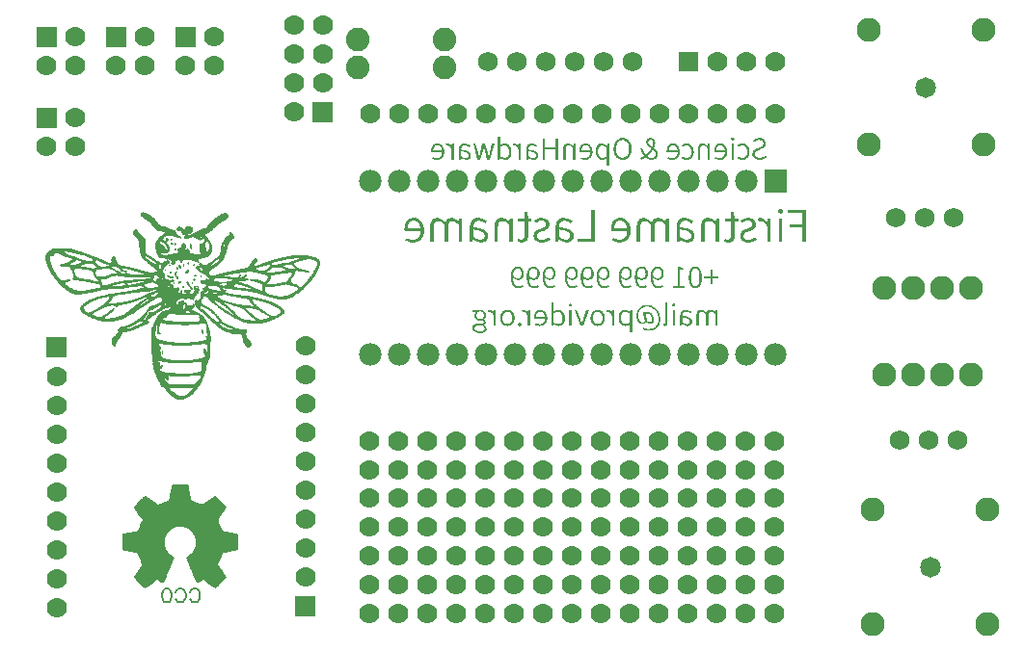
<source format=gbs>
G04 Layer: BottomSolderMaskLayer*
G04 EasyEDA v6.1.30, Mon, 13 May 2019 14:05:24 GMT*
G04 ec786ea291e64042a76a9efa09ec0a6e,e7f1f9e1ee6f4799bc2d14f0a93ba244,10*
G04 Gerber Generator version 0.2*
G04 Scale: 100 percent, Rotated: No, Reflected: No *
G04 Dimensions in inches *
G04 leading zeros omitted , absolute positions ,2 integer and 4 decimal *
%FSLAX24Y24*%
%MOIN*%
G90*
G70D02*

%ADD19R,0.070000X0.070000*%
%ADD20C,0.070000*%
%ADD31C,0.006000*%
%ADD34C,0.078000*%
%ADD35C,0.071500*%
%ADD36C,0.083500*%
%ADD37C,0.068000*%
%ADD39C,0.082000*%
%ADD42C,0.083000*%

%LPD*%

%LPD*%
G36*
G01X6098Y5910D02*
G01X5934Y5910D01*
G01X5896Y5909D01*
G01X5864Y5909D01*
G01X5836Y5908D01*
G01X5812Y5906D01*
G01X5793Y5905D01*
G01X5778Y5903D01*
G01X5765Y5901D01*
G01X5756Y5898D01*
G01X5750Y5895D01*
G01X5746Y5891D01*
G01X5742Y5884D01*
G01X5737Y5869D01*
G01X5731Y5849D01*
G01X5725Y5824D01*
G01X5718Y5794D01*
G01X5711Y5761D01*
G01X5704Y5726D01*
G01X5697Y5688D01*
G01X5685Y5622D01*
G01X5674Y5565D01*
G01X5665Y5518D01*
G01X5658Y5478D01*
G01X5652Y5447D01*
G01X5646Y5421D01*
G01X5642Y5402D01*
G01X5638Y5387D01*
G01X5635Y5377D01*
G01X5632Y5370D01*
G01X5629Y5365D01*
G01X5626Y5362D01*
G01X5620Y5358D01*
G01X5592Y5344D01*
G01X5572Y5335D01*
G01X5548Y5325D01*
G01X5522Y5313D01*
G01X5493Y5301D01*
G01X5463Y5288D01*
G01X5431Y5275D01*
G01X5399Y5263D01*
G01X5368Y5250D01*
G01X5337Y5238D01*
G01X5267Y5211D01*
G01X5200Y5256D01*
G01X5189Y5263D01*
G01X5162Y5281D01*
G01X5145Y5292D01*
G01X5127Y5305D01*
G01X5107Y5318D01*
G01X5087Y5332D01*
G01X5066Y5346D01*
G01X5044Y5361D01*
G01X5023Y5376D01*
G01X5001Y5391D01*
G01X4980Y5406D01*
G01X4948Y5427D01*
G01X4919Y5447D01*
G01X4891Y5465D01*
G01X4866Y5481D01*
G01X4845Y5494D01*
G01X4828Y5503D01*
G01X4816Y5510D01*
G01X4809Y5512D01*
G01X4804Y5510D01*
G01X4795Y5505D01*
G01X4784Y5496D01*
G01X4771Y5485D01*
G01X4755Y5471D01*
G01X4737Y5455D01*
G01X4717Y5437D01*
G01X4697Y5417D01*
G01X4675Y5396D01*
G01X4629Y5352D01*
G01X4606Y5328D01*
G01X4583Y5305D01*
G01X4539Y5259D01*
G01X4518Y5237D01*
G01X4499Y5216D01*
G01X4481Y5196D01*
G01X4465Y5178D01*
G01X4451Y5162D01*
G01X4440Y5148D01*
G01X4432Y5137D01*
G01X4427Y5129D01*
G01X4425Y5123D01*
G01X4426Y5118D01*
G01X4430Y5109D01*
G01X4436Y5097D01*
G01X4445Y5081D01*
G01X4455Y5063D01*
G01X4468Y5043D01*
G01X4482Y5020D01*
G01X4497Y4996D01*
G01X4514Y4970D01*
G01X4532Y4942D01*
G01X4551Y4914D01*
G01X4570Y4885D01*
G01X4716Y4672D01*
G01X4637Y4487D01*
G01X4621Y4449D01*
G01X4605Y4414D01*
G01X4591Y4382D01*
G01X4578Y4354D01*
G01X4557Y4312D01*
G01X4550Y4300D01*
G01X4546Y4294D01*
G01X4539Y4292D01*
G01X4524Y4289D01*
G01X4502Y4284D01*
G01X4473Y4278D01*
G01X4438Y4271D01*
G01X4399Y4263D01*
G01X4357Y4255D01*
G01X4311Y4247D01*
G01X4281Y4241D01*
G01X4251Y4236D01*
G01X4222Y4231D01*
G01X4195Y4226D01*
G01X4169Y4221D01*
G01X4144Y4216D01*
G01X4123Y4212D01*
G01X4103Y4208D01*
G01X4087Y4205D01*
G01X4073Y4203D01*
G01X4063Y4201D01*
G01X4057Y4199D01*
G01X4050Y4197D01*
G01X4044Y4195D01*
G01X4039Y4191D01*
G01X4035Y4184D01*
G01X4032Y4173D01*
G01X4030Y4158D01*
G01X4028Y4137D01*
G01X4027Y4109D01*
G01X4027Y4074D01*
G01X4026Y4030D01*
G01X4026Y3802D01*
G01X4027Y3760D01*
G01X4027Y3725D01*
G01X4028Y3697D01*
G01X4030Y3675D01*
G01X4032Y3657D01*
G01X4034Y3645D01*
G01X4037Y3636D01*
G01X4041Y3630D01*
G01X4045Y3626D01*
G01X4050Y3624D01*
G01X4065Y3621D01*
G01X4077Y3618D01*
G01X4093Y3615D01*
G01X4112Y3611D01*
G01X4134Y3607D01*
G01X4157Y3602D01*
G01X4183Y3597D01*
G01X4211Y3592D01*
G01X4240Y3586D01*
G01X4270Y3581D01*
G01X4300Y3575D01*
G01X4346Y3566D01*
G01X4389Y3558D01*
G01X4429Y3549D01*
G01X4464Y3542D01*
G01X4493Y3535D01*
G01X4516Y3529D01*
G01X4531Y3524D01*
G01X4538Y3521D01*
G01X4542Y3515D01*
G01X4549Y3502D01*
G01X4558Y3483D01*
G01X4569Y3458D01*
G01X4581Y3429D01*
G01X4595Y3396D01*
G01X4610Y3360D01*
G01X4625Y3322D01*
G01X4645Y3271D01*
G01X4661Y3228D01*
G01X4674Y3194D01*
G01X4682Y3167D01*
G01X4687Y3145D01*
G01X4690Y3129D01*
G01X4689Y3117D01*
G01X4686Y3107D01*
G01X4681Y3098D01*
G01X4657Y3062D01*
G01X4640Y3036D01*
G01X4620Y3006D01*
G01X4597Y2974D01*
G01X4573Y2939D01*
G01X4548Y2902D01*
G01X4523Y2866D01*
G01X4500Y2831D01*
G01X4479Y2798D01*
G01X4461Y2769D01*
G01X4446Y2743D01*
G01X4434Y2723D01*
G01X4427Y2708D01*
G01X4425Y2699D01*
G01X4427Y2694D01*
G01X4432Y2685D01*
G01X4440Y2674D01*
G01X4451Y2661D01*
G01X4465Y2644D01*
G01X4481Y2627D01*
G01X4498Y2607D01*
G01X4518Y2586D01*
G01X4538Y2564D01*
G01X4560Y2541D01*
G01X4583Y2518D01*
G01X4605Y2494D01*
G01X4629Y2471D01*
G01X4651Y2448D01*
G01X4674Y2426D01*
G01X4696Y2405D01*
G01X4716Y2385D01*
G01X4736Y2367D01*
G01X4753Y2351D01*
G01X4769Y2337D01*
G01X4782Y2326D01*
G01X4793Y2317D01*
G01X4802Y2312D01*
G01X4807Y2310D01*
G01X4811Y2312D01*
G01X4819Y2315D01*
G01X4830Y2321D01*
G01X4843Y2329D01*
G01X4860Y2339D01*
G01X4879Y2351D01*
G01X4900Y2365D01*
G01X4923Y2379D01*
G01X4947Y2395D01*
G01X4973Y2413D01*
G01X5000Y2431D01*
G01X5028Y2449D01*
G01X5232Y2588D01*
G01X5321Y2539D01*
G01X5358Y2519D01*
G01X5390Y2504D01*
G01X5416Y2493D01*
G01X5431Y2489D01*
G01X5442Y2494D01*
G01X5454Y2507D01*
G01X5467Y2528D01*
G01X5480Y2554D01*
G01X5483Y2562D01*
G01X5488Y2573D01*
G01X5493Y2586D01*
G01X5500Y2601D01*
G01X5507Y2619D01*
G01X5515Y2638D01*
G01X5523Y2659D01*
G01X5533Y2681D01*
G01X5542Y2705D01*
G01X5553Y2730D01*
G01X5563Y2756D01*
G01X5575Y2782D01*
G01X5597Y2838D01*
G01X5621Y2894D01*
G01X5632Y2923D01*
G01X5644Y2951D01*
G01X5656Y2980D01*
G01X5668Y3008D01*
G01X5679Y3036D01*
G01X5691Y3064D01*
G01X5702Y3090D01*
G01X5712Y3116D01*
G01X5732Y3164D01*
G01X5741Y3185D01*
G01X5749Y3205D01*
G01X5757Y3223D01*
G01X5763Y3239D01*
G01X5769Y3252D01*
G01X5774Y3263D01*
G01X5789Y3301D01*
G01X5802Y3335D01*
G01X5810Y3360D01*
G01X5813Y3374D01*
G01X5807Y3385D01*
G01X5791Y3402D01*
G01X5767Y3422D01*
G01X5738Y3443D01*
G01X5713Y3461D01*
G01X5690Y3478D01*
G01X5648Y3514D01*
G01X5629Y3533D01*
G01X5611Y3552D01*
G01X5595Y3571D01*
G01X5579Y3591D01*
G01X5565Y3612D01*
G01X5552Y3632D01*
G01X5530Y3676D01*
G01X5521Y3698D01*
G01X5513Y3722D01*
G01X5506Y3745D01*
G01X5500Y3770D01*
G01X5495Y3796D01*
G01X5491Y3822D01*
G01X5488Y3849D01*
G01X5486Y3877D01*
G01X5485Y3904D01*
G01X5485Y3930D01*
G01X5486Y3956D01*
G01X5487Y3980D01*
G01X5493Y4026D01*
G01X5498Y4048D01*
G01X5503Y4069D01*
G01X5517Y4111D01*
G01X5535Y4151D01*
G01X5546Y4171D01*
G01X5558Y4191D01*
G01X5571Y4211D01*
G01X5585Y4231D01*
G01X5599Y4249D01*
G01X5614Y4267D01*
G01X5630Y4284D01*
G01X5646Y4300D01*
G01X5663Y4315D01*
G01X5681Y4330D01*
G01X5699Y4344D01*
G01X5718Y4357D01*
G01X5737Y4369D01*
G01X5757Y4381D01*
G01X5777Y4392D01*
G01X5797Y4401D01*
G01X5818Y4410D01*
G01X5840Y4419D01*
G01X5861Y4426D01*
G01X5905Y4438D01*
G01X5949Y4446D01*
G01X5972Y4449D01*
G01X5994Y4451D01*
G01X6039Y4451D01*
G01X6062Y4450D01*
G01X6084Y4448D01*
G01X6106Y4445D01*
G01X6150Y4435D01*
G01X6174Y4428D01*
G01X6198Y4420D01*
G01X6221Y4411D01*
G01X6243Y4402D01*
G01X6265Y4391D01*
G01X6286Y4380D01*
G01X6306Y4368D01*
G01X6326Y4355D01*
G01X6345Y4341D01*
G01X6363Y4327D01*
G01X6381Y4312D01*
G01X6398Y4296D01*
G01X6414Y4280D01*
G01X6430Y4263D01*
G01X6445Y4245D01*
G01X6459Y4227D01*
G01X6472Y4209D01*
G01X6496Y4171D01*
G01X6507Y4151D01*
G01X6517Y4130D01*
G01X6526Y4110D01*
G01X6534Y4089D01*
G01X6541Y4067D01*
G01X6548Y4046D01*
G01X6558Y4002D01*
G01X6561Y3980D01*
G01X6564Y3957D01*
G01X6566Y3935D01*
G01X6566Y3889D01*
G01X6565Y3866D01*
G01X6559Y3820D01*
G01X6554Y3798D01*
G01X6549Y3775D01*
G01X6542Y3752D01*
G01X6534Y3729D01*
G01X6525Y3707D01*
G01X6514Y3681D01*
G01X6502Y3656D01*
G01X6476Y3610D01*
G01X6461Y3589D01*
G01X6446Y3569D01*
G01X6430Y3549D01*
G01X6393Y3512D01*
G01X6373Y3494D01*
G01X6352Y3476D01*
G01X6328Y3459D01*
G01X6293Y3433D01*
G01X6264Y3409D01*
G01X6242Y3391D01*
G01X6232Y3381D01*
G01X6232Y3379D01*
G01X6233Y3374D01*
G01X6236Y3365D01*
G01X6239Y3355D01*
G01X6244Y3342D01*
G01X6250Y3326D01*
G01X6256Y3309D01*
G01X6263Y3289D01*
G01X6272Y3268D01*
G01X6280Y3245D01*
G01X6290Y3220D01*
G01X6300Y3194D01*
G01X6311Y3167D01*
G01X6322Y3139D01*
G01X6358Y3049D01*
G01X6371Y3018D01*
G01X6397Y2954D01*
G01X6410Y2923D01*
G01X6436Y2859D01*
G01X6449Y2828D01*
G01X6462Y2798D01*
G01X6474Y2768D01*
G01X6486Y2739D01*
G01X6498Y2711D01*
G01X6510Y2684D01*
G01X6521Y2659D01*
G01X6531Y2635D01*
G01X6541Y2612D01*
G01X6550Y2591D01*
G01X6559Y2572D01*
G01X6566Y2555D01*
G01X6573Y2541D01*
G01X6579Y2528D01*
G01X6584Y2518D01*
G01X6588Y2511D01*
G01X6591Y2507D01*
G01X6604Y2494D01*
G01X6622Y2493D01*
G01X6654Y2506D01*
G01X6711Y2535D01*
G01X6813Y2588D01*
G01X7015Y2449D01*
G01X7043Y2430D01*
G01X7070Y2412D01*
G01X7095Y2395D01*
G01X7119Y2379D01*
G01X7142Y2364D01*
G01X7163Y2351D01*
G01X7182Y2339D01*
G01X7198Y2329D01*
G01X7212Y2321D01*
G01X7223Y2315D01*
G01X7230Y2312D01*
G01X7234Y2310D01*
G01X7238Y2312D01*
G01X7246Y2317D01*
G01X7256Y2325D01*
G01X7269Y2337D01*
G01X7284Y2350D01*
G01X7302Y2367D01*
G01X7322Y2385D01*
G01X7343Y2405D01*
G01X7366Y2428D01*
G01X7390Y2451D01*
G01X7441Y2502D01*
G01X7631Y2694D01*
G01X7599Y2746D01*
G01X7592Y2758D01*
G01X7582Y2773D01*
G01X7571Y2790D01*
G01X7558Y2809D01*
G01X7532Y2849D01*
G01X7518Y2869D01*
G01X7505Y2888D01*
G01X7491Y2907D01*
G01X7476Y2928D01*
G01X7461Y2951D01*
G01X7445Y2974D01*
G01X7430Y2996D01*
G01X7415Y3017D01*
G01X7402Y3037D01*
G01X7390Y3055D01*
G01X7338Y3132D01*
G01X7392Y3261D01*
G01X7403Y3288D01*
G01X7415Y3316D01*
G01X7426Y3344D01*
G01X7437Y3371D01*
G01X7447Y3396D01*
G01X7457Y3420D01*
G01X7464Y3440D01*
G01X7470Y3456D01*
G01X7482Y3482D01*
G01X7494Y3505D01*
G01X7505Y3521D01*
G01X7514Y3529D01*
G01X7519Y3531D01*
G01X7528Y3533D01*
G01X7540Y3536D01*
G01X7556Y3539D01*
G01X7575Y3543D01*
G01X7596Y3548D01*
G01X7621Y3552D01*
G01X7647Y3558D01*
G01X7675Y3563D01*
G01X7705Y3569D01*
G01X7767Y3581D01*
G01X7803Y3588D01*
G01X7836Y3594D01*
G01X7866Y3601D01*
G01X7894Y3607D01*
G01X7920Y3613D01*
G01X7942Y3618D01*
G01X7962Y3624D01*
G01X7979Y3629D01*
G01X7993Y3633D01*
G01X8003Y3637D01*
G01X8010Y3641D01*
G01X8014Y3644D01*
G01X8016Y3651D01*
G01X8018Y3665D01*
G01X8020Y3683D01*
G01X8022Y3707D01*
G01X8023Y3735D01*
G01X8024Y3766D01*
G01X8025Y3800D01*
G01X8026Y3836D01*
G01X8026Y3986D01*
G01X8025Y4022D01*
G01X8024Y4056D01*
G01X8023Y4087D01*
G01X8022Y4115D01*
G01X8020Y4138D01*
G01X8019Y4157D01*
G01X8017Y4170D01*
G01X8014Y4177D01*
G01X8008Y4182D01*
G01X7994Y4188D01*
G01X7973Y4194D01*
G01X7947Y4202D01*
G01X7914Y4210D01*
G01X7876Y4218D01*
G01X7833Y4227D01*
G01X7786Y4236D01*
G01X7756Y4241D01*
G01X7727Y4247D01*
G01X7671Y4257D01*
G01X7621Y4267D01*
G01X7599Y4271D01*
G01X7579Y4275D01*
G01X7562Y4279D01*
G01X7548Y4282D01*
G01X7537Y4284D01*
G01X7529Y4286D01*
G01X7517Y4290D01*
G01X7505Y4297D01*
G01X7494Y4308D01*
G01X7482Y4325D01*
G01X7469Y4349D01*
G01X7453Y4382D01*
G01X7433Y4426D01*
G01X7409Y4481D01*
G01X7397Y4507D01*
G01X7387Y4530D01*
G01X7378Y4551D01*
G01X7369Y4570D01*
G01X7362Y4587D01*
G01X7356Y4602D01*
G01X7351Y4616D01*
G01X7347Y4630D01*
G01X7345Y4643D01*
G01X7344Y4655D01*
G01X7344Y4667D01*
G01X7345Y4679D01*
G01X7349Y4691D01*
G01X7353Y4704D01*
G01X7360Y4718D01*
G01X7368Y4733D01*
G01X7377Y4750D01*
G01X7389Y4768D01*
G01X7402Y4788D01*
G01X7417Y4810D01*
G01X7434Y4835D01*
G01X7453Y4862D01*
G01X7474Y4892D01*
G01X7497Y4926D01*
G01X7521Y4960D01*
G01X7542Y4991D01*
G01X7560Y5018D01*
G01X7575Y5042D01*
G01X7588Y5063D01*
G01X7598Y5080D01*
G01X7606Y5096D01*
G01X7611Y5108D01*
G01X7615Y5118D01*
G01X7617Y5127D01*
G01X7617Y5133D01*
G01X7615Y5139D01*
G01X7612Y5143D01*
G01X7605Y5151D01*
G01X7596Y5161D01*
G01X7584Y5174D01*
G01X7570Y5190D01*
G01X7553Y5207D01*
G01X7535Y5226D01*
G01X7515Y5247D01*
G01X7471Y5291D01*
G01X7448Y5315D01*
G01X7423Y5339D01*
G01X7244Y5517D01*
G01X7199Y5494D01*
G01X7187Y5487D01*
G01X7169Y5476D01*
G01X7147Y5462D01*
G01X7121Y5445D01*
G01X7092Y5426D01*
G01X7061Y5405D01*
G01X7028Y5383D01*
G01X6996Y5360D01*
G01X6967Y5340D01*
G01X6942Y5322D01*
G01X6919Y5305D01*
G01X6898Y5291D01*
G01X6879Y5278D01*
G01X6862Y5266D01*
G01X6846Y5256D01*
G01X6831Y5248D01*
G01X6818Y5241D01*
G01X6794Y5231D01*
G01X6782Y5229D01*
G01X6771Y5227D01*
G01X6759Y5227D01*
G01X6747Y5228D01*
G01X6735Y5230D01*
G01X6722Y5234D01*
G01X6708Y5238D01*
G01X6693Y5243D01*
G01X6676Y5250D01*
G01X6657Y5257D01*
G01X6637Y5266D01*
G01X6615Y5275D01*
G01X6590Y5285D01*
G01X6536Y5307D01*
G01X6494Y5325D01*
G01X6462Y5340D01*
G01X6439Y5352D01*
G01X6423Y5363D01*
G01X6412Y5374D01*
G01X6406Y5385D01*
G01X6402Y5397D01*
G01X6400Y5404D01*
G01X6397Y5415D01*
G01X6394Y5430D01*
G01X6391Y5448D01*
G01X6387Y5468D01*
G01X6382Y5491D01*
G01X6377Y5516D01*
G01X6372Y5543D01*
G01X6366Y5572D01*
G01X6361Y5601D01*
G01X6355Y5632D01*
G01X6349Y5662D01*
G01X6340Y5708D01*
G01X6332Y5751D01*
G01X6324Y5791D01*
G01X6317Y5825D01*
G01X6311Y5855D01*
G01X6305Y5877D01*
G01X6302Y5893D01*
G01X6300Y5900D01*
G01X6296Y5901D01*
G01X6288Y5902D01*
G01X6276Y5904D01*
G01X6260Y5905D01*
G01X6240Y5906D01*
G01X6217Y5907D01*
G01X6191Y5908D01*
G01X6162Y5909D01*
G01X6131Y5909D01*
G01X6098Y5910D01*
G37*

%LPD*%
G36*
G01X4521Y14735D02*
G01X4506Y14739D01*
G01X4488Y14738D01*
G01X4468Y14732D01*
G01X4448Y14722D01*
G01X4429Y14709D01*
G01X4413Y14692D01*
G01X4400Y14674D01*
G01X4390Y14656D01*
G01X4384Y14640D01*
G01X4381Y14623D01*
G01X4381Y14607D01*
G01X4384Y14591D01*
G01X4391Y14574D01*
G01X4401Y14557D01*
G01X4416Y14538D01*
G01X4434Y14518D01*
G01X4456Y14496D01*
G01X4482Y14472D01*
G01X4500Y14455D01*
G01X4516Y14440D01*
G01X4530Y14427D01*
G01X4542Y14414D01*
G01X4553Y14401D01*
G01X4569Y14375D01*
G01X4575Y14360D01*
G01X4580Y14344D01*
G01X4585Y14326D01*
G01X4589Y14305D01*
G01X4592Y14282D01*
G01X4595Y14255D01*
G01X4598Y14225D01*
G01X4601Y14190D01*
G01X4603Y14151D01*
G01X4606Y14119D01*
G01X4609Y14088D01*
G01X4612Y14058D01*
G01X4616Y14030D01*
G01X4620Y14003D01*
G01X4625Y13976D01*
G01X4630Y13952D01*
G01X4636Y13928D01*
G01X4642Y13905D01*
G01X4649Y13883D01*
G01X4657Y13862D01*
G01X4665Y13842D01*
G01X4673Y13823D01*
G01X4683Y13804D01*
G01X4693Y13786D01*
G01X4704Y13769D01*
G01X4716Y13752D01*
G01X4728Y13736D01*
G01X4741Y13719D01*
G01X4755Y13704D01*
G01X4786Y13673D01*
G01X4803Y13659D01*
G01X4820Y13644D01*
G01X4831Y13635D01*
G01X4844Y13625D01*
G01X4857Y13613D01*
G01X4873Y13601D01*
G01X4888Y13588D01*
G01X4905Y13575D01*
G01X4941Y13545D01*
G01X4960Y13530D01*
G01X4998Y13498D01*
G01X5018Y13483D01*
G01X5056Y13451D01*
G01X5092Y13421D01*
G01X5265Y13280D01*
G01X5124Y13256D01*
G01X5088Y13250D01*
G01X5055Y13247D01*
G01X5023Y13245D01*
G01X4994Y13245D01*
G01X4965Y13247D01*
G01X4938Y13251D01*
G01X4911Y13257D01*
G01X4885Y13264D01*
G01X4866Y13271D01*
G01X4845Y13277D01*
G01X4824Y13284D01*
G01X4802Y13290D01*
G01X4756Y13304D01*
G01X4732Y13311D01*
G01X4709Y13318D01*
G01X4634Y13339D01*
G01X4608Y13346D01*
G01X4557Y13359D01*
G01X4505Y13373D01*
G01X4479Y13379D01*
G01X4453Y13386D01*
G01X4427Y13392D01*
G01X4402Y13398D01*
G01X4376Y13404D01*
G01X4351Y13410D01*
G01X4327Y13415D01*
G01X4303Y13421D01*
G01X4255Y13431D01*
G01X4233Y13436D01*
G01X4211Y13440D01*
G01X4189Y13445D01*
G01X4169Y13449D01*
G01X4149Y13452D01*
G01X4130Y13456D01*
G01X4087Y13463D01*
G01X4050Y13471D01*
G01X4019Y13478D01*
G01X3991Y13484D01*
G01X3967Y13492D01*
G01X3947Y13500D01*
G01X3929Y13509D01*
G01X3913Y13519D01*
G01X3899Y13531D01*
G01X3885Y13545D01*
G01X3872Y13560D01*
G01X3844Y13596D01*
G01X3832Y13616D01*
G01X3821Y13636D01*
G01X3811Y13655D01*
G01X3803Y13675D01*
G01X3798Y13692D01*
G01X3794Y13707D01*
G01X3792Y13721D01*
G01X3789Y13744D01*
G01X3781Y13765D01*
G01X3769Y13782D01*
G01X3753Y13792D01*
G01X3738Y13796D01*
G01X3723Y13795D01*
G01X3708Y13791D01*
G01X3694Y13783D01*
G01X3681Y13773D01*
G01X3669Y13760D01*
G01X3658Y13745D01*
G01X3650Y13728D01*
G01X3643Y13710D01*
G01X3639Y13691D01*
G01X3638Y13671D01*
G01X3640Y13651D01*
G01X3643Y13623D01*
G01X3640Y13599D01*
G01X3633Y13581D01*
G01X3621Y13571D01*
G01X3615Y13571D01*
G01X3605Y13572D01*
G01X3591Y13575D01*
G01X3575Y13579D01*
G01X3555Y13586D01*
G01X3532Y13593D01*
G01X3508Y13602D01*
G01X3482Y13613D01*
G01X3454Y13624D01*
G01X3425Y13636D01*
G01X3301Y13692D01*
G01X3271Y13706D01*
G01X3241Y13719D01*
G01X3212Y13732D01*
G01X3185Y13744D01*
G01X3160Y13755D01*
G01X3136Y13764D01*
G01X3116Y13773D01*
G01X3098Y13780D01*
G01X3084Y13785D01*
G01X3073Y13788D01*
G01X3059Y13793D01*
G01X3042Y13798D01*
G01X3024Y13805D01*
G01X2986Y13819D01*
G01X2966Y13826D01*
G01X2948Y13834D01*
G01X2930Y13841D01*
G01X2891Y13856D01*
G01X2870Y13865D01*
G01X2848Y13873D01*
G01X2825Y13882D01*
G01X2801Y13890D01*
G01X2778Y13899D01*
G01X2729Y13917D01*
G01X2704Y13926D01*
G01X2632Y13950D01*
G01X2609Y13958D01*
G01X2587Y13965D01*
G01X2566Y13972D01*
G01X2526Y13984D01*
G01X2492Y13994D01*
G01X2472Y14000D01*
G01X2449Y14006D01*
G01X2425Y14013D01*
G01X2400Y14021D01*
G01X2374Y14028D01*
G01X2350Y14036D01*
G01X2327Y14043D01*
G01X2307Y14049D01*
G01X2296Y14052D01*
G01X2282Y14055D01*
G01X2266Y14058D01*
G01X2248Y14061D01*
G01X2227Y14064D01*
G01X2205Y14067D01*
G01X2181Y14069D01*
G01X2156Y14072D01*
G01X2130Y14074D01*
G01X2102Y14076D01*
G01X2015Y14082D01*
G01X1955Y14084D01*
G01X1925Y14084D01*
G01X1875Y14086D01*
G01X1830Y14086D01*
G01X1792Y14087D01*
G01X1758Y14086D01*
G01X1728Y14086D01*
G01X1702Y14084D01*
G01X1680Y14082D01*
G01X1659Y14079D01*
G01X1641Y14075D01*
G01X1625Y14070D01*
G01X1609Y14064D01*
G01X1594Y14056D01*
G01X1578Y14048D01*
G01X1563Y14037D01*
G01X1545Y14025D01*
G01X1526Y14011D01*
G01X1504Y13994D01*
G01X1483Y13978D01*
G01X1463Y13961D01*
G01X1430Y13928D01*
G01X1415Y13912D01*
G01X1402Y13895D01*
G01X1391Y13879D01*
G01X1381Y13862D01*
G01X1373Y13845D01*
G01X1366Y13827D01*
G01X1361Y13809D01*
G01X1357Y13791D01*
G01X1355Y13772D01*
G01X1354Y13752D01*
G01X1355Y13731D01*
G01X1357Y13710D01*
G01X1361Y13688D01*
G01X1365Y13665D01*
G01X1379Y13615D01*
G01X1388Y13588D01*
G01X1398Y13560D01*
G01X1410Y13531D01*
G01X1430Y13483D01*
G01X1441Y13459D01*
G01X1451Y13436D01*
G01X1463Y13412D01*
G01X1474Y13389D01*
G01X1486Y13366D01*
G01X1497Y13343D01*
G01X1509Y13320D01*
G01X1522Y13297D01*
G01X1534Y13275D01*
G01X1547Y13252D01*
G01X1561Y13230D01*
G01X1574Y13208D01*
G01X1588Y13186D01*
G01X1601Y13164D01*
G01X1615Y13143D01*
G01X1630Y13121D01*
G01X1644Y13101D01*
G01X1674Y13059D01*
G01X1689Y13039D01*
G01X1705Y13019D01*
G01X1720Y12998D01*
G01X1736Y12979D01*
G01X1752Y12959D01*
G01X1784Y12921D01*
G01X1801Y12902D01*
G01X1817Y12884D01*
G01X1834Y12865D01*
G01X1851Y12847D01*
G01X1869Y12830D01*
G01X1886Y12812D01*
G01X1903Y12795D01*
G01X1939Y12761D01*
G01X1993Y12713D01*
G01X2012Y12698D01*
G01X2030Y12682D01*
G01X2049Y12668D01*
G01X2067Y12653D01*
G01X2105Y12625D01*
G01X2125Y12611D01*
G01X2144Y12598D01*
G01X2163Y12586D01*
G01X2182Y12573D01*
G01X2222Y12549D01*
G01X2242Y12538D01*
G01X2261Y12526D01*
G01X2281Y12516D01*
G01X2301Y12505D01*
G01X2331Y12493D01*
G01X2355Y12487D01*
G01X2368Y12484D01*
G01X2396Y12480D01*
G01X2411Y12479D01*
G01X2427Y12478D01*
G01X2444Y12477D01*
G01X2480Y12477D01*
G01X2499Y12478D01*
G01X2519Y12478D01*
G01X2540Y12480D01*
G01X2562Y12482D01*
G01X2585Y12484D01*
G01X2609Y12486D01*
G01X2633Y12489D01*
G01X2659Y12493D01*
G01X2686Y12496D01*
G01X2713Y12501D01*
G01X2742Y12505D01*
G01X2771Y12510D01*
G01X2802Y12515D01*
G01X2834Y12521D01*
G01X2866Y12528D01*
G01X2900Y12534D01*
G01X2935Y12541D01*
G01X2971Y12549D01*
G01X3047Y12565D01*
G01X3086Y12574D01*
G01X3127Y12583D01*
G01X3169Y12593D01*
G01X3225Y12605D01*
G01X3277Y12617D01*
G01X3302Y12622D01*
G01X3350Y12632D01*
G01X3396Y12640D01*
G01X3418Y12644D01*
G01X3440Y12647D01*
G01X3462Y12651D01*
G01X3483Y12653D01*
G01X3525Y12659D01*
G01X3609Y12667D01*
G01X3631Y12669D01*
G01X3652Y12670D01*
G01X3696Y12672D01*
G01X3719Y12673D01*
G01X3741Y12673D01*
G01X3789Y12675D01*
G01X3844Y12675D01*
G01X3875Y12676D01*
G01X3905Y12676D01*
G01X3934Y12678D01*
G01X3962Y12679D01*
G01X3989Y12680D01*
G01X4015Y12682D01*
G01X4040Y12684D01*
G01X4063Y12686D01*
G01X4084Y12688D01*
G01X4103Y12691D01*
G01X4120Y12693D01*
G01X4135Y12696D01*
G01X4147Y12698D01*
G01X4157Y12701D01*
G01X4163Y12704D01*
G01X4176Y12709D01*
G01X4194Y12714D01*
G01X4216Y12719D01*
G01X4242Y12723D01*
G01X4269Y12726D01*
G01X4299Y12729D01*
G01X4329Y12730D01*
G01X4360Y12731D01*
G01X4390Y12732D01*
G01X4422Y12733D01*
G01X4453Y12736D01*
G01X4482Y12740D01*
G01X4509Y12744D01*
G01X4534Y12749D01*
G01X4555Y12755D01*
G01X4570Y12761D01*
G01X4588Y12768D01*
G01X4605Y12773D01*
G01X4621Y12775D01*
G01X4637Y12775D01*
G01X4653Y12773D01*
G01X4671Y12767D01*
G01X4690Y12759D01*
G01X4711Y12748D01*
G01X4787Y12706D01*
G01X4707Y12705D01*
G01X4673Y12703D01*
G01X4642Y12697D01*
G01X4617Y12689D01*
G01X4600Y12680D01*
G01X4596Y12677D01*
G01X4582Y12670D01*
G01X4572Y12667D01*
G01X4560Y12663D01*
G01X4546Y12659D01*
G01X4530Y12655D01*
G01X4513Y12650D01*
G01X4494Y12646D01*
G01X4473Y12641D01*
G01X4451Y12636D01*
G01X4427Y12631D01*
G01X4402Y12626D01*
G01X4375Y12621D01*
G01X4348Y12615D01*
G01X4319Y12610D01*
G01X4288Y12605D01*
G01X4257Y12599D01*
G01X4225Y12594D01*
G01X4192Y12588D01*
G01X4157Y12583D01*
G01X4123Y12577D01*
G01X4087Y12572D01*
G01X4050Y12566D01*
G01X4013Y12561D01*
G01X3976Y12555D01*
G01X3898Y12545D01*
G01X3876Y12542D01*
G01X3852Y12538D01*
G01X3829Y12535D01*
G01X3805Y12531D01*
G01X3781Y12528D01*
G01X3757Y12523D01*
G01X3732Y12519D01*
G01X3683Y12511D01*
G01X3658Y12507D01*
G01X3633Y12502D01*
G01X3608Y12498D01*
G01X3558Y12488D01*
G01X3484Y12473D01*
G01X3459Y12468D01*
G01X3411Y12458D01*
G01X3386Y12453D01*
G01X3363Y12447D01*
G01X3339Y12442D01*
G01X3316Y12436D01*
G01X3293Y12431D01*
G01X3271Y12426D01*
G01X3248Y12420D01*
G01X3226Y12415D01*
G01X3205Y12409D01*
G01X3184Y12404D01*
G01X3164Y12398D01*
G01X3144Y12393D01*
G01X3080Y12373D01*
G01X3049Y12363D01*
G01X3018Y12351D01*
G01X2988Y12340D01*
G01X2958Y12328D01*
G01X2928Y12315D01*
G01X2900Y12301D01*
G01X2872Y12288D01*
G01X2845Y12274D01*
G01X2819Y12260D01*
G01X2793Y12245D01*
G01X2769Y12231D01*
G01X2746Y12216D01*
G01X2724Y12201D01*
G01X2703Y12186D01*
G01X2665Y12156D01*
G01X2648Y12141D01*
G01X2619Y12112D01*
G01X2607Y12098D01*
G01X2597Y12083D01*
G01X2588Y12069D01*
G01X2581Y12056D01*
G01X2576Y12042D01*
G01X2573Y12030D01*
G01X2572Y12017D01*
G01X2572Y12001D01*
G01X2573Y11986D01*
G01X2574Y11972D01*
G01X2578Y11946D01*
G01X2581Y11934D01*
G01X2586Y11923D01*
G01X2591Y11911D01*
G01X2598Y11900D01*
G01X2607Y11889D01*
G01X2617Y11878D01*
G01X2628Y11867D01*
G01X2641Y11855D01*
G01X2657Y11843D01*
G01X2674Y11830D01*
G01X2693Y11817D01*
G01X2715Y11803D01*
G01X2740Y11789D01*
G01X2766Y11773D01*
G01X2796Y11756D01*
G01X2828Y11738D01*
G01X2863Y11719D01*
G01X2902Y11698D01*
G01X2943Y11676D01*
G01X2963Y11665D01*
G01X3005Y11645D01*
G01X3047Y11627D01*
G01X3113Y11603D01*
G01X3182Y11582D01*
G01X3206Y11576D01*
G01X3229Y11571D01*
G01X3253Y11565D01*
G01X3277Y11561D01*
G01X3301Y11556D01*
G01X3325Y11552D01*
G01X3373Y11546D01*
G01X3398Y11543D01*
G01X3446Y11539D01*
G01X3471Y11538D01*
G01X3519Y11536D01*
G01X3544Y11536D01*
G01X3616Y11539D01*
G01X3640Y11541D01*
G01X3663Y11543D01*
G01X3711Y11549D01*
G01X3757Y11557D01*
G01X3779Y11562D01*
G01X3810Y11569D01*
G01X3839Y11575D01*
G01X3866Y11581D01*
G01X3891Y11588D01*
G01X3915Y11594D01*
G01X3937Y11600D01*
G01X3958Y11607D01*
G01X3978Y11613D01*
G01X3998Y11620D01*
G01X4017Y11628D01*
G01X4035Y11635D01*
G01X4053Y11644D01*
G01X4072Y11653D01*
G01X4090Y11662D01*
G01X4109Y11673D01*
G01X4129Y11684D01*
G01X4149Y11696D01*
G01X4171Y11709D01*
G01X4193Y11723D01*
G01X4217Y11739D01*
G01X4242Y11755D01*
G01X4268Y11769D01*
G01X4294Y11782D01*
G01X4319Y11794D01*
G01X4342Y11804D01*
G01X4364Y11812D01*
G01X4382Y11817D01*
G01X4397Y11819D01*
G01X4421Y11823D01*
G01X4444Y11832D01*
G01X4462Y11844D01*
G01X4472Y11860D01*
G01X4477Y11869D01*
G01X4486Y11880D01*
G01X4499Y11893D01*
G01X4515Y11907D01*
G01X4533Y11922D01*
G01X4554Y11938D01*
G01X4577Y11954D01*
G01X4601Y11971D01*
G01X4627Y11988D01*
G01X4653Y12004D01*
G01X4681Y12019D01*
G01X4708Y12034D01*
G01X4713Y12038D01*
G01X4723Y12044D01*
G01X4736Y12052D01*
G01X4753Y12063D01*
G01X4772Y12075D01*
G01X4794Y12090D01*
G01X4819Y12105D01*
G01X4845Y12123D01*
G01X4873Y12141D01*
G01X4903Y12161D01*
G01X4934Y12181D01*
G01X4965Y12202D01*
G01X4997Y12223D01*
G01X5028Y12243D01*
G01X5058Y12262D01*
G01X5087Y12280D01*
G01X5115Y12296D01*
G01X5140Y12311D01*
G01X5164Y12324D01*
G01X5185Y12335D01*
G01X5203Y12344D01*
G01X5219Y12351D01*
G01X5230Y12355D01*
G01X5238Y12356D01*
G01X5255Y12359D01*
G01X5272Y12367D01*
G01X5285Y12380D01*
G01X5294Y12394D01*
G01X5303Y12410D01*
G01X5317Y12426D01*
G01X5333Y12439D01*
G01X5350Y12448D01*
G01X5371Y12455D01*
G01X5378Y12454D01*
G01X5373Y12443D01*
G01X5356Y12421D01*
G01X5339Y12397D01*
G01X5335Y12379D01*
G01X5343Y12363D01*
G01X5365Y12344D01*
G01X5383Y12329D01*
G01X5397Y12313D01*
G01X5407Y12298D01*
G01X5410Y12286D01*
G01X5407Y12279D01*
G01X5399Y12269D01*
G01X5387Y12258D01*
G01X5370Y12245D01*
G01X5350Y12230D01*
G01X5328Y12215D01*
G01X5303Y12200D01*
G01X5278Y12184D01*
G01X5251Y12169D01*
G01X5225Y12154D01*
G01X5199Y12140D01*
G01X5174Y12128D01*
G01X5151Y12118D01*
G01X5131Y12109D01*
G01X5114Y12104D01*
G01X5100Y12101D01*
G01X5066Y12097D01*
G01X5034Y12090D01*
G01X5005Y12082D01*
G01X4980Y12071D01*
G01X4959Y12057D01*
G01X4941Y12043D01*
G01X4928Y12026D01*
G01X4920Y12009D01*
G01X4915Y11996D01*
G01X4905Y11979D01*
G01X4891Y11959D01*
G01X4874Y11935D01*
G01X4855Y11910D01*
G01X4834Y11883D01*
G01X4811Y11856D01*
G01X4786Y11829D01*
G01X4763Y11803D01*
G01X4740Y11778D01*
G01X4721Y11754D01*
G01X4703Y11732D01*
G01X4688Y11713D01*
G01X4678Y11698D01*
G01X4671Y11687D01*
G01X4668Y11680D01*
G01X4666Y11673D01*
G01X4659Y11666D01*
G01X4650Y11662D01*
G01X4639Y11660D01*
G01X4630Y11659D01*
G01X4618Y11654D01*
G01X4584Y11637D01*
G01X4563Y11625D01*
G01X4540Y11611D01*
G01X4516Y11596D01*
G01X4492Y11580D01*
G01X4467Y11563D01*
G01X4441Y11547D01*
G01X4387Y11515D01*
G01X4359Y11499D01*
G01X4331Y11484D01*
G01X4303Y11470D01*
G01X4276Y11456D01*
G01X4248Y11443D01*
G01X4194Y11419D01*
G01X4144Y11399D01*
G01X4120Y11391D01*
G01X4097Y11383D01*
G01X4076Y11377D01*
G01X4056Y11372D01*
G01X4038Y11369D01*
G01X4021Y11366D01*
G01X4007Y11366D01*
G01X3986Y11363D01*
G01X3964Y11356D01*
G01X3942Y11346D01*
G01X3922Y11332D01*
G01X3903Y11316D01*
G01X3886Y11299D01*
G01X3872Y11281D01*
G01X3862Y11263D01*
G01X3855Y11246D01*
G01X3854Y11231D01*
G01X3858Y11217D01*
G01X3869Y11207D01*
G01X3874Y11202D01*
G01X3876Y11194D01*
G01X3875Y11185D01*
G01X3870Y11173D01*
G01X3863Y11160D01*
G01X3851Y11146D01*
G01X3837Y11129D01*
G01X3820Y11111D01*
G01X3800Y11091D01*
G01X3776Y11070D01*
G01X3750Y11048D01*
G01X3721Y11024D01*
G01X3706Y11011D01*
G01X3692Y10995D01*
G01X3680Y10978D01*
G01X3670Y10960D01*
G01X3661Y10941D01*
G01X3654Y10921D01*
G01X3648Y10900D01*
G01X3645Y10879D01*
G01X3643Y10858D01*
G01X3642Y10836D01*
G01X3644Y10816D01*
G01X3648Y10796D01*
G01X3653Y10776D01*
G01X3660Y10757D01*
G01X3669Y10740D01*
G01X3680Y10724D01*
G01X3700Y10703D01*
G01X3720Y10689D01*
G01X3739Y10681D01*
G01X3756Y10680D01*
G01X3771Y10686D01*
G01X3782Y10698D01*
G01X3790Y10717D01*
G01X3792Y10742D01*
G01X3794Y10753D01*
G01X3800Y10768D01*
G01X3809Y10788D01*
G01X3820Y10810D01*
G01X3834Y10835D01*
G01X3850Y10861D01*
G01X3868Y10889D01*
G01X3887Y10916D01*
G01X3906Y10944D01*
G01X3925Y10973D01*
G01X3944Y11001D01*
G01X3961Y11029D01*
G01X3976Y11055D01*
G01X3988Y11078D01*
G01X3998Y11098D01*
G01X4005Y11113D01*
G01X4013Y11131D01*
G01X4021Y11145D01*
G01X4031Y11156D01*
G01X4043Y11165D01*
G01X4057Y11171D01*
G01X4074Y11175D01*
G01X4094Y11178D01*
G01X4117Y11179D01*
G01X4130Y11179D01*
G01X4144Y11180D01*
G01X4159Y11181D01*
G01X4174Y11183D01*
G01X4190Y11186D01*
G01X4207Y11189D01*
G01X4224Y11193D01*
G01X4242Y11197D01*
G01X4260Y11203D01*
G01X4279Y11208D01*
G01X4299Y11214D01*
G01X4320Y11221D01*
G01X4364Y11237D01*
G01X4388Y11246D01*
G01X4412Y11256D01*
G01X4437Y11266D01*
G01X4463Y11277D01*
G01X4490Y11289D01*
G01X4518Y11301D01*
G01X4547Y11314D01*
G01X4577Y11328D01*
G01X4608Y11343D01*
G01X4640Y11358D01*
G01X4681Y11378D01*
G01X4721Y11395D01*
G01X4757Y11411D01*
G01X4790Y11425D01*
G01X4819Y11436D01*
G01X4843Y11444D01*
G01X4860Y11449D01*
G01X4870Y11450D01*
G01X4887Y11451D01*
G01X4904Y11458D01*
G01X4919Y11469D01*
G01X4932Y11484D01*
G01X4941Y11500D01*
G01X4945Y11515D01*
G01X4943Y11529D01*
G01X4934Y11539D01*
G01X4924Y11548D01*
G01X4915Y11561D01*
G01X4909Y11576D01*
G01X4907Y11590D01*
G01X4908Y11596D01*
G01X4913Y11604D01*
G01X4921Y11613D01*
G01X4932Y11624D01*
G01X4945Y11636D01*
G01X4961Y11649D01*
G01X4978Y11664D01*
G01X4998Y11679D01*
G01X5020Y11696D01*
G01X5043Y11713D01*
G01X5067Y11730D01*
G01X5093Y11748D01*
G01X5120Y11767D01*
G01X5148Y11785D01*
G01X5176Y11804D01*
G01X5205Y11823D01*
G01X5292Y11877D01*
G01X5321Y11894D01*
G01X5349Y11911D01*
G01X5376Y11927D01*
G01X5402Y11942D01*
G01X5428Y11956D01*
G01X5451Y11969D01*
G01X5474Y11980D01*
G01X5494Y11990D01*
G01X5513Y11998D01*
G01X5530Y12005D01*
G01X5544Y12010D01*
G01X5556Y12013D01*
G01X5565Y12015D01*
G01X5596Y12017D01*
G01X5626Y12023D01*
G01X5654Y12033D01*
G01X5674Y12044D01*
G01X5692Y12058D01*
G01X5699Y12059D01*
G01X5695Y12045D01*
G01X5680Y12016D01*
G01X5671Y12002D01*
G01X5660Y11990D01*
G01X5647Y11978D01*
G01X5631Y11968D01*
G01X5613Y11958D01*
G01X5594Y11951D01*
G01X5573Y11944D01*
G01X5550Y11939D01*
G01X5528Y11934D01*
G01X5507Y11930D01*
G01X5486Y11925D01*
G01X5467Y11920D01*
G01X5449Y11914D01*
G01X5431Y11907D01*
G01X5415Y11900D01*
G01X5398Y11892D01*
G01X5382Y11883D01*
G01X5367Y11873D01*
G01X5353Y11863D01*
G01X5338Y11851D01*
G01X5324Y11838D01*
G01X5310Y11824D01*
G01X5296Y11809D01*
G01X5282Y11792D01*
G01X5269Y11773D01*
G01X5255Y11753D01*
G01X5241Y11732D01*
G01X5226Y11709D01*
G01X5212Y11684D01*
G01X5197Y11657D01*
G01X5182Y11629D01*
G01X5165Y11598D01*
G01X5149Y11565D01*
G01X5132Y11530D01*
G01X5114Y11493D01*
G01X5095Y11454D01*
G01X5078Y11417D01*
G01X5063Y11385D01*
G01X5051Y11357D01*
G01X5041Y11331D01*
G01X5032Y11307D01*
G01X5026Y11286D01*
G01X5021Y11265D01*
G01X5015Y11223D01*
G01X5015Y11201D01*
G01X5014Y11177D01*
G01X5015Y11151D01*
G01X5017Y11090D01*
G01X5019Y11030D01*
G01X5021Y10973D01*
G01X5023Y10919D01*
G01X5025Y10867D01*
G01X5026Y10817D01*
G01X5028Y10770D01*
G01X5030Y10725D01*
G01X5031Y10682D01*
G01X5033Y10641D01*
G01X5034Y10603D01*
G01X5036Y10566D01*
G01X5037Y10531D01*
G01X5038Y10499D01*
G01X5040Y10468D01*
G01X5041Y10439D01*
G01X5042Y10412D01*
G01X5043Y10386D01*
G01X5044Y10362D01*
G01X5046Y10340D01*
G01X5047Y10319D01*
G01X5048Y10300D01*
G01X5049Y10282D01*
G01X5051Y10266D01*
G01X5052Y10251D01*
G01X5053Y10237D01*
G01X5055Y10213D01*
G01X5056Y10203D01*
G01X5057Y10194D01*
G01X5059Y10186D01*
G01X5060Y10178D01*
G01X5061Y10172D01*
G01X5064Y10161D01*
G01X5065Y10157D01*
G01X5066Y10154D01*
G01X5068Y10151D01*
G01X5069Y10149D01*
G01X5071Y10147D01*
G01X5077Y10137D01*
G01X5079Y10123D01*
G01X5078Y10107D01*
G01X5074Y10091D01*
G01X5073Y10083D01*
G01X5073Y10071D01*
G01X5074Y10055D01*
G01X5076Y10036D01*
G01X5080Y10015D01*
G01X5084Y9992D01*
G01X5090Y9967D01*
G01X5104Y9913D01*
G01X5112Y9884D01*
G01X5121Y9855D01*
G01X5130Y9827D01*
G01X5140Y9798D01*
G01X5160Y9744D01*
G01X5171Y9719D01*
G01X5181Y9695D01*
G01X5192Y9669D01*
G01X5201Y9645D01*
G01X5217Y9607D01*
G01X5228Y9585D01*
G01X5239Y9564D01*
G01X5251Y9545D01*
G01X5257Y9534D01*
G01X5265Y9519D01*
G01X5275Y9501D01*
G01X5285Y9479D01*
G01X5296Y9455D01*
G01X5320Y9403D01*
G01X5332Y9376D01*
G01X5346Y9346D01*
G01X5359Y9320D01*
G01X5371Y9299D01*
G01X5383Y9282D01*
G01X5394Y9270D01*
G01X5405Y9262D01*
G01X5415Y9259D01*
G01X5425Y9261D01*
G01X5443Y9260D01*
G01X5465Y9247D01*
G01X5490Y9223D01*
G01X5514Y9189D01*
G01X5525Y9171D01*
G01X5538Y9153D01*
G01X5552Y9136D01*
G01X5567Y9117D01*
G01X5583Y9099D01*
G01X5617Y9063D01*
G01X5655Y9027D01*
G01X5674Y9010D01*
G01X5694Y8993D01*
G01X5715Y8976D01*
G01X5735Y8960D01*
G01X5756Y8944D01*
G01X5777Y8930D01*
G01X5798Y8915D01*
G01X5840Y8889D01*
G01X5860Y8877D01*
G01X5900Y8857D01*
G01X5919Y8848D01*
G01X5937Y8840D01*
G01X5955Y8834D01*
G01X5971Y8829D01*
G01X5987Y8825D01*
G01X6002Y8823D01*
G01X6016Y8822D01*
G01X6032Y8823D01*
G01X6050Y8826D01*
G01X6069Y8830D01*
G01X6089Y8835D01*
G01X6111Y8842D01*
G01X6133Y8850D01*
G01X6156Y8859D01*
G01X6180Y8869D01*
G01X6204Y8880D01*
G01X6252Y8904D01*
G01X6276Y8917D01*
G01X6301Y8931D01*
G01X6324Y8945D01*
G01X6348Y8960D01*
G01X6392Y8990D01*
G01X6412Y9004D01*
G01X6431Y9019D01*
G01X6449Y9034D01*
G01X6466Y9048D01*
G01X6480Y9063D01*
G01X6494Y9076D01*
G01X6505Y9089D01*
G01X6513Y9102D01*
G01X6520Y9113D01*
G01X6524Y9124D01*
G01X6525Y9134D01*
G01X6532Y9153D01*
G01X6552Y9180D01*
G01X6582Y9211D01*
G01X6618Y9243D01*
G01X6628Y9251D01*
G01X6638Y9261D01*
G01X6648Y9272D01*
G01X6659Y9284D01*
G01X6669Y9298D01*
G01X6680Y9312D01*
G01X6690Y9327D01*
G01X6701Y9344D01*
G01X6711Y9361D01*
G01X6722Y9379D01*
G01X6733Y9398D01*
G01X6744Y9418D01*
G01X6754Y9439D01*
G01X6765Y9461D01*
G01X6775Y9483D01*
G01X6786Y9506D01*
G01X6806Y9554D01*
G01X6817Y9579D01*
G01X6826Y9604D01*
G01X6836Y9630D01*
G01X6846Y9657D01*
G01X6855Y9683D01*
G01X6865Y9711D01*
G01X6874Y9738D01*
G01X6883Y9766D01*
G01X6891Y9794D01*
G01X6900Y9823D01*
G01X6908Y9851D01*
G01X6915Y9880D01*
G01X6923Y9909D01*
G01X6937Y9967D01*
G01X6955Y10054D01*
G01X6961Y10084D01*
G01X6969Y10115D01*
G01X6977Y10144D01*
G01X6986Y10171D01*
G01X6995Y10196D01*
G01X7004Y10217D01*
G01X7013Y10234D01*
G01X7021Y10246D01*
G01X7027Y10253D01*
G01X7032Y10261D01*
G01X7036Y10271D01*
G01X7040Y10282D01*
G01X7044Y10296D01*
G01X7047Y10311D01*
G01X7050Y10328D01*
G01X7053Y10347D01*
G01X7055Y10368D01*
G01X7057Y10392D01*
G01X7058Y10418D01*
G01X7060Y10446D01*
G01X7061Y10478D01*
G01X7062Y10511D01*
G01X7062Y10548D01*
G01X7063Y10588D01*
G01X7063Y10629D01*
G01X7064Y10668D01*
G01X7065Y10705D01*
G01X7067Y10740D01*
G01X7069Y10773D01*
G01X7071Y10803D01*
G01X7073Y10829D01*
G01X7076Y10852D01*
G01X7078Y10871D01*
G01X7081Y10886D01*
G01X7084Y10896D01*
G01X7087Y10900D01*
G01X7095Y10907D01*
G01X7099Y10917D01*
G01X7100Y10927D01*
G01X7096Y10937D01*
G01X7093Y10944D01*
G01X7090Y10955D01*
G01X7086Y10971D01*
G01X7082Y10990D01*
G01X7079Y11011D01*
G01X7076Y11035D01*
G01X7072Y11060D01*
G01X7069Y11086D01*
G01X7067Y11103D01*
G01X7065Y11121D01*
G01X7061Y11155D01*
G01X7058Y11171D01*
G01X7052Y11205D01*
G01X7048Y11222D01*
G01X7044Y11240D01*
G01X7039Y11258D01*
G01X7034Y11278D01*
G01X7028Y11298D01*
G01X7021Y11320D01*
G01X7014Y11343D01*
G01X7007Y11368D01*
G01X6998Y11394D01*
G01X6988Y11422D01*
G01X6978Y11453D01*
G01X6967Y11485D01*
G01X6955Y11520D01*
G01X6948Y11538D01*
G01X6941Y11555D01*
G01X6932Y11573D01*
G01X6923Y11590D01*
G01X6912Y11608D01*
G01X6888Y11642D01*
G01X6875Y11659D01*
G01X6860Y11676D01*
G01X6845Y11692D01*
G01X6830Y11709D01*
G01X6813Y11725D01*
G01X6795Y11740D01*
G01X6777Y11756D01*
G01X6739Y11786D01*
G01X6718Y11800D01*
G01X6698Y11814D01*
G01X6676Y11828D01*
G01X6654Y11841D01*
G01X6631Y11854D01*
G01X6607Y11866D01*
G01X6584Y11878D01*
G01X6559Y11889D01*
G01X6511Y11911D01*
G01X6475Y11928D01*
G01X6451Y11942D01*
G01X6437Y11953D01*
G01X6433Y11963D01*
G01X6437Y11973D01*
G01X6449Y11984D01*
G01X6467Y11997D01*
G01X6488Y12015D01*
G01X6504Y12036D01*
G01X6516Y12058D01*
G01X6523Y12082D01*
G01X6525Y12104D01*
G01X6521Y12125D01*
G01X6513Y12142D01*
G01X6498Y12155D01*
G01X6487Y12159D01*
G01X6475Y12155D01*
G01X6464Y12146D01*
G01X6456Y12131D01*
G01X6446Y12113D01*
G01X6433Y12104D01*
G01X6415Y12105D01*
G01X6391Y12116D01*
G01X6364Y12127D01*
G01X6346Y12122D01*
G01X6331Y12100D01*
G01X6316Y12055D01*
G01X6304Y12015D01*
G01X6296Y11998D01*
G01X6291Y12003D01*
G01X6289Y12030D01*
G01X6286Y12062D01*
G01X6279Y12092D01*
G01X6269Y12120D01*
G01X6257Y12145D01*
G01X6243Y12166D01*
G01X6227Y12182D01*
G01X6210Y12192D01*
G01X6193Y12196D01*
G01X6178Y12199D01*
G01X6165Y12208D01*
G01X6157Y12221D01*
G01X6154Y12238D01*
G01X6150Y12258D01*
G01X6136Y12268D01*
G01X6110Y12269D01*
G01X6067Y12261D01*
G01X6029Y12253D01*
G01X6000Y12245D01*
G01X5977Y12237D01*
G01X5961Y12228D01*
G01X5951Y12217D01*
G01X5945Y12204D01*
G01X5942Y12188D01*
G01X5942Y12167D01*
G01X5939Y12147D01*
G01X5934Y12130D01*
G01X5925Y12119D01*
G01X5915Y12115D01*
G01X5901Y12119D01*
G01X5892Y12131D01*
G01X5889Y12149D01*
G01X5890Y12171D01*
G01X5896Y12196D01*
G01X5907Y12222D01*
G01X5921Y12249D01*
G01X5940Y12273D01*
G01X5954Y12288D01*
G01X5971Y12300D01*
G01X5990Y12311D01*
G01X6010Y12320D01*
G01X6032Y12327D01*
G01X6055Y12332D01*
G01X6077Y12336D01*
G01X6100Y12336D01*
G01X6121Y12335D01*
G01X6142Y12332D01*
G01X6161Y12326D01*
G01X6178Y12318D01*
G01X6193Y12313D01*
G01X6211Y12313D01*
G01X6230Y12319D01*
G01X6248Y12330D01*
G01X6271Y12344D01*
G01X6297Y12347D01*
G01X6330Y12339D01*
G01X6376Y12319D01*
G01X6415Y12301D01*
G01X6444Y12288D01*
G01X6466Y12281D01*
G01X6481Y12280D01*
G01X6490Y12283D01*
G01X6496Y12293D01*
G01X6498Y12309D01*
G01X6499Y12330D01*
G01X6502Y12353D01*
G01X6510Y12373D01*
G01X6523Y12390D01*
G01X6538Y12400D01*
G01X6554Y12410D01*
G01X6567Y12426D01*
G01X6575Y12445D01*
G01X6578Y12466D01*
G01X6581Y12486D01*
G01X6589Y12502D01*
G01X6601Y12513D01*
G01X6615Y12517D01*
G01X6629Y12519D01*
G01X6642Y12528D01*
G01X6652Y12540D01*
G01X6661Y12556D01*
G01X6668Y12575D01*
G01X6673Y12596D01*
G01X6676Y12619D01*
G01X6678Y12643D01*
G01X6677Y12667D01*
G01X6675Y12690D01*
G01X6670Y12712D01*
G01X6664Y12733D01*
G01X6656Y12750D01*
G01X6646Y12765D01*
G01X6634Y12775D01*
G01X6620Y12780D01*
G01X6592Y12784D01*
G01X6582Y12779D01*
G01X6589Y12759D01*
G01X6614Y12721D01*
G01X6630Y12693D01*
G01X6639Y12671D01*
G01X6642Y12656D01*
G01X6636Y12651D01*
G01X6625Y12656D01*
G01X6611Y12670D01*
G01X6597Y12692D01*
G01X6583Y12717D01*
G01X6573Y12736D01*
G01X6561Y12751D01*
G01X6549Y12764D01*
G01X6535Y12774D01*
G01X6522Y12781D01*
G01X6509Y12786D01*
G01X6498Y12786D01*
G01X6489Y12784D01*
G01X6483Y12778D01*
G01X6480Y12768D01*
G01X6481Y12755D01*
G01X6486Y12738D01*
G01X6496Y12713D01*
G01X6503Y12690D01*
G01X6507Y12668D01*
G01X6510Y12647D01*
G01X6510Y12627D01*
G01X6507Y12608D01*
G01X6503Y12590D01*
G01X6496Y12574D01*
G01X6487Y12560D01*
G01X6475Y12547D01*
G01X6462Y12535D01*
G01X6446Y12526D01*
G01X6418Y12515D01*
G01X6393Y12510D01*
G01X6371Y12511D01*
G01X6355Y12516D01*
G01X6344Y12526D01*
G01X6341Y12540D01*
G01X6346Y12557D01*
G01X6361Y12576D01*
G01X6377Y12594D01*
G01X6387Y12609D01*
G01X6391Y12622D01*
G01X6388Y12631D01*
G01X6378Y12637D01*
G01X6361Y12640D01*
G01X6338Y12640D01*
G01X6307Y12637D01*
G01X6272Y12635D01*
G01X6238Y12638D01*
G01X6210Y12644D01*
G01X6190Y12653D01*
G01X6175Y12663D01*
G01X6163Y12667D01*
G01X6153Y12665D01*
G01X6146Y12656D01*
G01X6144Y12642D01*
G01X6144Y12624D01*
G01X6148Y12601D01*
G01X6157Y12575D01*
G01X6169Y12550D01*
G01X6182Y12535D01*
G01X6198Y12529D01*
G01X6213Y12533D01*
G01X6225Y12538D01*
G01X6231Y12540D01*
G01X6232Y12537D01*
G01X6226Y12530D01*
G01X6214Y12520D01*
G01X6196Y12512D01*
G01X6175Y12506D01*
G01X6153Y12503D01*
G01X6128Y12505D01*
G01X6111Y12516D01*
G01X6103Y12539D01*
G01X6101Y12577D01*
G01X6098Y12610D01*
G01X6092Y12632D01*
G01X6082Y12644D01*
G01X6067Y12644D01*
G01X6055Y12634D01*
G01X6045Y12618D01*
G01X6038Y12598D01*
G01X6036Y12574D01*
G01X6035Y12538D01*
G01X6026Y12521D01*
G01X6005Y12522D01*
G01X5972Y12540D01*
G01X5955Y12554D01*
G01X5950Y12569D01*
G01X5955Y12590D01*
G01X5971Y12620D01*
G01X5984Y12646D01*
G01X5990Y12670D01*
G01X5988Y12690D01*
G01X5979Y12707D01*
G01X5965Y12718D01*
G01X5947Y12723D01*
G01X5924Y12721D01*
G01X5898Y12710D01*
G01X5874Y12700D01*
G01X5852Y12694D01*
G01X5834Y12694D01*
G01X5818Y12698D01*
G01X5807Y12706D01*
G01X5800Y12719D01*
G01X5798Y12735D01*
G01X5801Y12755D01*
G01X5803Y12779D01*
G01X5794Y12797D01*
G01X5775Y12811D01*
G01X5743Y12822D01*
G01X5716Y12832D01*
G01X5698Y12844D01*
G01X5687Y12857D01*
G01X5685Y12871D01*
G01X5690Y12884D01*
G01X5703Y12897D01*
G01X5723Y12907D01*
G01X5751Y12913D01*
G01X5773Y12920D01*
G01X5792Y12932D01*
G01X5804Y12947D01*
G01X5809Y12964D01*
G01X5805Y12983D01*
G01X5792Y12993D01*
G01X5768Y12995D01*
G01X5730Y12990D01*
G01X5713Y12987D01*
G01X5694Y12986D01*
G01X5653Y12986D01*
G01X5632Y12988D01*
G01X5611Y12992D01*
G01X5592Y12996D01*
G01X5575Y13001D01*
G01X5552Y13010D01*
G01X5534Y13019D01*
G01X5521Y13028D01*
G01X5511Y13040D01*
G01X5505Y13055D01*
G01X5502Y13074D01*
G01X5500Y13098D01*
G01X5501Y13127D01*
G01X5500Y13172D01*
G01X5494Y13203D01*
G01X5482Y13220D01*
G01X5465Y13226D01*
G01X5451Y13228D01*
G01X5441Y13234D01*
G01X5434Y13244D01*
G01X5430Y13257D01*
G01X5429Y13273D01*
G01X5430Y13291D01*
G01X5434Y13311D01*
G01X5440Y13332D01*
G01X5448Y13355D01*
G01X5458Y13377D01*
G01X5469Y13400D01*
G01X5482Y13423D01*
G01X5496Y13444D01*
G01X5511Y13465D01*
G01X5527Y13484D01*
G01X5543Y13501D01*
G01X5559Y13516D01*
G01X5576Y13527D01*
G01X5593Y13536D01*
G01X5610Y13540D01*
G01X5632Y13547D01*
G01X5648Y13560D01*
G01X5658Y13578D01*
G01X5662Y13598D01*
G01X5659Y13620D01*
G01X5650Y13641D01*
G01X5635Y13661D01*
G01X5613Y13678D01*
G01X5589Y13691D01*
G01X5571Y13694D01*
G01X5559Y13689D01*
G01X5551Y13675D01*
G01X5544Y13662D01*
G01X5532Y13651D01*
G01X5519Y13644D01*
G01X5505Y13641D01*
G01X5489Y13638D01*
G01X5471Y13630D01*
G01X5453Y13617D01*
G01X5437Y13601D01*
G01X5427Y13588D01*
G01X5417Y13578D01*
G01X5407Y13571D01*
G01X5397Y13567D01*
G01X5385Y13566D01*
G01X5371Y13569D01*
G01X5354Y13576D01*
G01X5334Y13586D01*
G01X5309Y13601D01*
G01X5278Y13621D01*
G01X5241Y13645D01*
G01X5198Y13675D01*
G01X5174Y13690D01*
G01X5150Y13707D01*
G01X5125Y13723D01*
G01X5100Y13740D01*
G01X5075Y13756D01*
G01X5051Y13772D01*
G01X5028Y13787D01*
G01X5005Y13801D01*
G01X4985Y13815D01*
G01X4966Y13826D01*
G01X4949Y13837D01*
G01X4935Y13846D01*
G01X4840Y13903D01*
G01X4833Y14143D01*
G01X4825Y14382D01*
G01X4680Y14536D01*
G01X4651Y14567D01*
G01X4624Y14597D01*
G01X4599Y14626D01*
G01X4578Y14651D01*
G01X4560Y14674D01*
G01X4547Y14692D01*
G01X4538Y14706D01*
G01X4535Y14714D01*
G01X4532Y14727D01*
G01X4521Y14735D01*
G37*

%LPC*%
G36*
G01X5932Y9248D02*
G01X5884Y9248D01*
G01X5841Y9247D01*
G01X5804Y9246D01*
G01X5773Y9246D01*
G01X5746Y9244D01*
G01X5723Y9242D01*
G01X5705Y9240D01*
G01X5691Y9238D01*
G01X5680Y9234D01*
G01X5672Y9230D01*
G01X5668Y9226D01*
G01X5665Y9221D01*
G01X5665Y9215D01*
G01X5667Y9209D01*
G01X5680Y9190D01*
G01X5702Y9168D01*
G01X5731Y9146D01*
G01X5763Y9126D01*
G01X5781Y9117D01*
G01X5800Y9105D01*
G01X5820Y9092D01*
G01X5840Y9077D01*
G01X5861Y9063D01*
G01X5880Y9048D01*
G01X5897Y9033D01*
G01X5913Y9019D01*
G01X5931Y9002D01*
G01X5949Y8989D01*
G01X5966Y8978D01*
G01X5983Y8971D01*
G01X6000Y8966D01*
G01X6018Y8965D01*
G01X6037Y8965D01*
G01X6057Y8968D01*
G01X6090Y8974D01*
G01X6122Y8979D01*
G01X6151Y8982D01*
G01X6171Y8983D01*
G01X6180Y8985D01*
G01X6194Y8992D01*
G01X6211Y9002D01*
G01X6230Y9016D01*
G01X6252Y9032D01*
G01X6275Y9050D01*
G01X6299Y9070D01*
G01X6323Y9091D01*
G01X6369Y9133D01*
G01X6390Y9153D01*
G01X6408Y9172D01*
G01X6423Y9189D01*
G01X6435Y9204D01*
G01X6443Y9215D01*
G01X6446Y9224D01*
G01X6444Y9226D01*
G01X6438Y9228D01*
G01X6428Y9230D01*
G01X6414Y9232D01*
G01X6398Y9234D01*
G01X6378Y9236D01*
G01X6355Y9237D01*
G01X6329Y9239D01*
G01X6301Y9240D01*
G01X6270Y9242D01*
G01X6237Y9243D01*
G01X6203Y9244D01*
G01X6166Y9245D01*
G01X6128Y9246D01*
G01X6089Y9246D01*
G01X6048Y9247D01*
G01X5987Y9247D01*
G01X5932Y9248D01*
G37*
G36*
G01X6654Y9672D02*
G01X6628Y9672D01*
G01X6599Y9671D01*
G01X6565Y9670D01*
G01X6528Y9667D01*
G01X6486Y9665D01*
G01X6439Y9661D01*
G01X6408Y9659D01*
G01X6344Y9655D01*
G01X6311Y9653D01*
G01X6247Y9649D01*
G01X6216Y9647D01*
G01X6185Y9646D01*
G01X6156Y9644D01*
G01X6127Y9643D01*
G01X6100Y9642D01*
G01X6075Y9641D01*
G01X6051Y9640D01*
G01X6011Y9640D01*
G01X5994Y9639D01*
G01X5974Y9640D01*
G01X5928Y9640D01*
G01X5905Y9641D01*
G01X5880Y9642D01*
G01X5856Y9644D01*
G01X5832Y9645D01*
G01X5809Y9646D01*
G01X5787Y9648D01*
G01X5766Y9649D01*
G01X5747Y9651D01*
G01X5729Y9653D01*
G01X5610Y9666D01*
G01X5617Y9559D01*
G01X5623Y9451D01*
G01X5557Y9532D01*
G01X5527Y9566D01*
G01X5506Y9583D01*
G01X5494Y9584D01*
G01X5490Y9568D01*
G01X5492Y9557D01*
G01X5496Y9544D01*
G01X5503Y9529D01*
G01X5513Y9513D01*
G01X5524Y9495D01*
G01X5537Y9477D01*
G01X5551Y9459D01*
G01X5567Y9442D01*
G01X5643Y9359D01*
G01X6086Y9365D01*
G01X6145Y9366D01*
G01X6198Y9367D01*
G01X6247Y9368D01*
G01X6290Y9369D01*
G01X6329Y9370D01*
G01X6364Y9371D01*
G01X6395Y9373D01*
G01X6422Y9374D01*
G01X6446Y9376D01*
G01X6467Y9378D01*
G01X6485Y9381D01*
G01X6501Y9384D01*
G01X6514Y9387D01*
G01X6525Y9391D01*
G01X6535Y9395D01*
G01X6543Y9400D01*
G01X6550Y9405D01*
G01X6556Y9411D01*
G01X6562Y9418D01*
G01X6567Y9425D01*
G01X6576Y9437D01*
G01X6587Y9451D01*
G01X6599Y9467D01*
G01X6613Y9484D01*
G01X6627Y9502D01*
G01X6657Y9536D01*
G01X6671Y9552D01*
G01X6687Y9570D01*
G01X6701Y9586D01*
G01X6712Y9601D01*
G01X6721Y9614D01*
G01X6728Y9626D01*
G01X6732Y9636D01*
G01X6733Y9644D01*
G01X6732Y9652D01*
G01X6727Y9658D01*
G01X6719Y9663D01*
G01X6708Y9667D01*
G01X6694Y9669D01*
G01X6676Y9671D01*
G01X6654Y9672D01*
G37*
G36*
G01X5353Y10185D02*
G01X5332Y10187D01*
G01X5311Y10186D01*
G01X5292Y10181D01*
G01X5276Y10173D01*
G01X5265Y10161D01*
G01X5262Y10152D01*
G01X5265Y10147D01*
G01X5275Y10146D01*
G01X5290Y10151D01*
G01X5310Y10154D01*
G01X5323Y10144D01*
G01X5330Y10119D01*
G01X5333Y10077D01*
G01X5335Y10044D01*
G01X5339Y10023D01*
G01X5344Y10015D01*
G01X5349Y10020D01*
G01X5357Y10036D01*
G01X5367Y10047D01*
G01X5377Y10052D01*
G01X5387Y10053D01*
G01X5396Y10048D01*
G01X5404Y10039D01*
G01X5409Y10025D01*
G01X5410Y10007D01*
G01X5407Y9984D01*
G01X5399Y9960D01*
G01X5388Y9936D01*
G01X5375Y9915D01*
G01X5360Y9898D01*
G01X5346Y9886D01*
G01X5332Y9881D01*
G01X5322Y9885D01*
G01X5315Y9889D01*
G01X5310Y9889D01*
G01X5306Y9884D01*
G01X5305Y9875D01*
G01X5307Y9868D01*
G01X5315Y9859D01*
G01X5328Y9851D01*
G01X5346Y9842D01*
G01X5367Y9832D01*
G01X5392Y9822D01*
G01X5421Y9813D01*
G01X5452Y9803D01*
G01X5486Y9794D01*
G01X5521Y9786D01*
G01X5558Y9778D01*
G01X5596Y9771D01*
G01X5611Y9769D01*
G01X5627Y9767D01*
G01X5646Y9765D01*
G01X5667Y9763D01*
G01X5690Y9761D01*
G01X5716Y9759D01*
G01X5743Y9758D01*
G01X5771Y9757D01*
G01X5801Y9755D01*
G01X5832Y9754D01*
G01X5931Y9751D01*
G01X5965Y9750D01*
G01X6000Y9749D01*
G01X6035Y9749D01*
G01X6104Y9748D01*
G01X6298Y9748D01*
G01X6327Y9749D01*
G01X6354Y9750D01*
G01X6379Y9750D01*
G01X6402Y9751D01*
G01X6423Y9752D01*
G01X6442Y9753D01*
G01X6459Y9755D01*
G01X6473Y9756D01*
G01X6484Y9758D01*
G01X6492Y9759D01*
G01X6497Y9761D01*
G01X6499Y9763D01*
G01X6507Y9772D01*
G01X6529Y9780D01*
G01X6563Y9784D01*
G01X6603Y9786D01*
G01X6645Y9789D01*
G01X6683Y9796D01*
G01X6712Y9806D01*
G01X6728Y9819D01*
G01X6734Y9831D01*
G01X6738Y9847D01*
G01X6743Y9866D01*
G01X6746Y9889D01*
G01X6750Y9913D01*
G01X6753Y9940D01*
G01X6755Y9967D01*
G01X6756Y9994D01*
G01X6757Y10022D01*
G01X6757Y10048D01*
G01X6756Y10072D01*
G01X6755Y10094D01*
G01X6752Y10113D01*
G01X6749Y10129D01*
G01X6745Y10140D01*
G01X6740Y10146D01*
G01X6733Y10148D01*
G01X6721Y10150D01*
G01X6704Y10150D01*
G01X6684Y10149D01*
G01X6661Y10147D01*
G01X6636Y10144D01*
G01X6610Y10140D01*
G01X6582Y10135D01*
G01X6570Y10133D01*
G01X6556Y10131D01*
G01X6540Y10129D01*
G01X6521Y10127D01*
G01X6501Y10125D01*
G01X6480Y10123D01*
G01X6457Y10122D01*
G01X6432Y10120D01*
G01X6407Y10119D01*
G01X6380Y10117D01*
G01X6353Y10116D01*
G01X6295Y10114D01*
G01X6205Y10111D01*
G01X6143Y10111D01*
G01X6113Y10110D01*
G01X6082Y10110D01*
G01X6011Y10111D01*
G01X5838Y10111D01*
G01X5792Y10112D01*
G01X5752Y10112D01*
G01X5717Y10113D01*
G01X5687Y10113D01*
G01X5661Y10114D01*
G01X5640Y10115D01*
G01X5622Y10115D01*
G01X5607Y10117D01*
G01X5596Y10118D01*
G01X5587Y10119D01*
G01X5580Y10121D01*
G01X5576Y10123D01*
G01X5573Y10125D01*
G01X5571Y10128D01*
G01X5570Y10130D01*
G01X5570Y10133D01*
G01X5564Y10140D01*
G01X5548Y10143D01*
G01X5523Y10143D01*
G01X5494Y10140D01*
G01X5463Y10138D01*
G01X5434Y10141D01*
G01X5412Y10148D01*
G01X5399Y10158D01*
G01X5388Y10171D01*
G01X5372Y10179D01*
G01X5353Y10185D01*
G37*
G36*
G01X6836Y10065D02*
G01X6831Y10068D01*
G01X6826Y10061D01*
G01X6822Y10045D01*
G01X6821Y10027D01*
G01X6822Y10009D01*
G01X6826Y9994D01*
G01X6831Y9986D01*
G01X6836Y9990D01*
G01X6838Y10004D01*
G01X6839Y10027D01*
G01X6838Y10051D01*
G01X6836Y10065D01*
G37*
G36*
G01X5329Y10795D02*
G01X5323Y10798D01*
G01X5312Y10793D01*
G01X5298Y10780D01*
G01X5284Y10763D01*
G01X5281Y10748D01*
G01X5290Y10735D01*
G01X5311Y10720D01*
G01X5333Y10703D01*
G01X5345Y10678D01*
G01X5348Y10644D01*
G01X5343Y10594D01*
G01X5340Y10573D01*
G01X5340Y10521D01*
G01X5342Y10494D01*
G01X5346Y10466D01*
G01X5350Y10439D01*
G01X5356Y10413D01*
G01X5370Y10367D01*
G01X5378Y10348D01*
G01X5386Y10332D01*
G01X5394Y10318D01*
G01X5403Y10306D01*
G01X5414Y10296D01*
G01X5428Y10287D01*
G01X5443Y10280D01*
G01X5462Y10273D01*
G01X5485Y10266D01*
G01X5512Y10259D01*
G01X5544Y10252D01*
G01X5588Y10242D01*
G01X5684Y10226D01*
G01X5734Y10220D01*
G01X5812Y10211D01*
G01X5839Y10209D01*
G01X5865Y10207D01*
G01X5892Y10205D01*
G01X5919Y10204D01*
G01X5947Y10203D01*
G01X5974Y10201D01*
G01X6029Y10200D01*
G01X6168Y10200D01*
G01X6224Y10202D01*
G01X6251Y10203D01*
G01X6279Y10205D01*
G01X6306Y10206D01*
G01X6360Y10210D01*
G01X6387Y10213D01*
G01X6413Y10215D01*
G01X6440Y10218D01*
G01X6492Y10224D01*
G01X6517Y10228D01*
G01X6542Y10231D01*
G01X6567Y10235D01*
G01X6591Y10239D01*
G01X6615Y10244D01*
G01X6638Y10248D01*
G01X6684Y10258D01*
G01X6705Y10263D01*
G01X6727Y10268D01*
G01X6748Y10274D01*
G01X6768Y10280D01*
G01X6793Y10288D01*
G01X6816Y10297D01*
G01X6837Y10307D01*
G01X6856Y10318D01*
G01X6872Y10328D01*
G01X6884Y10339D01*
G01X6894Y10348D01*
G01X6899Y10357D01*
G01X6900Y10365D01*
G01X6896Y10370D01*
G01X6887Y10374D01*
G01X6872Y10375D01*
G01X6861Y10379D01*
G01X6852Y10390D01*
G01X6846Y10407D01*
G01X6844Y10426D01*
G01X6842Y10447D01*
G01X6836Y10465D01*
G01X6827Y10479D01*
G01X6817Y10487D01*
G01X6807Y10496D01*
G01X6805Y10513D01*
G01X6811Y10537D01*
G01X6823Y10569D01*
G01X6838Y10598D01*
G01X6854Y10618D01*
G01X6868Y10629D01*
G01X6882Y10631D01*
G01X6895Y10623D01*
G01X6906Y10607D01*
G01X6916Y10581D01*
G01X6924Y10547D01*
G01X6929Y10523D01*
G01X6933Y10507D01*
G01X6936Y10499D01*
G01X6940Y10499D01*
G01X6943Y10508D01*
G01X6948Y10525D01*
G01X6953Y10552D01*
G01X6959Y10589D01*
G01X6964Y10623D01*
G01X6967Y10651D01*
G01X6968Y10674D01*
G01X6966Y10692D01*
G01X6961Y10708D01*
G01X6955Y10721D01*
G01X6944Y10733D01*
G01X6931Y10744D01*
G01X6908Y10757D01*
G01X6882Y10765D01*
G01X6855Y10768D01*
G01X6830Y10766D01*
G01X6823Y10765D01*
G01X6812Y10763D01*
G01X6798Y10761D01*
G01X6780Y10759D01*
G01X6759Y10756D01*
G01X6736Y10753D01*
G01X6711Y10750D01*
G01X6682Y10747D01*
G01X6652Y10744D01*
G01X6620Y10741D01*
G01X6586Y10737D01*
G01X6551Y10734D01*
G01X6515Y10730D01*
G01X6478Y10727D01*
G01X6440Y10723D01*
G01X6401Y10720D01*
G01X6369Y10717D01*
G01X6339Y10714D01*
G01X6309Y10712D01*
G01X6281Y10710D01*
G01X6254Y10708D01*
G01X6228Y10706D01*
G01X6202Y10705D01*
G01X6178Y10703D01*
G01X6153Y10702D01*
G01X6130Y10701D01*
G01X6108Y10701D01*
G01X6086Y10700D01*
G01X6001Y10700D01*
G01X5980Y10701D01*
G01X5959Y10701D01*
G01X5917Y10703D01*
G01X5875Y10707D01*
G01X5853Y10708D01*
G01X5832Y10710D01*
G01X5809Y10713D01*
G01X5786Y10715D01*
G01X5762Y10717D01*
G01X5738Y10721D01*
G01X5698Y10725D01*
G01X5659Y10730D01*
G01X5621Y10734D01*
G01X5585Y10738D01*
G01X5550Y10742D01*
G01X5517Y10745D01*
G01X5487Y10748D01*
G01X5460Y10750D01*
G01X5437Y10752D01*
G01X5417Y10754D01*
G01X5402Y10755D01*
G01X5391Y10755D01*
G01X5368Y10758D01*
G01X5349Y10764D01*
G01X5336Y10773D01*
G01X5331Y10785D01*
G01X5329Y10795D01*
G37*
G36*
G01X5382Y11491D02*
G01X5376Y11496D01*
G01X5365Y11489D01*
G01X5346Y11472D01*
G01X5339Y11461D01*
G01X5331Y11446D01*
G01X5324Y11427D01*
G01X5317Y11405D01*
G01X5312Y11381D01*
G01X5307Y11355D01*
G01X5303Y11328D01*
G01X5301Y11301D01*
G01X5300Y11270D01*
G01X5300Y11243D01*
G01X5301Y11220D01*
G01X5304Y11200D01*
G01X5307Y11184D01*
G01X5312Y11171D01*
G01X5318Y11163D01*
G01X5326Y11158D01*
G01X5338Y11150D01*
G01X5348Y11138D01*
G01X5355Y11123D01*
G01X5358Y11106D01*
G01X5356Y11087D01*
G01X5350Y11080D01*
G01X5339Y11082D01*
G01X5321Y11096D01*
G01X5302Y11109D01*
G01X5289Y11113D01*
G01X5279Y11107D01*
G01X5271Y11092D01*
G01X5264Y11076D01*
G01X5257Y11067D01*
G01X5250Y11065D01*
G01X5244Y11069D01*
G01X5238Y11078D01*
G01X5232Y11093D01*
G01X5227Y11112D01*
G01X5223Y11136D01*
G01X5219Y11164D01*
G01X5217Y11196D01*
G01X5216Y11230D01*
G01X5217Y11267D01*
G01X5217Y11337D01*
G01X5216Y11361D01*
G01X5214Y11379D01*
G01X5211Y11389D01*
G01X5208Y11392D01*
G01X5204Y11389D01*
G01X5198Y11379D01*
G01X5194Y11365D01*
G01X5190Y11345D01*
G01X5186Y11321D01*
G01X5182Y11292D01*
G01X5179Y11261D01*
G01X5176Y11228D01*
G01X5175Y11194D01*
G01X5174Y11159D01*
G01X5174Y11097D01*
G01X5175Y11071D01*
G01X5178Y11049D01*
G01X5181Y11029D01*
G01X5187Y11011D01*
G01X5194Y10996D01*
G01X5205Y10983D01*
G01X5217Y10971D01*
G01X5233Y10960D01*
G01X5252Y10950D01*
G01X5274Y10940D01*
G01X5301Y10930D01*
G01X5331Y10919D01*
G01X5366Y10909D01*
G01X5426Y10891D01*
G01X5446Y10886D01*
G01X5467Y10880D01*
G01X5487Y10875D01*
G01X5529Y10865D01*
G01X5550Y10861D01*
G01X5572Y10857D01*
G01X5593Y10852D01*
G01X5637Y10844D01*
G01X5681Y10838D01*
G01X5704Y10834D01*
G01X5726Y10832D01*
G01X5750Y10829D01*
G01X5773Y10826D01*
G01X5796Y10824D01*
G01X5819Y10821D01*
G01X5867Y10818D01*
G01X5891Y10816D01*
G01X5915Y10815D01*
G01X5940Y10814D01*
G01X5964Y10813D01*
G01X6014Y10811D01*
G01X6142Y10811D01*
G01X6194Y10813D01*
G01X6221Y10813D01*
G01X6247Y10815D01*
G01X6274Y10816D01*
G01X6301Y10818D01*
G01X6328Y10819D01*
G01X6356Y10821D01*
G01X6383Y10823D01*
G01X6411Y10826D01*
G01X6439Y10828D01*
G01X6495Y10834D01*
G01X6524Y10837D01*
G01X6552Y10841D01*
G01X6581Y10844D01*
G01X6639Y10852D01*
G01X6669Y10856D01*
G01X6698Y10861D01*
G01X6734Y10866D01*
G01X6765Y10871D01*
G01X6794Y10877D01*
G01X6819Y10883D01*
G01X6841Y10889D01*
G01X6860Y10895D01*
G01X6876Y10901D01*
G01X6890Y10908D01*
G01X6902Y10915D01*
G01X6912Y10923D01*
G01X6919Y10932D01*
G01X6925Y10941D01*
G01X6935Y10963D01*
G01X6938Y10978D01*
G01X6935Y10988D01*
G01X6924Y10991D01*
G01X6913Y10993D01*
G01X6905Y10999D01*
G01X6899Y11008D01*
G01X6897Y11019D01*
G01X6899Y11029D01*
G01X6905Y11034D01*
G01X6915Y11034D01*
G01X6926Y11029D01*
G01X6931Y11028D01*
G01X6935Y11032D01*
G01X6939Y11040D01*
G01X6941Y11052D01*
G01X6943Y11067D01*
G01X6944Y11086D01*
G01X6944Y11109D01*
G01X6943Y11133D01*
G01X6941Y11160D01*
G01X6939Y11190D01*
G01X6936Y11220D01*
G01X6932Y11253D01*
G01X6927Y11286D01*
G01X6921Y11320D01*
G01X6915Y11355D01*
G01X6909Y11389D01*
G01X6890Y11479D01*
G01X6754Y11461D01*
G01X6638Y11445D01*
G01X6612Y11441D01*
G01X6588Y11438D01*
G01X6568Y11434D01*
G01X6552Y11432D01*
G01X6541Y11430D01*
G01X6528Y11428D01*
G01X6513Y11427D01*
G01X6496Y11426D01*
G01X6476Y11425D01*
G01X6455Y11424D01*
G01X6432Y11423D01*
G01X6408Y11422D01*
G01X6382Y11422D01*
G01X6355Y11421D01*
G01X6326Y11421D01*
G01X6296Y11420D01*
G01X6102Y11420D01*
G01X6034Y11421D01*
G01X6001Y11422D01*
G01X5967Y11422D01*
G01X5901Y11424D01*
G01X5837Y11426D01*
G01X5807Y11426D01*
G01X5777Y11428D01*
G01X5748Y11429D01*
G01X5721Y11430D01*
G01X5695Y11431D01*
G01X5671Y11432D01*
G01X5648Y11434D01*
G01X5627Y11435D01*
G01X5608Y11437D01*
G01X5591Y11438D01*
G01X5576Y11440D01*
G01X5563Y11442D01*
G01X5553Y11444D01*
G01X5545Y11446D01*
G01X5509Y11454D01*
G01X5475Y11458D01*
G01X5444Y11459D01*
G01X5423Y11455D01*
G01X5407Y11452D01*
G01X5395Y11455D01*
G01X5387Y11463D01*
G01X5384Y11476D01*
G01X5382Y11491D01*
G37*
G36*
G01X4702Y11551D02*
G01X4691Y11552D01*
G01X4678Y11551D01*
G01X4662Y11549D01*
G01X4644Y11544D01*
G01X4624Y11537D01*
G01X4601Y11528D01*
G01X4576Y11517D01*
G01X4548Y11504D01*
G01X4519Y11490D01*
G01X4486Y11473D01*
G01X4451Y11453D01*
G01X4415Y11432D01*
G01X4386Y11416D01*
G01X4358Y11401D01*
G01X4331Y11386D01*
G01X4305Y11372D01*
G01X4281Y11359D01*
G01X4259Y11348D01*
G01X4239Y11337D01*
G01X4221Y11329D01*
G01X4206Y11322D01*
G01X4194Y11317D01*
G01X4185Y11313D01*
G01X4180Y11312D01*
G01X4171Y11311D01*
G01X4167Y11307D01*
G01X4167Y11302D01*
G01X4172Y11295D01*
G01X4177Y11293D01*
G01X4186Y11292D01*
G01X4197Y11293D01*
G01X4212Y11296D01*
G01X4229Y11300D01*
G01X4249Y11305D01*
G01X4271Y11312D01*
G01X4294Y11319D01*
G01X4319Y11328D01*
G01X4373Y11348D01*
G01X4401Y11359D01*
G01X4430Y11370D01*
G01X4486Y11394D01*
G01X4515Y11407D01*
G01X4569Y11431D01*
G01X4594Y11443D01*
G01X4640Y11467D01*
G01X4659Y11478D01*
G01X4677Y11488D01*
G01X4692Y11498D01*
G01X4705Y11506D01*
G01X4713Y11514D01*
G01X4719Y11521D01*
G01X4721Y11526D01*
G01X4720Y11535D01*
G01X4716Y11542D01*
G01X4710Y11548D01*
G01X4702Y11551D01*
G37*
G36*
G01X5715Y11819D02*
G01X5688Y11819D01*
G01X5665Y11817D01*
G01X5644Y11811D01*
G01X5626Y11801D01*
G01X5609Y11789D01*
G01X5594Y11774D01*
G01X5582Y11755D01*
G01X5570Y11733D01*
G01X5548Y11693D01*
G01X5526Y11667D01*
G01X5501Y11655D01*
G01X5471Y11653D01*
G01X5447Y11654D01*
G01X5429Y11650D01*
G01X5417Y11644D01*
G01X5412Y11635D01*
G01X5414Y11625D01*
G01X5422Y11614D01*
G01X5437Y11604D01*
G01X5459Y11595D01*
G01X5472Y11592D01*
G01X5491Y11588D01*
G01X5514Y11584D01*
G01X5542Y11580D01*
G01X5572Y11576D01*
G01X5605Y11573D01*
G01X5639Y11569D01*
G01X5707Y11563D01*
G01X5740Y11560D01*
G01X5770Y11557D01*
G01X5797Y11553D01*
G01X5821Y11550D01*
G01X5840Y11546D01*
G01X5853Y11543D01*
G01X5861Y11540D01*
G01X5873Y11537D01*
G01X5884Y11536D01*
G01X5899Y11535D01*
G01X5917Y11534D01*
G01X5938Y11532D01*
G01X5961Y11531D01*
G01X5987Y11530D01*
G01X6015Y11529D01*
G01X6046Y11528D01*
G01X6078Y11527D01*
G01X6111Y11526D01*
G01X6147Y11525D01*
G01X6184Y11525D01*
G01X6221Y11524D01*
G01X6260Y11524D01*
G01X6315Y11523D01*
G01X6411Y11523D01*
G01X6451Y11524D01*
G01X6488Y11525D01*
G01X6520Y11526D01*
G01X6548Y11527D01*
G01X6573Y11529D01*
G01X6594Y11532D01*
G01X6613Y11534D01*
G01X6629Y11538D01*
G01X6642Y11542D01*
G01X6654Y11546D01*
G01X6664Y11551D01*
G01X6672Y11557D01*
G01X6679Y11563D01*
G01X6700Y11587D01*
G01X6707Y11606D01*
G01X6699Y11627D01*
G01X6676Y11655D01*
G01X6658Y11678D01*
G01X6648Y11698D01*
G01X6646Y11712D01*
G01X6650Y11721D01*
G01X6661Y11725D01*
G01X6677Y11722D01*
G01X6698Y11712D01*
G01X6722Y11694D01*
G01X6753Y11667D01*
G01X6764Y11660D01*
G01X6755Y11673D01*
G01X6728Y11706D01*
G01X6721Y11714D01*
G01X6707Y11728D01*
G01X6700Y11734D01*
G01X6691Y11739D01*
G01X6682Y11743D01*
G01X6672Y11747D01*
G01X6660Y11751D01*
G01X6646Y11754D01*
G01X6631Y11756D01*
G01X6613Y11759D01*
G01X6592Y11760D01*
G01X6569Y11762D01*
G01X6542Y11763D01*
G01X6512Y11763D01*
G01X6479Y11764D01*
G01X6442Y11765D01*
G01X6211Y11765D01*
G01X6151Y11767D01*
G01X6122Y11767D01*
G01X6094Y11769D01*
G01X6040Y11771D01*
G01X6015Y11772D01*
G01X5991Y11774D01*
G01X5968Y11775D01*
G01X5947Y11777D01*
G01X5927Y11778D01*
G01X5909Y11780D01*
G01X5893Y11782D01*
G01X5879Y11784D01*
G01X5867Y11786D01*
G01X5856Y11788D01*
G01X5849Y11790D01*
G01X5810Y11802D01*
G01X5775Y11811D01*
G01X5743Y11817D01*
G01X5715Y11819D01*
G37*
G36*
G01X5351Y12107D02*
G01X5342Y12112D01*
G01X5328Y12111D01*
G01X5308Y12103D01*
G01X5282Y12088D01*
G01X5250Y12066D01*
G01X5209Y12037D01*
G01X5187Y12021D01*
G01X5162Y12005D01*
G01X5137Y11990D01*
G01X5112Y11976D01*
G01X5087Y11963D01*
G01X5064Y11953D01*
G01X5043Y11945D01*
G01X5025Y11940D01*
G01X4990Y11930D01*
G01X4959Y11918D01*
G01X4934Y11906D01*
G01X4914Y11892D01*
G01X4900Y11878D01*
G01X4891Y11863D01*
G01X4888Y11847D01*
G01X4891Y11831D01*
G01X4894Y11816D01*
G01X4894Y11801D01*
G01X4889Y11789D01*
G01X4880Y11781D01*
G01X4868Y11771D01*
G01X4854Y11758D01*
G01X4840Y11741D01*
G01X4825Y11723D01*
G01X4811Y11703D01*
G01X4798Y11683D01*
G01X4787Y11663D01*
G01X4778Y11645D01*
G01X4771Y11630D01*
G01X4768Y11617D01*
G01X4768Y11609D01*
G01X4773Y11607D01*
G01X4786Y11610D01*
G01X4799Y11620D01*
G01X4811Y11635D01*
G01X4820Y11653D01*
G01X4831Y11676D01*
G01X4846Y11702D01*
G01X4865Y11728D01*
G01X4886Y11752D01*
G01X4904Y11775D01*
G01X4919Y11799D01*
G01X4930Y11821D01*
G01X4936Y11855D01*
G01X4942Y11870D01*
G01X4952Y11881D01*
G01X4964Y11888D01*
G01X4979Y11892D01*
G01X4994Y11890D01*
G01X5011Y11884D01*
G01X5027Y11873D01*
G01X5049Y11859D01*
G01X5070Y11857D01*
G01X5094Y11865D01*
G01X5126Y11885D01*
G01X5139Y11895D01*
G01X5156Y11907D01*
G01X5174Y11919D01*
G01X5193Y11933D01*
G01X5213Y11946D01*
G01X5233Y11960D01*
G01X5253Y11973D01*
G01X5271Y11985D01*
G01X5305Y12009D01*
G01X5332Y12035D01*
G01X5351Y12059D01*
G01X5358Y12078D01*
G01X5356Y12095D01*
G01X5351Y12107D01*
G37*
G36*
G01X4898Y12407D02*
G01X4900Y12410D01*
G01X4893Y12408D01*
G01X4879Y12403D01*
G01X4859Y12396D01*
G01X4832Y12386D01*
G01X4802Y12373D01*
G01X4767Y12359D01*
G01X4730Y12344D01*
G01X4690Y12327D01*
G01X4658Y12313D01*
G01X4627Y12301D01*
G01X4597Y12288D01*
G01X4568Y12276D01*
G01X4540Y12266D01*
G01X4513Y12255D01*
G01X4487Y12245D01*
G01X4461Y12236D01*
G01X4437Y12227D01*
G01X4389Y12211D01*
G01X4365Y12204D01*
G01X4342Y12197D01*
G01X4320Y12190D01*
G01X4297Y12184D01*
G01X4275Y12178D01*
G01X4252Y12173D01*
G01X4229Y12167D01*
G01X4207Y12163D01*
G01X4183Y12158D01*
G01X4160Y12153D01*
G01X4136Y12149D01*
G01X4111Y12144D01*
G01X4086Y12140D01*
G01X4050Y12134D01*
G01X4015Y12126D01*
G01X3981Y12117D01*
G01X3950Y12108D01*
G01X3922Y12098D01*
G01X3898Y12088D01*
G01X3879Y12079D01*
G01X3866Y12070D01*
G01X3841Y12050D01*
G01X3821Y12042D01*
G01X3801Y12046D01*
G01X3779Y12062D01*
G01X3769Y12069D01*
G01X3757Y12075D01*
G01X3744Y12080D01*
G01X3729Y12084D01*
G01X3713Y12087D01*
G01X3696Y12089D01*
G01X3678Y12090D01*
G01X3658Y12089D01*
G01X3637Y12088D01*
G01X3615Y12085D01*
G01X3592Y12081D01*
G01X3568Y12076D01*
G01X3543Y12071D01*
G01X3517Y12064D01*
G01X3491Y12056D01*
G01X3463Y12047D01*
G01X3435Y12037D01*
G01X3407Y12026D01*
G01X3377Y12014D01*
G01X3347Y12001D01*
G01X3316Y11988D01*
G01X3285Y11973D01*
G01X3221Y11941D01*
G01X3189Y11923D01*
G01X3158Y11907D01*
G01X3128Y11891D01*
G01X3100Y11876D01*
G01X3074Y11862D01*
G01X3050Y11849D01*
G01X3029Y11837D01*
G01X3011Y11827D01*
G01X2996Y11819D01*
G01X2984Y11812D01*
G01X2976Y11807D01*
G01X2973Y11805D01*
G01X2973Y11801D01*
G01X2979Y11794D01*
G01X2991Y11787D01*
G01X3007Y11778D01*
G01X3028Y11769D01*
G01X3051Y11759D01*
G01X3077Y11748D01*
G01X3104Y11738D01*
G01X3132Y11728D01*
G01X3160Y11719D01*
G01X3187Y11711D01*
G01X3212Y11704D01*
G01X3223Y11702D01*
G01X3234Y11701D01*
G01X3245Y11701D01*
G01X3257Y11703D01*
G01X3269Y11706D01*
G01X3283Y11710D01*
G01X3297Y11716D01*
G01X3313Y11724D01*
G01X3330Y11733D01*
G01X3350Y11745D01*
G01X3371Y11759D01*
G01X3394Y11774D01*
G01X3420Y11792D01*
G01X3448Y11813D01*
G01X3479Y11836D01*
G01X3513Y11861D01*
G01X3544Y11885D01*
G01X3575Y11907D01*
G01X3604Y11929D01*
G01X3631Y11949D01*
G01X3656Y11967D01*
G01X3680Y11984D01*
G01X3700Y11998D01*
G01X3718Y12011D01*
G01X3732Y12021D01*
G01X3744Y12029D01*
G01X3751Y12033D01*
G01X3755Y12035D01*
G01X3759Y12032D01*
G01X3763Y12024D01*
G01X3765Y12012D01*
G01X3766Y11998D01*
G01X3764Y11990D01*
G01X3759Y11980D01*
G01X3751Y11968D01*
G01X3739Y11954D01*
G01X3726Y11938D01*
G01X3709Y11922D01*
G01X3690Y11904D01*
G01X3670Y11886D01*
G01X3648Y11866D01*
G01X3624Y11846D01*
G01X3599Y11826D01*
G01X3573Y11807D01*
G01X3547Y11787D01*
G01X3520Y11767D01*
G01X3492Y11748D01*
G01X3465Y11731D01*
G01X3437Y11711D01*
G01X3417Y11692D01*
G01X3406Y11676D01*
G01X3406Y11666D01*
G01X3414Y11661D01*
G01X3426Y11657D01*
G01X3441Y11654D01*
G01X3459Y11651D01*
G01X3480Y11650D01*
G01X3503Y11650D01*
G01X3555Y11652D01*
G01X3583Y11654D01*
G01X3641Y11660D01*
G01X3670Y11664D01*
G01X3726Y11674D01*
G01X3752Y11679D01*
G01X3777Y11685D01*
G01X3800Y11692D01*
G01X3820Y11699D01*
G01X3837Y11706D01*
G01X3851Y11713D01*
G01X3885Y11732D01*
G01X3916Y11746D01*
G01X3941Y11752D01*
G01X3956Y11751D01*
G01X3963Y11748D01*
G01X3971Y11747D01*
G01X3981Y11748D01*
G01X3993Y11751D01*
G01X4006Y11756D01*
G01X4021Y11764D01*
G01X4038Y11773D01*
G01X4058Y11785D01*
G01X4080Y11799D01*
G01X4103Y11816D01*
G01X4130Y11835D01*
G01X4158Y11857D01*
G01X4190Y11882D01*
G01X4224Y11909D01*
G01X4261Y11939D01*
G01X4301Y11971D01*
G01X4318Y11986D01*
G01X4336Y12001D01*
G01X4356Y12016D01*
G01X4396Y12048D01*
G01X4417Y12064D01*
G01X4439Y12081D01*
G01X4461Y12097D01*
G01X4483Y12114D01*
G01X4505Y12130D01*
G01X4527Y12147D01*
G01X4571Y12179D01*
G01X4593Y12194D01*
G01X4614Y12209D01*
G01X4634Y12224D01*
G01X4654Y12238D01*
G01X4673Y12251D01*
G01X4692Y12263D01*
G01X4709Y12275D01*
G01X4750Y12302D01*
G01X4788Y12328D01*
G01X4821Y12350D01*
G01X4850Y12370D01*
G01X4872Y12387D01*
G01X4889Y12399D01*
G01X4898Y12407D01*
G37*
G36*
G01X3548Y12406D02*
G01X3538Y12406D01*
G01X3526Y12404D01*
G01X3490Y12392D01*
G01X3457Y12384D01*
G01X3418Y12376D01*
G01X3376Y12367D01*
G01X3351Y12363D01*
G01X3325Y12357D01*
G01X3298Y12350D01*
G01X3270Y12342D01*
G01X3242Y12333D01*
G01X3213Y12324D01*
G01X3155Y12304D01*
G01X3126Y12292D01*
G01X3097Y12281D01*
G01X3067Y12269D01*
G01X3039Y12256D01*
G01X3010Y12244D01*
G01X2982Y12230D01*
G01X2928Y12204D01*
G01X2901Y12190D01*
G01X2876Y12176D01*
G01X2852Y12163D01*
G01X2829Y12149D01*
G01X2807Y12136D01*
G01X2786Y12122D01*
G01X2767Y12109D01*
G01X2750Y12096D01*
G01X2734Y12084D01*
G01X2720Y12072D01*
G01X2707Y12060D01*
G01X2697Y12049D01*
G01X2689Y12038D01*
G01X2683Y12028D01*
G01X2679Y12019D01*
G01X2678Y12011D01*
G01X2681Y12001D01*
G01X2688Y11987D01*
G01X2700Y11971D01*
G01X2715Y11954D01*
G01X2732Y11936D01*
G01X2750Y11917D01*
G01X2769Y11899D01*
G01X2788Y11882D01*
G01X2807Y11869D01*
G01X2823Y11857D01*
G01X2837Y11850D01*
G01X2847Y11848D01*
G01X2854Y11848D01*
G01X2875Y11855D01*
G01X2890Y11861D01*
G01X2924Y11878D01*
G01X2944Y11887D01*
G01X2966Y11898D01*
G01X2989Y11910D01*
G01X3013Y11923D01*
G01X3038Y11936D01*
G01X3065Y11951D01*
G01X3091Y11965D01*
G01X3117Y11980D01*
G01X3171Y12011D01*
G01X3198Y12027D01*
G01X3224Y12042D01*
G01X3249Y12057D01*
G01X3273Y12073D01*
G01X3297Y12087D01*
G01X3319Y12101D01*
G01X3339Y12115D01*
G01X3358Y12127D01*
G01X3375Y12139D01*
G01X3390Y12150D01*
G01X3402Y12160D01*
G01X3412Y12168D01*
G01X3434Y12188D01*
G01X3454Y12208D01*
G01X3473Y12228D01*
G01X3490Y12248D01*
G01X3505Y12267D01*
G01X3519Y12285D01*
G01X3531Y12303D01*
G01X3542Y12319D01*
G01X3551Y12335D01*
G01X3557Y12350D01*
G01X3562Y12363D01*
G01X3565Y12374D01*
G01X3566Y12384D01*
G01X3565Y12393D01*
G01X3561Y12399D01*
G01X3556Y12404D01*
G01X3548Y12406D01*
G37*
G36*
G01X6294Y11898D02*
G01X6268Y11900D01*
G01X6244Y11898D01*
G01X6222Y11894D01*
G01X6205Y11886D01*
G01X6194Y11874D01*
G01X6195Y11863D01*
G01X6213Y11855D01*
G01X6246Y11850D01*
G01X6292Y11848D01*
G01X6342Y11850D01*
G01X6371Y11854D01*
G01X6378Y11862D01*
G01X6366Y11874D01*
G01X6344Y11886D01*
G01X6320Y11894D01*
G01X6294Y11898D01*
G37*
G36*
G01X6178Y12132D02*
G01X6166Y12134D01*
G01X6156Y12130D01*
G01X6146Y12120D01*
G01X6138Y12105D01*
G01X6132Y12084D01*
G01X6128Y12060D01*
G01X6127Y12032D01*
G01X6128Y11990D01*
G01X6134Y11971D01*
G01X6146Y11972D01*
G01X6167Y11991D01*
G01X6181Y12007D01*
G01X6192Y12025D01*
G01X6200Y12044D01*
G01X6205Y12062D01*
G01X6206Y12080D01*
G01X6204Y12096D01*
G01X6199Y12111D01*
G01X6190Y12123D01*
G01X6178Y12132D01*
G37*
G36*
G01X5509Y12167D02*
G01X5504Y12169D01*
G01X5498Y12167D01*
G01X5484Y12153D01*
G01X5477Y12142D01*
G01X5474Y12132D01*
G01X5478Y12123D01*
G01X5488Y12117D01*
G01X5504Y12115D01*
G01X5519Y12117D01*
G01X5529Y12123D01*
G01X5533Y12132D01*
G01X5530Y12142D01*
G01X5523Y12153D01*
G01X5516Y12161D01*
G01X5509Y12167D01*
G37*
G36*
G01X4928Y12315D02*
G01X4922Y12317D01*
G01X4913Y12316D01*
G01X4901Y12312D01*
G01X4886Y12305D01*
G01X4869Y12295D01*
G01X4848Y12282D01*
G01X4825Y12266D01*
G01X4799Y12246D01*
G01X4770Y12224D01*
G01X4737Y12198D01*
G01X4710Y12176D01*
G01X4689Y12157D01*
G01X4673Y12141D01*
G01X4663Y12130D01*
G01X4657Y12121D01*
G01X4657Y12117D01*
G01X4662Y12117D01*
G01X4672Y12120D01*
G01X4686Y12128D01*
G01X4706Y12140D01*
G01X4730Y12157D01*
G01X4758Y12178D01*
G01X4776Y12190D01*
G01X4794Y12203D01*
G01X4812Y12215D01*
G01X4830Y12226D01*
G01X4847Y12237D01*
G01X4862Y12245D01*
G01X4876Y12252D01*
G01X4887Y12257D01*
G01X4905Y12266D01*
G01X4920Y12278D01*
G01X4930Y12290D01*
G01X4933Y12303D01*
G01X4932Y12311D01*
G01X4928Y12315D01*
G37*
G36*
G01X5196Y12642D02*
G01X5189Y12644D01*
G01X5177Y12643D01*
G01X5162Y12641D01*
G01X5144Y12638D01*
G01X5122Y12633D01*
G01X5098Y12627D01*
G01X5073Y12619D01*
G01X5046Y12611D01*
G01X5019Y12601D01*
G01X4990Y12591D01*
G01X4963Y12580D01*
G01X4941Y12572D01*
G01X4917Y12566D01*
G01X4891Y12561D01*
G01X4864Y12557D01*
G01X4836Y12555D01*
G01X4807Y12554D01*
G01X4778Y12555D01*
G01X4736Y12558D01*
G01X4719Y12559D01*
G01X4700Y12559D01*
G01X4678Y12558D01*
G01X4653Y12557D01*
G01X4628Y12555D01*
G01X4600Y12553D01*
G01X4571Y12551D01*
G01X4540Y12548D01*
G01X4509Y12544D01*
G01X4476Y12541D01*
G01X4443Y12537D01*
G01X4410Y12532D01*
G01X4376Y12528D01*
G01X4343Y12523D01*
G01X4277Y12511D01*
G01X4213Y12501D01*
G01X4182Y12496D01*
G01X4152Y12492D01*
G01X4123Y12487D01*
G01X4095Y12483D01*
G01X4069Y12479D01*
G01X4045Y12476D01*
G01X4023Y12473D01*
G01X4002Y12470D01*
G01X3984Y12467D01*
G01X3969Y12466D01*
G01X3955Y12464D01*
G01X3945Y12463D01*
G01X3938Y12463D01*
G01X3915Y12462D01*
G01X3889Y12459D01*
G01X3861Y12454D01*
G01X3834Y12448D01*
G01X3806Y12440D01*
G01X3779Y12432D01*
G01X3754Y12423D01*
G01X3732Y12414D01*
G01X3713Y12405D01*
G01X3699Y12396D01*
G01X3690Y12388D01*
G01X3686Y12380D01*
G01X3680Y12362D01*
G01X3665Y12332D01*
G01X3642Y12296D01*
G01X3613Y12257D01*
G01X3541Y12160D01*
G01X3753Y12177D01*
G01X3774Y12179D01*
G01X3796Y12181D01*
G01X3844Y12187D01*
G01X3896Y12195D01*
G01X3923Y12199D01*
G01X3951Y12204D01*
G01X3980Y12209D01*
G01X4008Y12214D01*
G01X4037Y12220D01*
G01X4067Y12226D01*
G01X4096Y12232D01*
G01X4126Y12238D01*
G01X4155Y12244D01*
G01X4184Y12251D01*
G01X4213Y12257D01*
G01X4269Y12271D01*
G01X4296Y12278D01*
G01X4322Y12284D01*
G01X4372Y12298D01*
G01X4395Y12305D01*
G01X4417Y12311D01*
G01X4438Y12317D01*
G01X4457Y12324D01*
G01X4475Y12330D01*
G01X4491Y12336D01*
G01X4505Y12342D01*
G01X4518Y12347D01*
G01X4529Y12353D01*
G01X4554Y12364D01*
G01X4580Y12374D01*
G01X4605Y12380D01*
G01X4626Y12383D01*
G01X4636Y12384D01*
G01X4651Y12389D01*
G01X4670Y12397D01*
G01X4691Y12407D01*
G01X4715Y12419D01*
G01X4740Y12432D01*
G01X4765Y12447D01*
G01X4792Y12463D01*
G01X4818Y12479D01*
G01X4845Y12494D01*
G01X4872Y12508D01*
G01X4898Y12520D01*
G01X4923Y12530D01*
G01X4946Y12537D01*
G01X4965Y12542D01*
G01X4980Y12544D01*
G01X4997Y12545D01*
G01X5017Y12549D01*
G01X5040Y12555D01*
G01X5063Y12562D01*
G01X5088Y12571D01*
G01X5112Y12581D01*
G01X5135Y12592D01*
G01X5155Y12602D01*
G01X5173Y12613D01*
G01X5186Y12622D01*
G01X5196Y12631D01*
G01X5198Y12638D01*
G01X5196Y12642D01*
G37*
G36*
G01X5260Y12543D02*
G01X5250Y12544D01*
G01X5237Y12542D01*
G01X5219Y12538D01*
G01X5199Y12532D01*
G01X5174Y12523D01*
G01X5146Y12512D01*
G01X5115Y12498D01*
G01X5080Y12482D01*
G01X5053Y12467D01*
G01X5033Y12454D01*
G01X5021Y12441D01*
G01X5015Y12430D01*
G01X5016Y12419D01*
G01X5024Y12408D01*
G01X5039Y12397D01*
G01X5048Y12394D01*
G01X5062Y12394D01*
G01X5078Y12397D01*
G01X5117Y12410D01*
G01X5138Y12420D01*
G01X5159Y12432D01*
G01X5181Y12444D01*
G01X5201Y12458D01*
G01X5220Y12472D01*
G01X5236Y12487D01*
G01X5250Y12502D01*
G01X5260Y12515D01*
G01X5266Y12526D01*
G01X5268Y12534D01*
G01X5266Y12540D01*
G01X5260Y12543D01*
G37*
G36*
G01X1757Y13904D02*
G01X1736Y13904D01*
G01X1717Y13901D01*
G01X1700Y13896D01*
G01X1684Y13888D01*
G01X1671Y13878D01*
G01X1660Y13866D01*
G01X1653Y13852D01*
G01X1648Y13835D01*
G01X1644Y13813D01*
G01X1638Y13796D01*
G01X1631Y13784D01*
G01X1623Y13778D01*
G01X1613Y13777D01*
G01X1600Y13782D01*
G01X1586Y13792D01*
G01X1570Y13806D01*
G01X1558Y13816D01*
G01X1547Y13820D01*
G01X1538Y13819D01*
G01X1530Y13812D01*
G01X1524Y13801D01*
G01X1520Y13786D01*
G01X1517Y13767D01*
G01X1517Y13745D01*
G01X1519Y13720D01*
G01X1522Y13693D01*
G01X1528Y13663D01*
G01X1536Y13632D01*
G01X1543Y13610D01*
G01X1550Y13587D01*
G01X1559Y13563D01*
G01X1568Y13538D01*
G01X1588Y13488D01*
G01X1599Y13463D01*
G01X1635Y13385D01*
G01X1674Y13307D01*
G01X1688Y13282D01*
G01X1701Y13257D01*
G01X1715Y13232D01*
G01X1730Y13208D01*
G01X1758Y13162D01*
G01X1772Y13140D01*
G01X1786Y13119D01*
G01X1800Y13099D01*
G01X1813Y13080D01*
G01X1827Y13061D01*
G01X1840Y13044D01*
G01X1853Y13029D01*
G01X1865Y13015D01*
G01X1877Y13002D01*
G01X1888Y12990D01*
G01X1899Y12981D01*
G01X1910Y12973D01*
G01X1919Y12967D01*
G01X1928Y12963D01*
G01X1942Y12962D01*
G01X1959Y12962D01*
G01X1978Y12964D01*
G01X2001Y12967D01*
G01X2024Y12972D01*
G01X2074Y12984D01*
G01X2123Y12998D01*
G01X2165Y13006D01*
G01X2196Y13009D01*
G01X2211Y13005D01*
G01X2221Y12993D01*
G01X2226Y12982D01*
G01X2226Y12971D01*
G01X2220Y12960D01*
G01X2209Y12951D01*
G01X2192Y12941D01*
G01X2170Y12933D01*
G01X2142Y12925D01*
G01X2109Y12914D01*
G01X2081Y12901D01*
G01X2061Y12889D01*
G01X2051Y12877D01*
G01X2051Y12868D01*
G01X2054Y12857D01*
G01X2061Y12845D01*
G01X2070Y12832D01*
G01X2098Y12804D01*
G01X2116Y12789D01*
G01X2136Y12774D01*
G01X2157Y12759D01*
G01X2180Y12743D01*
G01X2230Y12713D01*
G01X2257Y12698D01*
G01X2311Y12672D01*
G01X2339Y12660D01*
G01X2366Y12649D01*
G01X2393Y12640D01*
G01X2419Y12632D01*
G01X2444Y12625D01*
G01X2470Y12619D01*
G01X2494Y12615D01*
G01X2517Y12610D01*
G01X2538Y12607D01*
G01X2578Y12603D01*
G01X2598Y12602D01*
G01X2618Y12603D01*
G01X2639Y12603D01*
G01X2661Y12605D01*
G01X2684Y12608D01*
G01X2709Y12612D01*
G01X2736Y12617D01*
G01X2766Y12622D01*
G01X2799Y12629D01*
G01X2835Y12636D01*
G01X2867Y12643D01*
G01X2899Y12649D01*
G01X2932Y12656D01*
G01X2963Y12662D01*
G01X2995Y12668D01*
G01X3025Y12674D01*
G01X3054Y12679D01*
G01X3081Y12684D01*
G01X3106Y12688D01*
G01X3128Y12692D01*
G01X3147Y12695D01*
G01X3162Y12697D01*
G01X3209Y12705D01*
G01X3240Y12718D01*
G01X3257Y12735D01*
G01X3262Y12759D01*
G01X3258Y12779D01*
G01X3248Y12798D01*
G01X3233Y12813D01*
G01X3215Y12822D01*
G01X3202Y12826D01*
G01X3186Y12830D01*
G01X3168Y12834D01*
G01X3148Y12839D01*
G01X3126Y12844D01*
G01X3102Y12850D01*
G01X3077Y12855D01*
G01X3050Y12861D01*
G01X3022Y12867D01*
G01X2993Y12873D01*
G01X2963Y12879D01*
G01X2901Y12891D01*
G01X2837Y12903D01*
G01X2806Y12909D01*
G01X2774Y12915D01*
G01X2743Y12921D01*
G01X2712Y12926D01*
G01X2682Y12931D01*
G01X2653Y12936D01*
G01X2626Y12941D01*
G01X2599Y12945D01*
G01X2573Y12949D01*
G01X2550Y12953D01*
G01X2528Y12955D01*
G01X2508Y12958D01*
G01X2490Y12960D01*
G01X2442Y12965D01*
G01X2403Y12971D01*
G01X2369Y12975D01*
G01X2343Y12980D01*
G01X2323Y12985D01*
G01X2309Y12990D01*
G01X2300Y12997D01*
G01X2295Y13005D01*
G01X2294Y13013D01*
G01X2297Y13024D01*
G01X2303Y13036D01*
G01X2312Y13051D01*
G01X2319Y13065D01*
G01X2323Y13081D01*
G01X2325Y13099D01*
G01X2326Y13119D01*
G01X2324Y13142D01*
G01X2321Y13165D01*
G01X2317Y13189D01*
G01X2311Y13214D01*
G01X2303Y13239D01*
G01X2294Y13264D01*
G01X2284Y13289D01*
G01X2273Y13313D01*
G01X2261Y13336D01*
G01X2233Y13378D01*
G01X2218Y13395D01*
G01X2202Y13412D01*
G01X2185Y13425D01*
G01X2168Y13436D01*
G01X2149Y13444D01*
G01X2127Y13449D01*
G01X2103Y13452D01*
G01X2075Y13453D01*
G01X2042Y13453D01*
G01X1984Y13451D01*
G01X1940Y13451D01*
G01X1907Y13452D01*
G01X1884Y13455D01*
G01X1869Y13459D01*
G01X1860Y13467D01*
G01X1857Y13477D01*
G01X1855Y13491D01*
G01X1864Y13508D01*
G01X1887Y13523D01*
G01X1925Y13536D01*
G01X1975Y13546D01*
G01X2001Y13551D01*
G01X2030Y13559D01*
G01X2060Y13568D01*
G01X2091Y13580D01*
G01X2121Y13592D01*
G01X2151Y13606D01*
G01X2178Y13621D01*
G01X2202Y13635D01*
G01X2309Y13706D01*
G01X2102Y13776D01*
G01X2074Y13785D01*
G01X2018Y13805D01*
G01X1991Y13815D01*
G01X1965Y13825D01*
G01X1940Y13834D01*
G01X1918Y13843D01*
G01X1898Y13851D01*
G01X1879Y13859D01*
G01X1864Y13866D01*
G01X1851Y13872D01*
G01X1842Y13877D01*
G01X1821Y13888D01*
G01X1800Y13896D01*
G01X1778Y13901D01*
G01X1757Y13904D01*
G37*
G36*
G01X5093Y12890D02*
G01X5074Y12892D01*
G01X5059Y12891D01*
G01X5040Y12889D01*
G01X5018Y12886D01*
G01X4994Y12883D01*
G01X4969Y12878D01*
G01X4917Y12868D01*
G01X4892Y12862D01*
G01X4846Y12849D01*
G01X4809Y12835D01*
G01X4783Y12823D01*
G01X4774Y12814D01*
G01X4780Y12803D01*
G01X4798Y12787D01*
G01X4824Y12768D01*
G01X4855Y12748D01*
G01X4871Y12739D01*
G01X4887Y12731D01*
G01X4902Y12725D01*
G01X4918Y12719D01*
G01X4934Y12715D01*
G01X4951Y12713D01*
G01X4970Y12711D01*
G01X4990Y12710D01*
G01X5012Y12711D01*
G01X5037Y12712D01*
G01X5064Y12715D01*
G01X5094Y12718D01*
G01X5126Y12722D01*
G01X5156Y12727D01*
G01X5184Y12732D01*
G01X5209Y12737D01*
G01X5231Y12743D01*
G01X5248Y12748D01*
G01X5259Y12753D01*
G01X5265Y12758D01*
G01X5267Y12768D01*
G01X5263Y12780D01*
G01X5254Y12794D01*
G01X5241Y12808D01*
G01X5224Y12823D01*
G01X5204Y12838D01*
G01X5183Y12852D01*
G01X5160Y12865D01*
G01X5137Y12876D01*
G01X5114Y12884D01*
G01X5093Y12890D01*
G37*
G36*
G01X5584Y12779D02*
G01X5575Y12782D01*
G01X5573Y12781D01*
G01X5574Y12776D01*
G01X5583Y12758D01*
G01X5594Y12748D01*
G01X5612Y12740D01*
G01X5634Y12735D01*
G01X5658Y12734D01*
G01X5688Y12736D01*
G01X5697Y12739D01*
G01X5684Y12746D01*
G01X5650Y12758D01*
G01X5623Y12766D01*
G01X5600Y12774D01*
G01X5584Y12779D01*
G37*
G36*
G01X4073Y12863D02*
G01X4053Y12865D01*
G01X4030Y12864D01*
G01X4005Y12862D01*
G01X3978Y12859D01*
G01X3948Y12855D01*
G01X3917Y12849D01*
G01X3884Y12842D01*
G01X3850Y12834D01*
G01X3815Y12824D01*
G01X3779Y12813D01*
G01X3735Y12799D01*
G01X3702Y12788D01*
G01X3679Y12779D01*
G01X3666Y12772D01*
G01X3662Y12767D01*
G01X3667Y12763D01*
G01X3681Y12761D01*
G01X3702Y12760D01*
G01X3770Y12760D01*
G01X3805Y12761D01*
G01X3840Y12763D01*
G01X3875Y12767D01*
G01X3909Y12770D01*
G01X3941Y12774D01*
G01X3973Y12779D01*
G01X4002Y12784D01*
G01X4029Y12790D01*
G01X4054Y12796D01*
G01X4075Y12802D01*
G01X4093Y12808D01*
G01X4107Y12815D01*
G01X4117Y12822D01*
G01X4122Y12828D01*
G01X4123Y12838D01*
G01X4121Y12846D01*
G01X4114Y12852D01*
G01X4104Y12857D01*
G01X4090Y12861D01*
G01X4073Y12863D01*
G37*
G36*
G01X3829Y13123D02*
G01X3805Y13123D01*
G01X3782Y13121D01*
G01X3757Y13119D01*
G01X3733Y13115D01*
G01X3708Y13110D01*
G01X3683Y13104D01*
G01X3657Y13097D01*
G01X3632Y13088D01*
G01X3580Y13068D01*
G01X3554Y13055D01*
G01X3529Y13044D01*
G01X3503Y13034D01*
G01X3476Y13024D01*
G01X3449Y13015D01*
G01X3424Y13009D01*
G01X3400Y13003D01*
G01X3379Y13000D01*
G01X3361Y12999D01*
G01X3323Y12996D01*
G01X3302Y12989D01*
G01X3295Y12972D01*
G01X3300Y12945D01*
G01X3307Y12918D01*
G01X3314Y12894D01*
G01X3320Y12872D01*
G01X3325Y12853D01*
G01X3330Y12837D01*
G01X3336Y12823D01*
G01X3341Y12812D01*
G01X3347Y12803D01*
G01X3353Y12797D01*
G01X3361Y12792D01*
G01X3370Y12790D01*
G01X3380Y12789D01*
G01X3392Y12790D01*
G01X3406Y12793D01*
G01X3422Y12798D01*
G01X3440Y12803D01*
G01X3461Y12811D01*
G01X3485Y12820D01*
G01X3513Y12830D01*
G01X3543Y12840D01*
G01X3559Y12846D01*
G01X3577Y12852D01*
G01X3615Y12864D01*
G01X3635Y12869D01*
G01X3657Y12875D01*
G01X3678Y12881D01*
G01X3701Y12886D01*
G01X3724Y12892D01*
G01X3748Y12898D01*
G01X3772Y12903D01*
G01X3796Y12909D01*
G01X3846Y12919D01*
G01X3924Y12934D01*
G01X3950Y12938D01*
G01X3976Y12943D01*
G01X4029Y12951D01*
G01X4055Y12955D01*
G01X4080Y12959D01*
G01X4106Y12963D01*
G01X4132Y12966D01*
G01X4157Y12969D01*
G01X4181Y12972D01*
G01X4229Y12976D01*
G01X4275Y12980D01*
G01X4296Y12982D01*
G01X4346Y12985D01*
G01X4393Y12988D01*
G01X4439Y12991D01*
G01X4483Y12994D01*
G01X4525Y12997D01*
G01X4566Y13000D01*
G01X4605Y13003D01*
G01X4642Y13005D01*
G01X4677Y13008D01*
G01X4710Y13011D01*
G01X4742Y13014D01*
G01X4772Y13017D01*
G01X4800Y13019D01*
G01X4826Y13022D01*
G01X4851Y13025D01*
G01X4873Y13027D01*
G01X4894Y13030D01*
G01X4913Y13032D01*
G01X4930Y13035D01*
G01X4945Y13037D01*
G01X4959Y13040D01*
G01X4970Y13042D01*
G01X4979Y13045D01*
G01X4987Y13047D01*
G01X4992Y13049D01*
G01X4996Y13051D01*
G01X4998Y13054D01*
G01X4998Y13056D01*
G01X4995Y13058D01*
G01X4989Y13059D01*
G01X4980Y13061D01*
G01X4968Y13063D01*
G01X4954Y13065D01*
G01X4937Y13066D01*
G01X4917Y13067D01*
G01X4896Y13069D01*
G01X4872Y13070D01*
G01X4846Y13071D01*
G01X4818Y13073D01*
G01X4788Y13074D01*
G01X4757Y13075D01*
G01X4724Y13076D01*
G01X4689Y13076D01*
G01X4654Y13077D01*
G01X4617Y13077D01*
G01X4579Y13078D01*
G01X4370Y13078D01*
G01X4338Y13079D01*
G01X4307Y13080D01*
G01X4276Y13080D01*
G01X4218Y13082D01*
G01X4190Y13083D01*
G01X4136Y13085D01*
G01X4111Y13086D01*
G01X4088Y13088D01*
G01X4065Y13089D01*
G01X4044Y13090D01*
G01X4025Y13092D01*
G01X4007Y13094D01*
G01X3991Y13095D01*
G01X3977Y13097D01*
G01X3964Y13098D01*
G01X3953Y13100D01*
G01X3945Y13102D01*
G01X3917Y13110D01*
G01X3896Y13115D01*
G01X3874Y13119D01*
G01X3852Y13121D01*
G01X3829Y13123D01*
G37*
G36*
G01X4647Y12892D02*
G01X4814Y12943D01*
G01X4655Y12930D01*
G01X4586Y12924D01*
G01X4562Y12921D01*
G01X4538Y12919D01*
G01X4492Y12913D01*
G01X4471Y12910D01*
G01X4451Y12907D01*
G01X4433Y12905D01*
G01X4417Y12902D01*
G01X4403Y12899D01*
G01X4363Y12892D01*
G01X4322Y12886D01*
G01X4286Y12882D01*
G01X4259Y12880D01*
G01X4238Y12876D01*
G01X4219Y12868D01*
G01X4205Y12856D01*
G01X4196Y12841D01*
G01X4195Y12835D01*
G01X4198Y12829D01*
G01X4204Y12825D01*
G01X4213Y12821D01*
G01X4226Y12819D01*
G01X4241Y12817D01*
G01X4278Y12817D01*
G01X4301Y12819D01*
G01X4325Y12821D01*
G01X4351Y12825D01*
G01X4379Y12829D01*
G01X4409Y12834D01*
G01X4440Y12840D01*
G01X4472Y12847D01*
G01X4506Y12854D01*
G01X4540Y12863D01*
G01X4575Y12872D01*
G01X4647Y12892D01*
G37*
G36*
G01X2498Y13368D02*
G01X2473Y13369D01*
G01X2452Y13368D01*
G01X2433Y13367D01*
G01X2416Y13364D01*
G01X2402Y13361D01*
G01X2391Y13357D01*
G01X2382Y13352D01*
G01X2376Y13346D01*
G01X2371Y13339D01*
G01X2369Y13317D01*
G01X2373Y13284D01*
G01X2382Y13242D01*
G01X2395Y13199D01*
G01X2406Y13169D01*
G01X2417Y13144D01*
G01X2430Y13123D01*
G01X2444Y13106D01*
G01X2461Y13092D01*
G01X2481Y13079D01*
G01X2505Y13068D01*
G01X2534Y13057D01*
G01X2558Y13050D01*
G01X2585Y13042D01*
G01X2615Y13036D01*
G01X2647Y13029D01*
G01X2679Y13023D01*
G01X2711Y13019D01*
G01X2742Y13015D01*
G01X2771Y13012D01*
G01X2799Y13010D01*
G01X2859Y13002D01*
G01X2888Y12997D01*
G01X2916Y12991D01*
G01X2942Y12985D01*
G01X2965Y12979D01*
G01X2983Y12972D01*
G01X3014Y12961D01*
G01X3071Y12942D01*
G01X3095Y12935D01*
G01X3118Y12930D01*
G01X3138Y12926D01*
G01X3155Y12924D01*
G01X3171Y12924D01*
G01X3183Y12925D01*
G01X3193Y12927D01*
G01X3200Y12931D01*
G01X3205Y12936D01*
G01X3206Y12942D01*
G01X3205Y12950D01*
G01X3200Y12960D01*
G01X3193Y12970D01*
G01X3182Y12982D01*
G01X3168Y12995D01*
G01X3151Y13009D01*
G01X3130Y13025D01*
G01X3112Y13039D01*
G01X3095Y13055D01*
G01X3080Y13073D01*
G01X3067Y13091D01*
G01X3056Y13111D01*
G01X3046Y13132D01*
G01X3039Y13153D01*
G01X3034Y13176D01*
G01X3030Y13195D01*
G01X3025Y13213D01*
G01X3020Y13228D01*
G01X3013Y13242D01*
G01X3005Y13255D01*
G01X2996Y13266D01*
G01X2984Y13276D01*
G01X2970Y13285D01*
G01X2953Y13293D01*
G01X2934Y13301D01*
G01X2912Y13307D01*
G01X2886Y13314D01*
G01X2857Y13321D01*
G01X2824Y13327D01*
G01X2786Y13334D01*
G01X2744Y13340D01*
G01X2701Y13347D01*
G01X2660Y13353D01*
G01X2622Y13358D01*
G01X2587Y13362D01*
G01X2555Y13365D01*
G01X2525Y13367D01*
G01X2498Y13368D01*
G37*
G36*
G01X5190Y13150D02*
G01X5177Y13152D01*
G01X5164Y13150D01*
G01X5152Y13143D01*
G01X5141Y13131D01*
G01X5130Y13115D01*
G01X5120Y13094D01*
G01X5111Y13067D01*
G01X5101Y13031D01*
G01X5100Y13004D01*
G01X5107Y12984D01*
G01X5123Y12969D01*
G01X5155Y12952D01*
G01X5180Y12946D01*
G01X5191Y12953D01*
G01X5186Y12971D01*
G01X5184Y12984D01*
G01X5190Y12997D01*
G01X5203Y13011D01*
G01X5221Y13023D01*
G01X5241Y13032D01*
G01X5261Y13037D01*
G01X5280Y13037D01*
G01X5294Y13031D01*
G01X5299Y13028D01*
G01X5298Y13034D01*
G01X5291Y13046D01*
G01X5277Y13066D01*
G01X5257Y13092D01*
G01X5238Y13113D01*
G01X5221Y13130D01*
G01X5205Y13142D01*
G01X5190Y13150D01*
G37*
G36*
G01X5434Y13045D02*
G01X5425Y13045D01*
G01X5403Y13037D01*
G01X5386Y13029D01*
G01X5374Y13020D01*
G01X5368Y13011D01*
G01X5370Y13004D01*
G01X5379Y13001D01*
G01X5390Y13003D01*
G01X5404Y13011D01*
G01X5418Y13022D01*
G01X5432Y13038D01*
G01X5434Y13045D01*
G37*
G36*
G01X3519Y13361D02*
G01X3450Y13361D01*
G01X3408Y13359D01*
G01X3378Y13358D01*
G01X3350Y13357D01*
G01X3294Y13353D01*
G01X3269Y13351D01*
G01X3244Y13348D01*
G01X3222Y13346D01*
G01X3201Y13344D01*
G01X3184Y13341D01*
G01X3169Y13338D01*
G01X3157Y13336D01*
G01X3149Y13333D01*
G01X3135Y13325D01*
G01X3124Y13313D01*
G01X3115Y13298D01*
G01X3109Y13280D01*
G01X3105Y13260D01*
G01X3103Y13239D01*
G01X3104Y13218D01*
G01X3107Y13196D01*
G01X3113Y13175D01*
G01X3121Y13154D01*
G01X3132Y13136D01*
G01X3146Y13120D01*
G01X3154Y13113D01*
G01X3164Y13106D01*
G01X3176Y13101D01*
G01X3189Y13097D01*
G01X3204Y13094D01*
G01X3220Y13092D01*
G01X3238Y13090D01*
G01X3257Y13090D01*
G01X3277Y13091D01*
G01X3298Y13092D01*
G01X3321Y13095D01*
G01X3344Y13099D01*
G01X3369Y13103D01*
G01X3394Y13109D01*
G01X3421Y13116D01*
G01X3449Y13123D01*
G01X3477Y13132D01*
G01X3506Y13141D01*
G01X3536Y13151D01*
G01X3567Y13163D01*
G01X3595Y13173D01*
G01X3651Y13191D01*
G01X3678Y13198D01*
G01X3703Y13204D01*
G01X3726Y13209D01*
G01X3744Y13212D01*
G01X3759Y13213D01*
G01X3779Y13213D01*
G01X3794Y13215D01*
G01X3805Y13219D01*
G01X3813Y13224D01*
G01X3815Y13230D01*
G01X3814Y13237D01*
G01X3809Y13246D01*
G01X3799Y13256D01*
G01X3786Y13267D01*
G01X3768Y13280D01*
G01X3746Y13294D01*
G01X3719Y13310D01*
G01X3699Y13321D01*
G01X3680Y13331D01*
G01X3661Y13339D01*
G01X3641Y13346D01*
G01X3621Y13351D01*
G01X3599Y13355D01*
G01X3575Y13358D01*
G01X3549Y13360D01*
G01X3519Y13361D01*
G37*
G36*
G01X4073Y13372D02*
G01X4030Y13372D01*
G01X4013Y13368D01*
G01X4019Y13357D01*
G01X4046Y13336D01*
G01X4069Y13321D01*
G01X4088Y13314D01*
G01X4103Y13316D01*
G01X4114Y13326D01*
G01X4125Y13337D01*
G01X4136Y13342D01*
G01X4148Y13341D01*
G01X4159Y13335D01*
G01X4169Y13326D01*
G01X4175Y13313D01*
G01X4178Y13298D01*
G01X4174Y13282D01*
G01X4171Y13271D01*
G01X4171Y13260D01*
G01X4175Y13250D01*
G01X4180Y13240D01*
G01X4189Y13231D01*
G01X4200Y13223D01*
G01X4213Y13214D01*
G01X4230Y13207D01*
G01X4248Y13199D01*
G01X4269Y13193D01*
G01X4293Y13187D01*
G01X4319Y13181D01*
G01X4346Y13176D01*
G01X4376Y13172D01*
G01X4409Y13169D01*
G01X4443Y13166D01*
G01X4479Y13164D01*
G01X4517Y13162D01*
G01X4557Y13161D01*
G01X4599Y13161D01*
G01X4867Y13163D01*
G01X4694Y13216D01*
G01X4616Y13240D01*
G01X4578Y13251D01*
G01X4542Y13262D01*
G01X4506Y13272D01*
G01X4472Y13282D01*
G01X4439Y13292D01*
G01X4407Y13300D01*
G01X4376Y13309D01*
G01X4347Y13317D01*
G01X4319Y13324D01*
G01X4292Y13331D01*
G01X4266Y13337D01*
G01X4242Y13343D01*
G01X4219Y13348D01*
G01X4197Y13353D01*
G01X4176Y13357D01*
G01X4157Y13361D01*
G01X4123Y13367D01*
G01X4095Y13371D01*
G01X4083Y13371D01*
G01X4073Y13372D01*
G37*
G36*
G01X3690Y13451D02*
G01X3673Y13451D01*
G01X3667Y13445D01*
G01X3671Y13434D01*
G01X3684Y13416D01*
G01X3693Y13407D01*
G01X3708Y13396D01*
G01X3726Y13382D01*
G01X3749Y13368D01*
G01X3774Y13352D01*
G01X3802Y13336D01*
G01X3831Y13320D01*
G01X3891Y13288D01*
G01X3919Y13273D01*
G01X3946Y13259D01*
G01X3969Y13245D01*
G01X3989Y13232D01*
G01X4005Y13222D01*
G01X4015Y13213D01*
G01X4021Y13208D01*
G01X4032Y13196D01*
G01X4045Y13189D01*
G01X4060Y13186D01*
G01X4075Y13187D01*
G01X4088Y13192D01*
G01X4100Y13201D01*
G01X4108Y13213D01*
G01X4111Y13228D01*
G01X4109Y13243D01*
G01X4103Y13253D01*
G01X4095Y13257D01*
G01X4085Y13253D01*
G01X4068Y13250D01*
G01X4046Y13255D01*
G01X4019Y13267D01*
G01X3992Y13282D01*
G01X3967Y13302D01*
G01X3945Y13322D01*
G01X3930Y13342D01*
G01X3925Y13361D01*
G01X3922Y13369D01*
G01X3915Y13377D01*
G01X3902Y13386D01*
G01X3886Y13396D01*
G01X3867Y13405D01*
G01X3844Y13415D01*
G01X3820Y13423D01*
G01X3795Y13431D01*
G01X3768Y13438D01*
G01X3742Y13444D01*
G01X3715Y13448D01*
G01X3690Y13451D01*
G37*
G36*
G01X5336Y13505D02*
G01X5316Y13507D01*
G01X5301Y13503D01*
G01X5289Y13489D01*
G01X5281Y13469D01*
G01X5278Y13442D01*
G01X5280Y13412D01*
G01X5286Y13389D01*
G01X5294Y13373D01*
G01X5304Y13363D01*
G01X5317Y13361D01*
G01X5330Y13366D01*
G01X5344Y13379D01*
G01X5358Y13400D01*
G01X5368Y13423D01*
G01X5373Y13443D01*
G01X5374Y13461D01*
G01X5371Y13477D01*
G01X5363Y13490D01*
G01X5351Y13499D01*
G01X5336Y13505D01*
G37*
G36*
G01X2900Y13547D02*
G01X2880Y13547D01*
G01X2859Y13546D01*
G01X2815Y13542D01*
G01X2767Y13532D01*
G01X2741Y13526D01*
G01X2715Y13518D01*
G01X2687Y13509D01*
G01X2658Y13500D01*
G01X2630Y13489D01*
G01X2608Y13480D01*
G01X2592Y13470D01*
G01X2581Y13462D01*
G01X2576Y13454D01*
G01X2577Y13447D01*
G01X2583Y13442D01*
G01X2595Y13436D01*
G01X2613Y13432D01*
G01X2636Y13429D01*
G01X2664Y13428D01*
G01X2698Y13427D01*
G01X2725Y13426D01*
G01X2755Y13425D01*
G01X2785Y13422D01*
G01X2816Y13419D01*
G01X2846Y13415D01*
G01X2875Y13410D01*
G01X2901Y13405D01*
G01X2949Y13392D01*
G01X2972Y13388D01*
G01X2993Y13385D01*
G01X3013Y13385D01*
G01X3031Y13386D01*
G01X3048Y13390D01*
G01X3064Y13395D01*
G01X3080Y13402D01*
G01X3138Y13434D01*
G01X3074Y13483D01*
G01X3042Y13505D01*
G01X3026Y13514D01*
G01X3009Y13522D01*
G01X2992Y13529D01*
G01X2975Y13535D01*
G01X2957Y13540D01*
G01X2938Y13543D01*
G01X2920Y13546D01*
G01X2900Y13547D01*
G37*
G36*
G01X3150Y13655D02*
G01X3133Y13657D01*
G01X3118Y13656D01*
G01X3106Y13652D01*
G01X3097Y13646D01*
G01X3090Y13638D01*
G01X3084Y13626D01*
G01X3084Y13619D01*
G01X3089Y13609D01*
G01X3097Y13596D01*
G01X3108Y13582D01*
G01X3122Y13565D01*
G01X3139Y13549D01*
G01X3157Y13531D01*
G01X3178Y13514D01*
G01X3200Y13496D01*
G01X3220Y13482D01*
G01X3237Y13469D01*
G01X3254Y13459D01*
G01X3269Y13452D01*
G01X3285Y13446D01*
G01X3301Y13443D01*
G01X3318Y13441D01*
G01X3336Y13441D01*
G01X3357Y13442D01*
G01X3381Y13445D01*
G01X3409Y13449D01*
G01X3434Y13453D01*
G01X3459Y13459D01*
G01X3481Y13465D01*
G01X3501Y13471D01*
G01X3519Y13478D01*
G01X3532Y13485D01*
G01X3542Y13492D01*
G01X3546Y13498D01*
G01X3547Y13511D01*
G01X3540Y13518D01*
G01X3528Y13521D01*
G01X3509Y13518D01*
G01X3496Y13518D01*
G01X3478Y13520D01*
G01X3457Y13525D01*
G01X3432Y13533D01*
G01X3405Y13544D01*
G01X3375Y13556D01*
G01X3345Y13570D01*
G01X3315Y13585D01*
G01X3279Y13604D01*
G01X3247Y13619D01*
G01X3218Y13632D01*
G01X3192Y13642D01*
G01X3170Y13650D01*
G01X3150Y13655D01*
G37*
G36*
G01X2466Y13661D02*
G01X2452Y13661D01*
G01X2438Y13657D01*
G01X2421Y13651D01*
G01X2403Y13642D01*
G01X2380Y13631D01*
G01X2353Y13616D01*
G01X2321Y13598D01*
G01X2292Y13580D01*
G01X2267Y13565D01*
G01X2248Y13550D01*
G01X2233Y13538D01*
G01X2224Y13526D01*
G01X2219Y13516D01*
G01X2219Y13507D01*
G01X2224Y13500D01*
G01X2230Y13495D01*
G01X2239Y13492D01*
G01X2250Y13489D01*
G01X2263Y13488D01*
G01X2278Y13489D01*
G01X2294Y13490D01*
G01X2313Y13493D01*
G01X2334Y13497D01*
G01X2356Y13501D01*
G01X2380Y13508D01*
G01X2406Y13515D01*
G01X2433Y13523D01*
G01X2461Y13532D01*
G01X2491Y13543D01*
G01X2522Y13554D01*
G01X2555Y13567D01*
G01X2630Y13596D01*
G01X2555Y13630D01*
G01X2531Y13640D01*
G01X2511Y13649D01*
G01X2495Y13655D01*
G01X2480Y13659D01*
G01X2466Y13661D01*
G37*
G36*
G01X4855Y13797D02*
G01X4844Y13800D01*
G01X4836Y13799D01*
G01X4831Y13796D01*
G01X4828Y13790D01*
G01X4827Y13782D01*
G01X4830Y13775D01*
G01X4840Y13764D01*
G01X4854Y13751D01*
G01X4872Y13734D01*
G01X4894Y13716D01*
G01X4919Y13696D01*
G01X4946Y13676D01*
G01X4974Y13655D01*
G01X5003Y13634D01*
G01X5032Y13614D01*
G01X5060Y13595D01*
G01X5086Y13578D01*
G01X5110Y13563D01*
G01X5130Y13551D01*
G01X5147Y13543D01*
G01X5159Y13539D01*
G01X5173Y13536D01*
G01X5192Y13536D01*
G01X5196Y13539D01*
G01X5198Y13543D01*
G01X5197Y13549D01*
G01X5194Y13557D01*
G01X5187Y13565D01*
G01X5177Y13576D01*
G01X5165Y13588D01*
G01X5150Y13601D01*
G01X5132Y13616D01*
G01X5111Y13632D01*
G01X5088Y13649D01*
G01X5062Y13668D01*
G01X5034Y13688D01*
G01X4996Y13714D01*
G01X4962Y13737D01*
G01X4933Y13756D01*
G01X4908Y13771D01*
G01X4887Y13783D01*
G01X4869Y13792D01*
G01X4855Y13797D01*
G37*
G36*
G01X2054Y13959D02*
G01X2033Y13959D01*
G01X2019Y13956D01*
G01X2015Y13951D01*
G01X2019Y13943D01*
G01X2029Y13932D01*
G01X2045Y13921D01*
G01X2066Y13907D01*
G01X2090Y13893D01*
G01X2118Y13879D01*
G01X2148Y13865D01*
G01X2178Y13852D01*
G01X2209Y13840D01*
G01X2239Y13830D01*
G01X2267Y13822D01*
G01X2292Y13816D01*
G01X2307Y13813D01*
G01X2325Y13809D01*
G01X2343Y13803D01*
G01X2363Y13798D01*
G01X2384Y13790D01*
G01X2405Y13783D01*
G01X2427Y13775D01*
G01X2448Y13766D01*
G01X2470Y13757D01*
G01X2491Y13748D01*
G01X2511Y13738D01*
G01X2530Y13729D01*
G01X2551Y13719D01*
G01X2574Y13709D01*
G01X2597Y13700D01*
G01X2621Y13691D01*
G01X2646Y13683D01*
G01X2698Y13669D01*
G01X2723Y13663D01*
G01X2750Y13658D01*
G01X2776Y13653D01*
G01X2801Y13650D01*
G01X2826Y13648D01*
G01X2862Y13645D01*
G01X2894Y13644D01*
G01X2923Y13645D01*
G01X2947Y13646D01*
G01X2968Y13649D01*
G01X2985Y13653D01*
G01X2998Y13658D01*
G01X3007Y13663D01*
G01X3012Y13670D01*
G01X3013Y13678D01*
G01X3009Y13686D01*
G01X3001Y13695D01*
G01X2989Y13704D01*
G01X2973Y13715D01*
G01X2951Y13725D01*
G01X2925Y13736D01*
G01X2904Y13745D01*
G01X2883Y13753D01*
G01X2862Y13762D01*
G01X2842Y13771D01*
G01X2824Y13779D01*
G01X2808Y13786D01*
G01X2784Y13798D01*
G01X2777Y13801D01*
G01X2766Y13805D01*
G01X2752Y13810D01*
G01X2735Y13815D01*
G01X2715Y13821D01*
G01X2694Y13827D01*
G01X2670Y13833D01*
G01X2644Y13840D01*
G01X2618Y13846D01*
G01X2590Y13853D01*
G01X2561Y13859D01*
G01X2532Y13866D01*
G01X2503Y13872D01*
G01X2473Y13878D01*
G01X2442Y13885D01*
G01X2413Y13892D01*
G01X2383Y13898D01*
G01X2355Y13905D01*
G01X2328Y13911D01*
G01X2303Y13916D01*
G01X2280Y13921D01*
G01X2259Y13926D01*
G01X2242Y13930D01*
G01X2227Y13934D01*
G01X2187Y13942D01*
G01X2149Y13949D01*
G01X2113Y13955D01*
G01X2081Y13958D01*
G01X2054Y13959D01*
G37*
G36*
G01X4738Y14225D02*
G01X4734Y14234D01*
G01X4729Y14224D01*
G01X4726Y14201D01*
G01X4724Y14173D01*
G01X4725Y14144D01*
G01X4729Y14117D01*
G01X4733Y14102D01*
G01X4737Y14105D01*
G01X4740Y14126D01*
G01X4741Y14163D01*
G01X4740Y14201D01*
G01X4738Y14225D01*
G37*

%LPD*%
G36*
G01X5421Y10530D02*
G01X5411Y10536D01*
G01X5401Y10530D01*
G01X5392Y10516D01*
G01X5386Y10495D01*
G01X5384Y10469D01*
G01X5386Y10443D01*
G01X5392Y10421D01*
G01X5401Y10407D01*
G01X5411Y10402D01*
G01X5421Y10407D01*
G01X5430Y10421D01*
G01X5435Y10443D01*
G01X5437Y10469D01*
G01X5435Y10495D01*
G01X5430Y10516D01*
G01X5421Y10530D01*
G37*

%LPD*%
G36*
G01X7780Y14644D02*
G01X7769Y14648D01*
G01X7758Y14647D01*
G01X7749Y14643D01*
G01X7741Y14634D01*
G01X7734Y14622D01*
G01X7728Y14605D01*
G01X7724Y14585D01*
G01X7715Y14560D01*
G01X7697Y14537D01*
G01X7671Y14517D01*
G01X7639Y14502D01*
G01X7620Y14494D01*
G01X7604Y14485D01*
G01X7589Y14475D01*
G01X7576Y14463D01*
G01X7565Y14449D01*
G01X7557Y14434D01*
G01X7550Y14417D01*
G01X7544Y14399D01*
G01X7534Y14366D01*
G01X7519Y14332D01*
G01X7502Y14300D01*
G01X7485Y14276D01*
G01X7479Y14267D01*
G01X7473Y14256D01*
G01X7466Y14242D01*
G01X7460Y14225D01*
G01X7453Y14206D01*
G01X7447Y14185D01*
G01X7441Y14163D01*
G01X7435Y14139D01*
G01X7429Y14114D01*
G01X7424Y14088D01*
G01X7419Y14061D01*
G01X7415Y14035D01*
G01X7386Y13843D01*
G01X7174Y13680D01*
G01X7142Y13655D01*
G01X7080Y13611D01*
G01X7051Y13592D01*
G01X7023Y13574D01*
G01X6996Y13558D01*
G01X6970Y13543D01*
G01X6946Y13530D01*
G01X6923Y13519D01*
G01X6901Y13509D01*
G01X6882Y13502D01*
G01X6863Y13496D01*
G01X6847Y13492D01*
G01X6832Y13490D01*
G01X6820Y13490D01*
G01X6810Y13492D01*
G01X6801Y13496D01*
G01X6796Y13503D01*
G01X6792Y13511D01*
G01X6790Y13521D01*
G01X6787Y13535D01*
G01X6777Y13546D01*
G01X6763Y13554D01*
G01X6746Y13559D01*
G01X6727Y13562D01*
G01X6708Y13560D01*
G01X6691Y13555D01*
G01X6677Y13545D01*
G01X6672Y13531D01*
G01X6673Y13511D01*
G01X6680Y13488D01*
G01X6692Y13463D01*
G01X6707Y13439D01*
G01X6723Y13419D01*
G01X6739Y13405D01*
G01X6755Y13400D01*
G01X6769Y13396D01*
G01X6780Y13384D01*
G01X6788Y13367D01*
G01X6790Y13347D01*
G01X6789Y13321D01*
G01X6784Y13305D01*
G01X6777Y13296D01*
G01X6768Y13296D01*
G01X6757Y13304D01*
G01X6744Y13320D01*
G01X6729Y13344D01*
G01X6714Y13376D01*
G01X6697Y13409D01*
G01X6680Y13436D01*
G01X6661Y13456D01*
G01X6642Y13469D01*
G01X6622Y13475D01*
G01X6602Y13473D01*
G01X6582Y13465D01*
G01X6562Y13448D01*
G01X6551Y13436D01*
G01X6545Y13426D01*
G01X6543Y13415D01*
G01X6548Y13403D01*
G01X6558Y13390D01*
G01X6575Y13375D01*
G01X6599Y13357D01*
G01X6630Y13334D01*
G01X6672Y13303D01*
G01X6706Y13275D01*
G01X6729Y13251D01*
G01X6738Y13236D01*
G01X6743Y13226D01*
G01X6758Y13215D01*
G01X6780Y13205D01*
G01X6807Y13196D01*
G01X6823Y13191D01*
G01X6842Y13182D01*
G01X6861Y13171D01*
G01X6882Y13157D01*
G01X6903Y13142D01*
G01X6923Y13125D01*
G01X6944Y13107D01*
G01X6982Y13069D01*
G01X7000Y13050D01*
G01X7015Y13031D01*
G01X7028Y13012D01*
G01X7040Y12994D01*
G01X7048Y12978D01*
G01X7053Y12964D01*
G01X7054Y12951D01*
G01X7052Y12932D01*
G01X7046Y12927D01*
G01X7038Y12938D01*
G01X7023Y12965D01*
G01X7010Y12986D01*
G01X6992Y13003D01*
G01X6971Y13016D01*
G01X6949Y13024D01*
G01X6929Y13026D01*
G01X6913Y13023D01*
G01X6901Y13014D01*
G01X6897Y12998D01*
G01X6892Y12989D01*
G01X6879Y12984D01*
G01X6859Y12982D01*
G01X6835Y12986D01*
G01X6806Y12990D01*
G01X6780Y12987D01*
G01X6757Y12977D01*
G01X6738Y12960D01*
G01X6723Y12936D01*
G01X6719Y12915D01*
G01X6728Y12893D01*
G01X6751Y12864D01*
G01X6774Y12843D01*
G01X6799Y12830D01*
G01X6823Y12823D01*
G01X6846Y12825D01*
G01X6865Y12829D01*
G01X6884Y12828D01*
G01X6899Y12822D01*
G01X6909Y12812D01*
G01X6913Y12798D01*
G01X6909Y12782D01*
G01X6901Y12764D01*
G01X6888Y12746D01*
G01X6872Y12730D01*
G01X6854Y12717D01*
G01X6836Y12707D01*
G01X6818Y12704D01*
G01X6806Y12701D01*
G01X6803Y12691D01*
G01X6807Y12673D01*
G01X6819Y12647D01*
G01X6833Y12617D01*
G01X6836Y12603D01*
G01X6828Y12599D01*
G01X6793Y12609D01*
G01X6779Y12607D01*
G01X6767Y12602D01*
G01X6755Y12593D01*
G01X6745Y12581D01*
G01X6736Y12566D01*
G01X6729Y12548D01*
G01X6723Y12528D01*
G01X6720Y12506D01*
G01X6719Y12484D01*
G01X6721Y12459D01*
G01X6725Y12435D01*
G01X6730Y12403D01*
G01X6730Y12378D01*
G01X6725Y12362D01*
G01X6715Y12356D01*
G01X6703Y12352D01*
G01X6691Y12340D01*
G01X6680Y12323D01*
G01X6671Y12301D01*
G01X6661Y12276D01*
G01X6649Y12263D01*
G01X6635Y12265D01*
G01X6616Y12278D01*
G01X6596Y12291D01*
G01X6578Y12296D01*
G01X6560Y12291D01*
G01X6540Y12277D01*
G01X6530Y12267D01*
G01X6522Y12257D01*
G01X6517Y12246D01*
G01X6515Y12232D01*
G01X6517Y12216D01*
G01X6521Y12196D01*
G01X6529Y12170D01*
G01X6540Y12139D01*
G01X6547Y12118D01*
G01X6554Y12098D01*
G01X6561Y12081D01*
G01X6568Y12065D01*
G01X6576Y12051D01*
G01X6594Y12023D01*
G01X6606Y12010D01*
G01X6619Y11996D01*
G01X6635Y11981D01*
G01X6653Y11965D01*
G01X6674Y11948D01*
G01X6698Y11929D01*
G01X6726Y11907D01*
G01X6757Y11883D01*
G01X6794Y11856D01*
G01X6809Y11844D01*
G01X6826Y11831D01*
G01X6843Y11816D01*
G01X6861Y11801D01*
G01X6880Y11785D01*
G01X6898Y11768D01*
G01X6917Y11750D01*
G01X6936Y11733D01*
G01X6955Y11715D01*
G01X6973Y11696D01*
G01X6992Y11678D01*
G01X7026Y11642D01*
G01X7042Y11625D01*
G01X7057Y11609D01*
G01X7071Y11592D01*
G01X7085Y11577D01*
G01X7100Y11561D01*
G01X7115Y11544D01*
G01X7149Y11510D01*
G01X7167Y11493D01*
G01X7186Y11476D01*
G01X7246Y11425D01*
G01X7288Y11391D01*
G01X7310Y11374D01*
G01X7332Y11358D01*
G01X7353Y11342D01*
G01X7375Y11326D01*
G01X7397Y11311D01*
G01X7418Y11296D01*
G01X7440Y11282D01*
G01X7461Y11268D01*
G01X7503Y11242D01*
G01X7523Y11230D01*
G01X7542Y11219D01*
G01X7598Y11191D01*
G01X7615Y11184D01*
G01X7631Y11177D01*
G01X7646Y11171D01*
G01X7660Y11167D01*
G01X7673Y11164D01*
G01X7709Y11155D01*
G01X7743Y11144D01*
G01X7771Y11132D01*
G01X7789Y11121D01*
G01X7803Y11111D01*
G01X7817Y11105D01*
G01X7831Y11101D01*
G01X7842Y11100D01*
G01X7850Y11101D01*
G01X7862Y11101D01*
G01X7878Y11102D01*
G01X7972Y11102D01*
G01X8000Y11101D01*
G01X8135Y11098D01*
G01X8178Y10943D01*
G01X8187Y10911D01*
G01X8197Y10880D01*
G01X8207Y10851D01*
G01X8229Y10799D01*
G01X8240Y10776D01*
G01X8252Y10755D01*
G01X8264Y10735D01*
G01X8276Y10717D01*
G01X8288Y10702D01*
G01X8301Y10688D01*
G01X8314Y10676D01*
G01X8327Y10666D01*
G01X8340Y10658D01*
G01X8353Y10653D01*
G01X8367Y10649D01*
G01X8380Y10647D01*
G01X8394Y10647D01*
G01X8407Y10650D01*
G01X8421Y10654D01*
G01X8434Y10661D01*
G01X8448Y10670D01*
G01X8461Y10681D01*
G01X8474Y10695D01*
G01X8486Y10708D01*
G01X8495Y10721D01*
G01X8501Y10732D01*
G01X8504Y10744D01*
G01X8504Y10757D01*
G01X8500Y10772D01*
G01X8492Y10789D01*
G01X8481Y10809D01*
G01X8465Y10832D01*
G01X8444Y10859D01*
G01X8418Y10892D01*
G01X8388Y10931D01*
G01X8369Y10954D01*
G01X8353Y10975D01*
G01X8340Y10994D01*
G01X8329Y11012D01*
G01X8321Y11028D01*
G01X8314Y11044D01*
G01X8310Y11059D01*
G01X8307Y11075D01*
G01X8306Y11092D01*
G01X8306Y11110D01*
G01X8307Y11130D01*
G01X8310Y11152D01*
G01X8324Y11259D01*
G01X8199Y11259D01*
G01X8183Y11261D01*
G01X8165Y11264D01*
G01X8146Y11268D01*
G01X8124Y11273D01*
G01X8101Y11279D01*
G01X8076Y11286D01*
G01X8050Y11293D01*
G01X8023Y11301D01*
G01X7994Y11311D01*
G01X7965Y11320D01*
G01X7936Y11330D01*
G01X7906Y11340D01*
G01X7876Y11351D01*
G01X7846Y11363D01*
G01X7815Y11374D01*
G01X7757Y11398D01*
G01X7728Y11409D01*
G01X7674Y11433D01*
G01X7649Y11444D01*
G01X7603Y11467D01*
G01X7582Y11478D01*
G01X7563Y11488D01*
G01X7547Y11498D01*
G01X7533Y11507D01*
G01X7520Y11518D01*
G01X7504Y11533D01*
G01X7486Y11552D01*
G01X7465Y11575D01*
G01X7444Y11599D01*
G01X7421Y11626D01*
G01X7399Y11654D01*
G01X7378Y11682D01*
G01X7361Y11705D01*
G01X7343Y11728D01*
G01X7325Y11750D01*
G01X7307Y11771D01*
G01X7290Y11792D01*
G01X7272Y11813D01*
G01X7236Y11851D01*
G01X7199Y11888D01*
G01X7181Y11905D01*
G01X7162Y11921D01*
G01X7144Y11938D01*
G01X7106Y11968D01*
G01X7068Y11996D01*
G01X7030Y12022D01*
G01X6990Y12046D01*
G01X6971Y12057D01*
G01X6951Y12067D01*
G01X6930Y12077D01*
G01X6902Y12091D01*
G01X6876Y12105D01*
G01X6853Y12120D01*
G01X6831Y12134D01*
G01X6812Y12149D01*
G01X6795Y12163D01*
G01X6780Y12178D01*
G01X6768Y12192D01*
G01X6759Y12206D01*
G01X6751Y12219D01*
G01X6747Y12232D01*
G01X6746Y12244D01*
G01X6747Y12256D01*
G01X6751Y12267D01*
G01X6758Y12278D01*
G01X6768Y12287D01*
G01X6784Y12303D01*
G01X6801Y12325D01*
G01X6818Y12350D01*
G01X6831Y12376D01*
G01X6857Y12435D01*
G01X6943Y12380D01*
G01X6976Y12355D01*
G01X7004Y12331D01*
G01X7023Y12308D01*
G01X7029Y12291D01*
G01X7034Y12276D01*
G01X7047Y12259D01*
G01X7067Y12243D01*
G01X7090Y12230D01*
G01X7100Y12225D01*
G01X7111Y12217D01*
G01X7125Y12208D01*
G01X7140Y12198D01*
G01X7157Y12185D01*
G01X7176Y12171D01*
G01X7195Y12156D01*
G01X7215Y12140D01*
G01X7235Y12123D01*
G01X7255Y12105D01*
G01X7276Y12087D01*
G01X7296Y12069D01*
G01X7309Y12057D01*
G01X7337Y12033D01*
G01X7369Y12007D01*
G01X7387Y11994D01*
G01X7405Y11980D01*
G01X7443Y11952D01*
G01X7463Y11937D01*
G01X7484Y11923D01*
G01X7526Y11893D01*
G01X7548Y11878D01*
G01X7594Y11848D01*
G01X7617Y11834D01*
G01X7663Y11804D01*
G01X7687Y11789D01*
G01X7711Y11775D01*
G01X7734Y11760D01*
G01X7782Y11732D01*
G01X7805Y11718D01*
G01X7829Y11704D01*
G01X7898Y11665D01*
G01X7921Y11653D01*
G01X7942Y11641D01*
G01X8046Y11589D01*
G01X8065Y11581D01*
G01X8101Y11565D01*
G01X8117Y11558D01*
G01X8161Y11542D01*
G01X8182Y11534D01*
G01X8204Y11526D01*
G01X8226Y11519D01*
G01X8248Y11513D01*
G01X8290Y11501D01*
G01X8312Y11495D01*
G01X8334Y11490D01*
G01X8355Y11486D01*
G01X8376Y11481D01*
G01X8398Y11478D01*
G01X8419Y11474D01*
G01X8440Y11471D01*
G01X8462Y11468D01*
G01X8484Y11466D01*
G01X8526Y11462D01*
G01X8548Y11461D01*
G01X8569Y11460D01*
G01X8591Y11459D01*
G01X8613Y11459D01*
G01X8634Y11460D01*
G01X8700Y11463D01*
G01X8744Y11467D01*
G01X8788Y11473D01*
G01X8811Y11477D01*
G01X8855Y11485D01*
G01X8924Y11500D01*
G01X8947Y11506D01*
G01X8970Y11513D01*
G01X8993Y11519D01*
G01X9017Y11526D01*
G01X9040Y11534D01*
G01X9088Y11550D01*
G01X9112Y11559D01*
G01X9136Y11567D01*
G01X9161Y11577D01*
G01X9185Y11587D01*
G01X9210Y11597D01*
G01X9260Y11619D01*
G01X9286Y11630D01*
G01X9311Y11642D01*
G01X9337Y11655D01*
G01X9363Y11667D01*
G01X9389Y11681D01*
G01X9431Y11702D01*
G01X9468Y11722D01*
G01X9501Y11740D01*
G01X9530Y11758D01*
G01X9554Y11774D01*
G01X9575Y11790D01*
G01X9592Y11805D01*
G01X9605Y11820D01*
G01X9615Y11834D01*
G01X9622Y11849D01*
G01X9625Y11864D01*
G01X9626Y11879D01*
G01X9624Y11895D01*
G01X9619Y11912D01*
G01X9611Y11929D01*
G01X9602Y11948D01*
G01X9595Y11959D01*
G01X9588Y11969D01*
G01X9578Y11980D01*
G01X9568Y11992D01*
G01X9557Y12003D01*
G01X9544Y12015D01*
G01X9530Y12026D01*
G01X9500Y12050D01*
G01X9483Y12062D01*
G01X9465Y12074D01*
G01X9427Y12098D01*
G01X9407Y12109D01*
G01X9386Y12121D01*
G01X9364Y12134D01*
G01X9341Y12145D01*
G01X9318Y12157D01*
G01X9294Y12169D01*
G01X9269Y12180D01*
G01X9244Y12192D01*
G01X9219Y12203D01*
G01X9167Y12225D01*
G01X9140Y12236D01*
G01X9086Y12256D01*
G01X9030Y12276D01*
G01X8974Y12294D01*
G01X8945Y12303D01*
G01X8917Y12311D01*
G01X8888Y12319D01*
G01X8860Y12326D01*
G01X8832Y12334D01*
G01X8748Y12352D01*
G01X8720Y12357D01*
G01X8697Y12362D01*
G01X8673Y12367D01*
G01X8648Y12371D01*
G01X8624Y12376D01*
G01X8599Y12381D01*
G01X8575Y12386D01*
G01X8552Y12391D01*
G01X8530Y12396D01*
G01X8509Y12400D01*
G01X8490Y12405D01*
G01X8473Y12409D01*
G01X8459Y12412D01*
G01X8438Y12417D01*
G01X8415Y12422D01*
G01X8365Y12430D01*
G01X8340Y12433D01*
G01X8316Y12435D01*
G01X8293Y12437D01*
G01X8273Y12437D01*
G01X8265Y12438D01*
G01X8254Y12438D01*
G01X8241Y12440D01*
G01X8226Y12441D01*
G01X8208Y12443D01*
G01X8189Y12446D01*
G01X8168Y12448D01*
G01X8146Y12451D01*
G01X8122Y12455D01*
G01X8096Y12458D01*
G01X8070Y12462D01*
G01X8043Y12466D01*
G01X8015Y12470D01*
G01X7986Y12475D01*
G01X7957Y12479D01*
G01X7807Y12504D01*
G01X7749Y12514D01*
G01X7721Y12519D01*
G01X7667Y12529D01*
G01X7642Y12534D01*
G01X7618Y12538D01*
G01X7596Y12543D01*
G01X7595Y12547D01*
G01X7597Y12559D01*
G01X7600Y12576D01*
G01X7605Y12597D01*
G01X7609Y12623D01*
G01X7605Y12639D01*
G01X7590Y12648D01*
G01X7565Y12651D01*
G01X7542Y12653D01*
G01X7521Y12660D01*
G01X7503Y12670D01*
G01X7491Y12682D01*
G01X7486Y12695D01*
G01X7492Y12701D01*
G01X7508Y12701D01*
G01X7536Y12694D01*
G01X7542Y12692D01*
G01X7562Y12688D01*
G01X7576Y12686D01*
G01X7591Y12684D01*
G01X7608Y12681D01*
G01X7627Y12678D01*
G01X7648Y12676D01*
G01X7670Y12673D01*
G01X7694Y12669D01*
G01X7719Y12666D01*
G01X7745Y12663D01*
G01X7772Y12660D01*
G01X7801Y12656D01*
G01X7859Y12650D01*
G01X7890Y12646D01*
G01X7952Y12640D01*
G01X7984Y12636D01*
G01X8044Y12630D01*
G01X8100Y12624D01*
G01X8154Y12618D01*
G01X8180Y12615D01*
G01X8206Y12611D01*
G01X8231Y12608D01*
G01X8255Y12605D01*
G01X8280Y12601D01*
G01X8303Y12598D01*
G01X8326Y12594D01*
G01X8350Y12591D01*
G01X8372Y12587D01*
G01X8395Y12583D01*
G01X8417Y12580D01*
G01X8439Y12575D01*
G01X8482Y12567D01*
G01X8547Y12553D01*
G01X8591Y12543D01*
G01X8612Y12538D01*
G01X8656Y12526D01*
G01X8678Y12521D01*
G01X8701Y12515D01*
G01X8724Y12508D01*
G01X8747Y12502D01*
G01X8770Y12495D01*
G01X8818Y12481D01*
G01X8842Y12473D01*
G01X8867Y12465D01*
G01X8919Y12449D01*
G01X8946Y12440D01*
G01X8973Y12432D01*
G01X9001Y12422D01*
G01X9030Y12413D01*
G01X9059Y12403D01*
G01X9092Y12392D01*
G01X9125Y12382D01*
G01X9157Y12372D01*
G01X9189Y12363D01*
G01X9220Y12354D01*
G01X9250Y12346D01*
G01X9308Y12332D01*
G01X9336Y12326D01*
G01X9364Y12321D01*
G01X9391Y12316D01*
G01X9443Y12308D01*
G01X9468Y12306D01*
G01X9493Y12303D01*
G01X9518Y12302D01*
G01X9542Y12301D01*
G01X9588Y12301D01*
G01X9611Y12303D01*
G01X9633Y12304D01*
G01X9677Y12310D01*
G01X9698Y12314D01*
G01X9718Y12318D01*
G01X9739Y12323D01*
G01X9779Y12335D01*
G01X9799Y12342D01*
G01X9819Y12350D01*
G01X9838Y12359D01*
G01X9857Y12367D01*
G01X9876Y12377D01*
G01X9914Y12399D01*
G01X9932Y12411D01*
G01X9951Y12423D01*
G01X9969Y12436D01*
G01X9988Y12450D01*
G01X10006Y12464D01*
G01X10046Y12495D01*
G01X10082Y12520D01*
G01X10110Y12537D01*
G01X10127Y12544D01*
G01X10132Y12545D01*
G01X10139Y12549D01*
G01X10160Y12563D01*
G01X10172Y12573D01*
G01X10186Y12586D01*
G01X10202Y12600D01*
G01X10219Y12615D01*
G01X10238Y12632D01*
G01X10257Y12650D01*
G01X10277Y12670D01*
G01X10298Y12690D01*
G01X10319Y12712D01*
G01X10341Y12734D01*
G01X10407Y12803D01*
G01X10430Y12826D01*
G01X10451Y12850D01*
G01X10473Y12873D01*
G01X10493Y12896D01*
G01X10514Y12919D01*
G01X10533Y12941D01*
G01X10551Y12962D01*
G01X10568Y12983D01*
G01X10584Y13002D01*
G01X10598Y13021D01*
G01X10611Y13037D01*
G01X10631Y13065D01*
G01X10651Y13092D01*
G01X10669Y13120D01*
G01X10687Y13146D01*
G01X10704Y13173D01*
G01X10720Y13199D01*
G01X10735Y13225D01*
G01X10763Y13275D01*
G01X10787Y13323D01*
G01X10797Y13347D01*
G01X10807Y13370D01*
G01X10816Y13392D01*
G01X10824Y13414D01*
G01X10831Y13436D01*
G01X10837Y13456D01*
G01X10843Y13477D01*
G01X10847Y13496D01*
G01X10850Y13515D01*
G01X10852Y13534D01*
G01X10854Y13551D01*
G01X10854Y13585D01*
G01X10852Y13601D01*
G01X10850Y13616D01*
G01X10847Y13630D01*
G01X10842Y13644D01*
G01X10837Y13656D01*
G01X10831Y13668D01*
G01X10815Y13690D01*
G01X10806Y13699D01*
G01X10796Y13707D01*
G01X10772Y13725D01*
G01X10758Y13733D01*
G01X10743Y13741D01*
G01X10727Y13748D01*
G01X10710Y13756D01*
G01X10692Y13763D01*
G01X10673Y13770D01*
G01X10633Y13784D01*
G01X10589Y13796D01*
G01X10566Y13801D01*
G01X10543Y13807D01*
G01X10518Y13812D01*
G01X10493Y13816D01*
G01X10468Y13821D01*
G01X10416Y13829D01*
G01X10335Y13838D01*
G01X10251Y13844D01*
G01X10223Y13845D01*
G01X10194Y13846D01*
G01X10166Y13846D01*
G01X10138Y13847D01*
G01X10109Y13846D01*
G01X10081Y13846D01*
G01X10053Y13844D01*
G01X10025Y13843D01*
G01X9997Y13841D01*
G01X9970Y13839D01*
G01X9943Y13836D01*
G01X9915Y13832D01*
G01X9889Y13829D01*
G01X9868Y13826D01*
G01X9845Y13821D01*
G01X9821Y13817D01*
G01X9796Y13813D01*
G01X9770Y13808D01*
G01X9743Y13803D01*
G01X9715Y13797D01*
G01X9687Y13792D01*
G01X9659Y13786D01*
G01X9630Y13779D01*
G01X9600Y13773D01*
G01X9571Y13766D01*
G01X9541Y13760D01*
G01X9512Y13753D01*
G01X9482Y13746D01*
G01X9453Y13739D01*
G01X9425Y13732D01*
G01X9396Y13725D01*
G01X9342Y13711D01*
G01X9315Y13705D01*
G01X9290Y13698D01*
G01X9266Y13691D01*
G01X9243Y13685D01*
G01X9221Y13679D01*
G01X9201Y13673D01*
G01X9182Y13667D01*
G01X9164Y13661D01*
G01X9148Y13656D01*
G01X9134Y13651D01*
G01X9122Y13646D01*
G01X9112Y13642D01*
G01X9094Y13634D01*
G01X9073Y13626D01*
G01X9051Y13617D01*
G01X9026Y13607D01*
G01X9000Y13598D01*
G01X8973Y13588D01*
G01X8944Y13578D01*
G01X8915Y13567D01*
G01X8886Y13557D01*
G01X8826Y13537D01*
G01X8768Y13517D01*
G01X8740Y13509D01*
G01X8714Y13500D01*
G01X8689Y13493D01*
G01X8665Y13486D01*
G01X8644Y13480D01*
G01X8625Y13474D01*
G01X8609Y13470D01*
G01X8595Y13467D01*
G01X8585Y13465D01*
G01X8575Y13465D01*
G01X8575Y13477D01*
G01X8586Y13499D01*
G01X8605Y13528D01*
G01X8631Y13562D01*
G01X8658Y13595D01*
G01X8678Y13621D01*
G01X8690Y13643D01*
G01X8696Y13661D01*
G01X8696Y13677D01*
G01X8690Y13692D01*
G01X8678Y13706D01*
G01X8659Y13723D01*
G01X8647Y13732D01*
G01X8635Y13737D01*
G01X8623Y13738D01*
G01X8611Y13734D01*
G01X8596Y13726D01*
G01X8579Y13711D01*
G01X8558Y13692D01*
G01X8534Y13666D01*
G01X8516Y13646D01*
G01X8498Y13624D01*
G01X8479Y13601D01*
G01X8462Y13578D01*
G01X8446Y13555D01*
G01X8431Y13532D01*
G01X8419Y13512D01*
G01X8409Y13494D01*
G01X8400Y13477D01*
G01X8391Y13462D01*
G01X8369Y13438D01*
G01X8355Y13428D01*
G01X8339Y13419D01*
G01X8319Y13411D01*
G01X8294Y13403D01*
G01X8265Y13394D01*
G01X8231Y13386D01*
G01X8191Y13377D01*
G01X8144Y13367D01*
G01X8101Y13358D01*
G01X8060Y13350D01*
G01X8020Y13342D01*
G01X7982Y13334D01*
G01X7946Y13326D01*
G01X7912Y13319D01*
G01X7878Y13311D01*
G01X7846Y13305D01*
G01X7816Y13298D01*
G01X7787Y13292D01*
G01X7759Y13286D01*
G01X7732Y13280D01*
G01X7706Y13274D01*
G01X7682Y13268D01*
G01X7658Y13263D01*
G01X7635Y13257D01*
G01X7613Y13253D01*
G01X7592Y13247D01*
G01X7572Y13242D01*
G01X7553Y13238D01*
G01X7515Y13228D01*
G01X7498Y13224D01*
G01X7481Y13219D01*
G01X7464Y13215D01*
G01X7448Y13210D01*
G01X7432Y13206D01*
G01X7416Y13201D01*
G01X7401Y13197D01*
G01X7386Y13192D01*
G01X7370Y13188D01*
G01X7355Y13183D01*
G01X7320Y13173D01*
G01X7286Y13163D01*
G01X7256Y13155D01*
G01X7228Y13148D01*
G01X7201Y13143D01*
G01X7177Y13139D01*
G01X7155Y13136D01*
G01X7135Y13135D01*
G01X7117Y13135D01*
G01X7100Y13136D01*
G01X7085Y13139D01*
G01X7072Y13142D01*
G01X7059Y13148D01*
G01X7049Y13154D01*
G01X7039Y13162D01*
G01X7031Y13171D01*
G01X7021Y13185D01*
G01X7015Y13201D01*
G01X7014Y13216D01*
G01X7016Y13232D01*
G01X7022Y13250D01*
G01X7031Y13267D01*
G01X7045Y13285D01*
G01X7062Y13304D01*
G01X7083Y13323D01*
G01X7107Y13342D01*
G01X7136Y13362D01*
G01X7168Y13383D01*
G01X7187Y13394D01*
G01X7207Y13407D01*
G01X7226Y13421D01*
G01X7247Y13436D01*
G01X7267Y13452D01*
G01X7288Y13468D01*
G01X7308Y13485D01*
G01X7329Y13502D01*
G01X7369Y13538D01*
G01X7407Y13574D01*
G01X7425Y13592D01*
G01X7459Y13628D01*
G01X7474Y13645D01*
G01X7488Y13662D01*
G01X7501Y13678D01*
G01X7513Y13694D01*
G01X7523Y13709D01*
G01X7529Y13719D01*
G01X7535Y13730D01*
G01X7541Y13742D01*
G01X7547Y13755D01*
G01X7554Y13770D01*
G01X7560Y13786D01*
G01X7567Y13804D01*
G01X7574Y13823D01*
G01X7581Y13843D01*
G01X7588Y13865D01*
G01X7595Y13888D01*
G01X7603Y13913D01*
G01X7610Y13939D01*
G01X7618Y13967D01*
G01X7626Y13996D01*
G01X7634Y14026D01*
G01X7643Y14058D01*
G01X7651Y14092D01*
G01X7661Y14127D01*
G01X7669Y14163D01*
G01X7675Y14182D01*
G01X7683Y14203D01*
G01X7693Y14224D01*
G01X7717Y14266D01*
G01X7732Y14288D01*
G01X7746Y14308D01*
G01X7762Y14328D01*
G01X7778Y14346D01*
G01X7794Y14363D01*
G01X7810Y14379D01*
G01X7826Y14392D01*
G01X7841Y14403D01*
G01X7855Y14411D01*
G01X7868Y14416D01*
G01X7880Y14417D01*
G01X7892Y14419D01*
G01X7900Y14426D01*
G01X7903Y14436D01*
G01X7902Y14452D01*
G01X7896Y14472D01*
G01X7885Y14497D01*
G01X7869Y14528D01*
G01X7848Y14565D01*
G01X7834Y14588D01*
G01X7819Y14608D01*
G01X7805Y14624D01*
G01X7792Y14636D01*
G01X7780Y14644D01*
G37*

%LPC*%
G36*
G01X7420Y11472D02*
G01X7405Y11473D01*
G01X7394Y11472D01*
G01X7387Y11467D01*
G01X7386Y11459D01*
G01X7390Y11448D01*
G01X7400Y11433D01*
G01X7412Y11421D01*
G01X7428Y11408D01*
G01X7448Y11395D01*
G01X7470Y11380D01*
G01X7496Y11366D01*
G01X7523Y11351D01*
G01X7553Y11337D01*
G01X7582Y11323D01*
G01X7613Y11310D01*
G01X7643Y11298D01*
G01X7673Y11287D01*
G01X7701Y11278D01*
G01X7728Y11270D01*
G01X7752Y11264D01*
G01X7773Y11261D01*
G01X7790Y11259D01*
G01X7865Y11261D01*
G01X7799Y11299D01*
G01X7770Y11314D01*
G01X7740Y11326D01*
G01X7713Y11334D01*
G01X7692Y11338D01*
G01X7682Y11340D01*
G01X7669Y11344D01*
G01X7653Y11350D01*
G01X7636Y11358D01*
G01X7617Y11368D01*
G01X7598Y11379D01*
G01X7578Y11391D01*
G01X7559Y11405D01*
G01X7533Y11422D01*
G01X7507Y11437D01*
G01X7482Y11450D01*
G01X7459Y11460D01*
G01X7438Y11467D01*
G01X7420Y11472D01*
G37*
G36*
G01X6779Y12059D02*
G01X6753Y12062D01*
G01X6731Y12060D01*
G01X6716Y12054D01*
G01X6711Y12042D01*
G01X6719Y12028D01*
G01X6740Y12008D01*
G01X6771Y11982D01*
G01X6809Y11955D01*
G01X6819Y11947D01*
G01X6832Y11938D01*
G01X6846Y11926D01*
G01X6861Y11914D01*
G01X6878Y11901D01*
G01X6895Y11886D01*
G01X6913Y11871D01*
G01X6932Y11854D01*
G01X6952Y11837D01*
G01X6971Y11819D01*
G01X6992Y11801D01*
G01X7032Y11763D01*
G01X7053Y11744D01*
G01X7073Y11725D01*
G01X7092Y11706D01*
G01X7122Y11677D01*
G01X7150Y11651D01*
G01X7176Y11628D01*
G01X7201Y11607D01*
G01X7224Y11590D01*
G01X7245Y11574D01*
G01X7264Y11562D01*
G01X7281Y11552D01*
G01X7296Y11545D01*
G01X7310Y11541D01*
G01X7321Y11540D01*
G01X7331Y11541D01*
G01X7338Y11545D01*
G01X7343Y11552D01*
G01X7346Y11562D01*
G01X7348Y11575D01*
G01X7346Y11584D01*
G01X7342Y11596D01*
G01X7334Y11609D01*
G01X7325Y11625D01*
G01X7313Y11642D01*
G01X7300Y11661D01*
G01X7284Y11680D01*
G01X7267Y11701D01*
G01X7249Y11722D01*
G01X7230Y11744D01*
G01X7210Y11766D01*
G01X7189Y11788D01*
G01X7169Y11809D01*
G01X7127Y11851D01*
G01X7106Y11870D01*
G01X7086Y11888D01*
G01X7068Y11904D01*
G01X7050Y11918D01*
G01X7034Y11931D01*
G01X7019Y11941D01*
G01X7005Y11948D01*
G01X6994Y11953D01*
G01X6986Y11955D01*
G01X6971Y11959D01*
G01X6950Y11971D01*
G01X6924Y11988D01*
G01X6897Y12008D01*
G01X6870Y12026D01*
G01X6840Y12041D01*
G01X6809Y12052D01*
G01X6779Y12059D01*
G37*
G36*
G01X7572Y12192D02*
G01X7544Y12194D01*
G01X7533Y12186D01*
G01X7542Y12176D01*
G01X7565Y12157D01*
G01X7600Y12132D01*
G01X7643Y12103D01*
G01X7655Y12094D01*
G01X7668Y12084D01*
G01X7683Y12073D01*
G01X7698Y12061D01*
G01X7715Y12047D01*
G01X7732Y12032D01*
G01X7768Y12000D01*
G01X7786Y11982D01*
G01X7805Y11965D01*
G01X7824Y11946D01*
G01X7843Y11928D01*
G01X7898Y11873D01*
G01X7915Y11854D01*
G01X7938Y11829D01*
G01X7960Y11806D01*
G01X8002Y11764D01*
G01X8022Y11746D01*
G01X8041Y11729D01*
G01X8060Y11713D01*
G01X8079Y11699D01*
G01X8098Y11686D01*
G01X8116Y11673D01*
G01X8154Y11653D01*
G01X8173Y11644D01*
G01X8193Y11636D01*
G01X8214Y11628D01*
G01X8258Y11616D01*
G01X8282Y11611D01*
G01X8307Y11607D01*
G01X8333Y11603D01*
G01X8361Y11599D01*
G01X8390Y11596D01*
G01X8422Y11593D01*
G01X8455Y11590D01*
G01X8502Y11586D01*
G01X8541Y11584D01*
G01X8572Y11582D01*
G01X8596Y11581D01*
G01X8614Y11581D01*
G01X8626Y11582D01*
G01X8632Y11585D01*
G01X8633Y11589D01*
G01X8629Y11595D01*
G01X8621Y11602D01*
G01X8609Y11611D01*
G01X8595Y11622D01*
G01X8584Y11630D01*
G01X8571Y11641D01*
G01X8555Y11654D01*
G01X8536Y11669D01*
G01X8517Y11686D01*
G01X8495Y11705D01*
G01X8472Y11725D01*
G01X8448Y11746D01*
G01X8423Y11769D01*
G01X8398Y11791D01*
G01X8348Y11837D01*
G01X8325Y11859D01*
G01X8303Y11878D01*
G01X8283Y11896D01*
G01X8264Y11913D01*
G01X8245Y11928D01*
G01X8228Y11942D01*
G01X8210Y11955D01*
G01X8194Y11967D01*
G01X8176Y11978D01*
G01X8142Y11998D01*
G01X8124Y12007D01*
G01X8106Y12015D01*
G01X8086Y12024D01*
G01X8065Y12032D01*
G01X8043Y12040D01*
G01X8019Y12048D01*
G01X7994Y12057D01*
G01X7967Y12065D01*
G01X7937Y12075D01*
G01X7905Y12084D01*
G01X7843Y12104D01*
G01X7813Y12113D01*
G01X7785Y12122D01*
G01X7734Y12139D01*
G01X7711Y12147D01*
G01X7692Y12154D01*
G01X7675Y12160D01*
G01X7662Y12165D01*
G01X7653Y12168D01*
G01X7611Y12184D01*
G01X7572Y12192D01*
G37*
G36*
G01X8353Y12011D02*
G01X8336Y12012D01*
G01X8321Y12011D01*
G01X8308Y12010D01*
G01X8298Y12008D01*
G01X8290Y12005D01*
G01X8285Y12001D01*
G01X8284Y11996D01*
G01X8285Y11990D01*
G01X8291Y11984D01*
G01X8305Y11971D01*
G01X8321Y11956D01*
G01X8340Y11940D01*
G01X8361Y11923D01*
G01X8383Y11904D01*
G01X8407Y11884D01*
G01X8433Y11864D01*
G01X8459Y11843D01*
G01X8486Y11822D01*
G01X8542Y11780D01*
G01X8569Y11759D01*
G01X8623Y11719D01*
G01X8673Y11683D01*
G01X8696Y11667D01*
G01X8717Y11652D01*
G01X8737Y11639D01*
G01X8754Y11628D01*
G01X8768Y11619D01*
G01X8780Y11612D01*
G01X8789Y11608D01*
G01X8794Y11607D01*
G01X8815Y11608D01*
G01X8841Y11611D01*
G01X8871Y11617D01*
G01X8904Y11624D01*
G01X8972Y11640D01*
G01X9005Y11650D01*
G01X9035Y11659D01*
G01X9061Y11668D01*
G01X9081Y11676D01*
G01X9094Y11683D01*
G01X9099Y11688D01*
G01X9096Y11698D01*
G01X9089Y11710D01*
G01X9076Y11723D01*
G01X9058Y11738D01*
G01X9032Y11755D01*
G01X9000Y11774D01*
G01X8961Y11797D01*
G01X8913Y11823D01*
G01X8888Y11836D01*
G01X8864Y11849D01*
G01X8840Y11863D01*
G01X8818Y11876D01*
G01X8798Y11887D01*
G01X8780Y11898D01*
G01X8767Y11907D01*
G01X8757Y11914D01*
G01X8745Y11921D01*
G01X8732Y11929D01*
G01X8698Y11943D01*
G01X8678Y11951D01*
G01X8657Y11957D01*
G01X8634Y11964D01*
G01X8611Y11970D01*
G01X8586Y11976D01*
G01X8562Y11982D01*
G01X8512Y11992D01*
G01X8487Y11996D01*
G01X8462Y12001D01*
G01X8438Y12004D01*
G01X8415Y12007D01*
G01X8393Y12009D01*
G01X8373Y12011D01*
G01X8353Y12011D01*
G37*
G36*
G01X8546Y12300D02*
G01X8528Y12300D01*
G01X8516Y12298D01*
G01X8511Y12292D01*
G01X8513Y12280D01*
G01X8523Y12263D01*
G01X8542Y12239D01*
G01X8570Y12206D01*
G01X8607Y12164D01*
G01X8618Y12152D01*
G01X8644Y12126D01*
G01X8659Y12112D01*
G01X8675Y12098D01*
G01X8692Y12082D01*
G01X8710Y12067D01*
G01X8728Y12051D01*
G01X8748Y12036D01*
G01X8768Y12019D01*
G01X8831Y11971D01*
G01X8853Y11955D01*
G01X8874Y11939D01*
G01X8896Y11923D01*
G01X8918Y11909D01*
G01X8939Y11894D01*
G01X8981Y11866D01*
G01X9023Y11840D01*
G01X9061Y11816D01*
G01X9094Y11796D01*
G01X9123Y11778D01*
G01X9148Y11764D01*
G01X9171Y11752D01*
G01X9190Y11742D01*
G01X9207Y11735D01*
G01X9223Y11730D01*
G01X9237Y11727D01*
G01X9250Y11726D01*
G01X9262Y11726D01*
G01X9274Y11728D01*
G01X9286Y11731D01*
G01X9298Y11736D01*
G01X9312Y11741D01*
G01X9346Y11756D01*
G01X9377Y11771D01*
G01X9405Y11787D01*
G01X9429Y11803D01*
G01X9451Y11819D01*
G01X9469Y11835D01*
G01X9483Y11851D01*
G01X9494Y11867D01*
G01X9501Y11882D01*
G01X9504Y11897D01*
G01X9503Y11911D01*
G01X9498Y11924D01*
G01X9494Y11932D01*
G01X9487Y11941D01*
G01X9469Y11959D01*
G01X9457Y11968D01*
G01X9444Y11978D01*
G01X9430Y11988D01*
G01X9414Y11998D01*
G01X9397Y12008D01*
G01X9379Y12019D01*
G01X9360Y12030D01*
G01X9340Y12041D01*
G01X9296Y12063D01*
G01X9250Y12085D01*
G01X9200Y12107D01*
G01X9174Y12119D01*
G01X9148Y12130D01*
G01X9121Y12140D01*
G01X9067Y12162D01*
G01X9040Y12172D01*
G01X8984Y12192D01*
G01X8929Y12212D01*
G01X8873Y12230D01*
G01X8819Y12246D01*
G01X8741Y12267D01*
G01X8716Y12273D01*
G01X8692Y12279D01*
G01X8668Y12284D01*
G01X8624Y12292D01*
G01X8603Y12295D01*
G01X8582Y12297D01*
G01X8564Y12299D01*
G01X8546Y12300D01*
G37*
G36*
G01X7225Y12271D02*
G01X7215Y12273D01*
G01X7209Y12271D01*
G01X7208Y12266D01*
G01X7211Y12258D01*
G01X7218Y12247D01*
G01X7229Y12233D01*
G01X7243Y12217D01*
G01X7261Y12200D01*
G01X7281Y12181D01*
G01X7307Y12159D01*
G01X7330Y12138D01*
G01X7353Y12119D01*
G01X7375Y12100D01*
G01X7396Y12082D01*
G01X7417Y12065D01*
G01X7437Y12050D01*
G01X7456Y12034D01*
G01X7476Y12020D01*
G01X7514Y11992D01*
G01X7533Y11979D01*
G01X7552Y11965D01*
G01X7572Y11953D01*
G01X7592Y11940D01*
G01X7613Y11927D01*
G01X7635Y11914D01*
G01X7657Y11900D01*
G01X7681Y11887D01*
G01X7706Y11873D01*
G01X7865Y11782D01*
G01X7799Y11865D01*
G01X7787Y11879D01*
G01X7773Y11894D01*
G01X7757Y11909D01*
G01X7739Y11926D01*
G01X7720Y11944D01*
G01X7699Y11961D01*
G01X7677Y11980D01*
G01X7654Y11999D01*
G01X7630Y12018D01*
G01X7605Y12038D01*
G01X7580Y12057D01*
G01X7553Y12076D01*
G01X7527Y12095D01*
G01X7501Y12113D01*
G01X7475Y12132D01*
G01X7448Y12149D01*
G01X7423Y12166D01*
G01X7373Y12198D01*
G01X7350Y12212D01*
G01X7328Y12225D01*
G01X7306Y12236D01*
G01X7286Y12247D01*
G01X7252Y12263D01*
G01X7238Y12268D01*
G01X7225Y12271D01*
G37*
G36*
G01X7544Y12458D02*
G01X7521Y12458D01*
G01X7499Y12457D01*
G01X7477Y12455D01*
G01X7456Y12452D01*
G01X7435Y12448D01*
G01X7415Y12444D01*
G01X7396Y12438D01*
G01X7378Y12432D01*
G01X7361Y12425D01*
G01X7281Y12389D01*
G01X7410Y12330D01*
G01X7450Y12312D01*
G01X7471Y12303D01*
G01X7491Y12295D01*
G01X7512Y12286D01*
G01X7575Y12262D01*
G01X7597Y12255D01*
G01X7618Y12247D01*
G01X7684Y12226D01*
G01X7707Y12219D01*
G01X7752Y12206D01*
G01X7821Y12188D01*
G01X7869Y12176D01*
G01X7941Y12161D01*
G01X8016Y12146D01*
G01X8042Y12142D01*
G01X8067Y12138D01*
G01X8094Y12134D01*
G01X8146Y12126D01*
G01X8173Y12123D01*
G01X8200Y12119D01*
G01X8228Y12116D01*
G01X8255Y12113D01*
G01X8283Y12109D01*
G01X8311Y12107D01*
G01X8369Y12101D01*
G01X8554Y12086D01*
G01X8486Y12161D01*
G01X8457Y12193D01*
G01X8432Y12227D01*
G01X8413Y12257D01*
G01X8401Y12281D01*
G01X8396Y12292D01*
G01X8386Y12301D01*
G01X8374Y12311D01*
G01X8357Y12319D01*
G01X8338Y12326D01*
G01X8315Y12332D01*
G01X8288Y12338D01*
G01X8258Y12342D01*
G01X8231Y12346D01*
G01X8203Y12350D01*
G01X8176Y12353D01*
G01X8092Y12365D01*
G01X8065Y12369D01*
G01X8038Y12374D01*
G01X7984Y12382D01*
G01X7958Y12387D01*
G01X7932Y12391D01*
G01X7908Y12395D01*
G01X7884Y12400D01*
G01X7861Y12403D01*
G01X7838Y12408D01*
G01X7817Y12412D01*
G01X7797Y12415D01*
G01X7778Y12419D01*
G01X7761Y12423D01*
G01X7745Y12426D01*
G01X7730Y12430D01*
G01X7717Y12433D01*
G01X7706Y12436D01*
G01X7683Y12442D01*
G01X7660Y12447D01*
G01X7637Y12451D01*
G01X7613Y12454D01*
G01X7590Y12456D01*
G01X7544Y12458D01*
G37*
G36*
G01X9693Y12822D02*
G01X9679Y12823D01*
G01X9669Y12822D01*
G01X9660Y12820D01*
G01X9648Y12818D01*
G01X9633Y12815D01*
G01X9616Y12811D01*
G01X9596Y12807D01*
G01X9575Y12803D01*
G01X9527Y12793D01*
G01X9501Y12788D01*
G01X9449Y12776D01*
G01X9422Y12771D01*
G01X9366Y12761D01*
G01X9336Y12755D01*
G01X9246Y12743D01*
G01X9217Y12739D01*
G01X9189Y12736D01*
G01X9162Y12734D01*
G01X9138Y12732D01*
G01X9115Y12731D01*
G01X8963Y12731D01*
G01X8971Y12633D01*
G01X8974Y12604D01*
G01X8979Y12580D01*
G01X8986Y12561D01*
G01X8996Y12545D01*
G01X9010Y12532D01*
G01X9029Y12520D01*
G01X9054Y12508D01*
G01X9086Y12496D01*
G01X9112Y12486D01*
G01X9139Y12477D01*
G01X9165Y12468D01*
G01X9192Y12460D01*
G01X9244Y12446D01*
G01X9294Y12434D01*
G01X9319Y12429D01*
G01X9344Y12425D01*
G01X9368Y12421D01*
G01X9416Y12415D01*
G01X9462Y12411D01*
G01X9529Y12411D01*
G01X9571Y12413D01*
G01X9631Y12422D01*
G01X9650Y12426D01*
G01X9673Y12432D01*
G01X9723Y12448D01*
G01X9750Y12458D01*
G01X9776Y12469D01*
G01X9803Y12480D01*
G01X9830Y12492D01*
G01X9857Y12505D01*
G01X9909Y12533D01*
G01X9959Y12561D01*
G01X10003Y12589D01*
G01X10023Y12603D01*
G01X10041Y12616D01*
G01X10057Y12629D01*
G01X10072Y12642D01*
G01X10083Y12653D01*
G01X10092Y12664D01*
G01X10098Y12673D01*
G01X10102Y12682D01*
G01X10101Y12690D01*
G01X10098Y12696D01*
G01X10090Y12701D01*
G01X10078Y12708D01*
G01X10063Y12716D01*
G01X10044Y12724D01*
G01X10023Y12732D01*
G01X9999Y12741D01*
G01X9973Y12750D01*
G01X9946Y12759D01*
G01X9918Y12768D01*
G01X9889Y12777D01*
G01X9860Y12785D01*
G01X9832Y12793D01*
G01X9804Y12800D01*
G01X9778Y12807D01*
G01X9753Y12812D01*
G01X9730Y12817D01*
G01X9710Y12820D01*
G01X9693Y12822D01*
G37*
G36*
G01X7242Y12542D02*
G01X7211Y12543D01*
G01X7182Y12541D01*
G01X7159Y12536D01*
G01X7143Y12527D01*
G01X7140Y12515D01*
G01X7146Y12504D01*
G01X7153Y12495D01*
G01X7161Y12490D01*
G01X7169Y12488D01*
G01X7182Y12489D01*
G01X7203Y12490D01*
G01X7256Y12490D01*
G01X7282Y12492D01*
G01X7300Y12498D01*
G01X7309Y12506D01*
G01X7308Y12517D01*
G01X7294Y12529D01*
G01X7271Y12537D01*
G01X7242Y12542D01*
G37*
G36*
G01X6995Y12595D02*
G01X6976Y12596D01*
G01X6953Y12587D01*
G01X6925Y12559D01*
G01X6910Y12553D01*
G01X6892Y12552D01*
G01X6874Y12557D01*
G01X6851Y12564D01*
G01X6844Y12563D01*
G01X6852Y12552D01*
G01X6875Y12528D01*
G01X6900Y12505D01*
G01X6919Y12496D01*
G01X6937Y12503D01*
G01X6961Y12525D01*
G01X6977Y12542D01*
G01X6990Y12559D01*
G01X7000Y12573D01*
G01X7003Y12582D01*
G01X6995Y12595D01*
G37*
G36*
G01X8473Y13266D02*
G01X8444Y13267D01*
G01X8415Y13266D01*
G01X8386Y13264D01*
G01X8358Y13261D01*
G01X8333Y13256D01*
G01X8312Y13251D01*
G01X8297Y13245D01*
G01X8288Y13238D01*
G01X8276Y13228D01*
G01X8256Y13223D01*
G01X8230Y13221D01*
G01X8201Y13225D01*
G01X8189Y13227D01*
G01X8174Y13228D01*
G01X8156Y13228D01*
G01X8134Y13227D01*
G01X8111Y13225D01*
G01X8085Y13223D01*
G01X8057Y13220D01*
G01X8028Y13217D01*
G01X7998Y13213D01*
G01X7905Y13198D01*
G01X7812Y13180D01*
G01X7754Y13170D01*
G01X7727Y13165D01*
G01X7702Y13160D01*
G01X7680Y13156D01*
G01X7659Y13153D01*
G01X7642Y13150D01*
G01X7628Y13148D01*
G01X7617Y13146D01*
G01X7592Y13142D01*
G01X7572Y13138D01*
G01X7558Y13133D01*
G01X7551Y13129D01*
G01X7549Y13125D01*
G01X7554Y13121D01*
G01X7565Y13117D01*
G01X7581Y13113D01*
G01X7605Y13108D01*
G01X7634Y13104D01*
G01X7670Y13100D01*
G01X7712Y13095D01*
G01X7749Y13091D01*
G01X7786Y13086D01*
G01X7822Y13082D01*
G01X7856Y13078D01*
G01X7887Y13073D01*
G01X7914Y13069D01*
G01X7935Y13065D01*
G01X7951Y13061D01*
G01X7981Y13057D01*
G01X8003Y13064D01*
G01X8021Y13083D01*
G01X8036Y13116D01*
G01X8047Y13140D01*
G01X8058Y13160D01*
G01X8070Y13173D01*
G01X8082Y13182D01*
G01X8095Y13186D01*
G01X8107Y13183D01*
G01X8119Y13175D01*
G01X8129Y13161D01*
G01X8133Y13150D01*
G01X8132Y13139D01*
G01X8127Y13128D01*
G01X8117Y13119D01*
G01X8107Y13111D01*
G01X8098Y13099D01*
G01X8093Y13086D01*
G01X8090Y13074D01*
G01X8098Y13069D01*
G01X8117Y13075D01*
G01X8146Y13091D01*
G01X8182Y13116D01*
G01X8215Y13140D01*
G01X8244Y13160D01*
G01X8270Y13173D01*
G01X8291Y13182D01*
G01X8307Y13185D01*
G01X8319Y13183D01*
G01X8327Y13175D01*
G01X8329Y13161D01*
G01X8326Y13148D01*
G01X8317Y13132D01*
G01X8304Y13113D01*
G01X8288Y13095D01*
G01X8269Y13073D01*
G01X8265Y13058D01*
G01X8280Y13047D01*
G01X8315Y13037D01*
G01X8334Y13031D01*
G01X8351Y13026D01*
G01X8363Y13020D01*
G01X8373Y13014D01*
G01X8378Y13007D01*
G01X8382Y13001D01*
G01X8381Y12996D01*
G01X8378Y12990D01*
G01X8372Y12984D01*
G01X8364Y12978D01*
G01X8352Y12973D01*
G01X8338Y12968D01*
G01X8322Y12963D01*
G01X8303Y12959D01*
G01X8282Y12955D01*
G01X8258Y12951D01*
G01X8232Y12948D01*
G01X8205Y12946D01*
G01X8175Y12944D01*
G01X8144Y12944D01*
G01X8024Y12941D01*
G01X8130Y12892D01*
G01X8176Y12872D01*
G01X8220Y12856D01*
G01X8240Y12850D01*
G01X8259Y12845D01*
G01X8274Y12842D01*
G01X8286Y12840D01*
G01X8296Y12839D01*
G01X8309Y12835D01*
G01X8326Y12830D01*
G01X8346Y12823D01*
G01X8370Y12814D01*
G01X8396Y12803D01*
G01X8424Y12792D01*
G01X8455Y12778D01*
G01X8487Y12765D01*
G01X8520Y12750D01*
G01X8554Y12734D01*
G01X8588Y12717D01*
G01X8623Y12701D01*
G01X8656Y12686D01*
G01X8687Y12671D01*
G01X8717Y12657D01*
G01X8744Y12644D01*
G01X8769Y12632D01*
G01X8792Y12622D01*
G01X8811Y12614D01*
G01X8826Y12607D01*
G01X8839Y12601D01*
G01X8847Y12598D01*
G01X8850Y12597D01*
G01X8855Y12601D01*
G01X8858Y12612D01*
G01X8859Y12629D01*
G01X8860Y12651D01*
G01X8860Y12676D01*
G01X8859Y12703D01*
G01X8857Y12730D01*
G01X8854Y12757D01*
G01X8851Y12782D01*
G01X8846Y12805D01*
G01X8842Y12822D01*
G01X8836Y12834D01*
G01X8828Y12843D01*
G01X8812Y12852D01*
G01X8791Y12862D01*
G01X8764Y12873D01*
G01X8733Y12884D01*
G01X8699Y12895D01*
G01X8623Y12915D01*
G01X8584Y12924D01*
G01X8550Y12933D01*
G01X8520Y12942D01*
G01X8494Y12951D01*
G01X8473Y12959D01*
G01X8456Y12967D01*
G01X8444Y12975D01*
G01X8436Y12982D01*
G01X8432Y12988D01*
G01X8433Y12995D01*
G01X8438Y13001D01*
G01X8449Y13006D01*
G01X8463Y13010D01*
G01X8483Y13014D01*
G01X8507Y13018D01*
G01X8536Y13020D01*
G01X8555Y13021D01*
G01X8575Y13021D01*
G01X8595Y13020D01*
G01X8615Y13018D01*
G01X8636Y13015D01*
G01X8657Y13011D01*
G01X8678Y13005D01*
G01X8700Y12999D01*
G01X8746Y12983D01*
G01X8769Y12973D01*
G01X8794Y12962D01*
G01X8938Y12895D01*
G01X8993Y12965D01*
G01X9008Y12986D01*
G01X9021Y13005D01*
G01X9030Y13024D01*
G01X9038Y13041D01*
G01X9042Y13057D01*
G01X9043Y13073D01*
G01X9042Y13087D01*
G01X9037Y13100D01*
G01X9030Y13113D01*
G01X9020Y13124D01*
G01X9007Y13135D01*
G01X8992Y13145D01*
G01X8973Y13155D01*
G01X8952Y13163D01*
G01X8927Y13171D01*
G01X8900Y13179D01*
G01X8871Y13186D01*
G01X8840Y13193D01*
G01X8808Y13199D01*
G01X8776Y13206D01*
G01X8745Y13211D01*
G01X8715Y13217D01*
G01X8688Y13221D01*
G01X8665Y13224D01*
G01X8625Y13230D01*
G01X8589Y13237D01*
G01X8562Y13244D01*
G01X8548Y13251D01*
G01X8538Y13257D01*
G01X8521Y13261D01*
G01X8499Y13265D01*
G01X8473Y13266D01*
G37*
G36*
G01X7119Y12777D02*
G01X7095Y12777D01*
G01X7073Y12776D01*
G01X7053Y12773D01*
G01X7035Y12770D01*
G01X7020Y12765D01*
G01X7007Y12759D01*
G01X6998Y12752D01*
G01X6993Y12743D01*
G01X6989Y12733D01*
G01X6986Y12724D01*
G01X6986Y12716D01*
G01X6989Y12709D01*
G01X6996Y12703D01*
G01X7007Y12697D01*
G01X7024Y12690D01*
G01X7047Y12683D01*
G01X7078Y12675D01*
G01X7116Y12665D01*
G01X7163Y12653D01*
G01X7221Y12640D01*
G01X7269Y12628D01*
G01X7311Y12619D01*
G01X7347Y12611D01*
G01X7378Y12605D01*
G01X7403Y12601D01*
G01X7423Y12599D01*
G01X7438Y12598D01*
G01X7446Y12599D01*
G01X7450Y12602D01*
G01X7449Y12607D01*
G01X7442Y12613D01*
G01X7431Y12621D01*
G01X7417Y12633D01*
G01X7409Y12648D01*
G01X7405Y12665D01*
G01X7407Y12681D01*
G01X7408Y12690D01*
G01X7405Y12700D01*
G01X7398Y12708D01*
G01X7387Y12717D01*
G01X7373Y12725D01*
G01X7357Y12733D01*
G01X7338Y12740D01*
G01X7317Y12747D01*
G01X7271Y12759D01*
G01X7246Y12764D01*
G01X7194Y12772D01*
G01X7168Y12775D01*
G01X7143Y12776D01*
G01X7119Y12777D01*
G37*
G36*
G01X7987Y12833D02*
G01X7968Y12833D01*
G01X7952Y12831D01*
G01X7938Y12826D01*
G01X7926Y12819D01*
G01X7915Y12809D01*
G01X7904Y12797D01*
G01X7892Y12780D01*
G01X7884Y12765D01*
G01X7881Y12752D01*
G01X7884Y12744D01*
G01X7888Y12742D01*
G01X7896Y12739D01*
G01X7908Y12736D01*
G01X7924Y12733D01*
G01X7944Y12730D01*
G01X7966Y12727D01*
G01X7991Y12723D01*
G01X8019Y12719D01*
G01X8048Y12716D01*
G01X8080Y12712D01*
G01X8112Y12709D01*
G01X8180Y12701D01*
G01X8215Y12698D01*
G01X8281Y12690D01*
G01X8312Y12686D01*
G01X8342Y12682D01*
G01X8369Y12679D01*
G01X8394Y12675D01*
G01X8417Y12672D01*
G01X8436Y12669D01*
G01X8451Y12667D01*
G01X8462Y12664D01*
G01X8478Y12661D01*
G01X8489Y12659D01*
G01X8496Y12659D01*
G01X8498Y12660D01*
G01X8498Y12663D01*
G01X8493Y12666D01*
G01X8486Y12671D01*
G01X8475Y12677D01*
G01X8462Y12683D01*
G01X8446Y12690D01*
G01X8427Y12698D01*
G01X8407Y12707D01*
G01X8384Y12715D01*
G01X8361Y12725D01*
G01X8335Y12734D01*
G01X8309Y12744D01*
G01X8282Y12753D01*
G01X8254Y12763D01*
G01X8225Y12772D01*
G01X8197Y12781D01*
G01X8147Y12796D01*
G01X8104Y12809D01*
G01X8067Y12819D01*
G01X8036Y12826D01*
G01X8009Y12831D01*
G01X7987Y12833D01*
G37*
G36*
G01X10495Y13698D02*
G01X10461Y13698D01*
G01X10443Y13697D01*
G01X10423Y13695D01*
G01X10401Y13692D01*
G01X10377Y13687D01*
G01X10351Y13682D01*
G01X10322Y13675D01*
G01X10289Y13667D01*
G01X10253Y13658D01*
G01X10214Y13647D01*
G01X10179Y13638D01*
G01X10146Y13629D01*
G01X10114Y13621D01*
G01X10085Y13612D01*
G01X10057Y13604D01*
G01X10032Y13597D01*
G01X10009Y13590D01*
G01X9990Y13584D01*
G01X9974Y13580D01*
G01X9962Y13576D01*
G01X9953Y13572D01*
G01X9950Y13570D01*
G01X9951Y13560D01*
G01X9964Y13540D01*
G01X9985Y13513D01*
G01X10014Y13481D01*
G01X10027Y13467D01*
G01X10041Y13454D01*
G01X10055Y13442D01*
G01X10068Y13431D01*
G01X10098Y13411D01*
G01X10115Y13402D01*
G01X10133Y13393D01*
G01X10153Y13385D01*
G01X10175Y13376D01*
G01X10226Y13359D01*
G01X10256Y13350D01*
G01X10289Y13341D01*
G01X10325Y13331D01*
G01X10366Y13321D01*
G01X10398Y13311D01*
G01X10426Y13301D01*
G01X10447Y13290D01*
G01X10463Y13280D01*
G01X10473Y13271D01*
G01X10478Y13262D01*
G01X10476Y13255D01*
G01X10469Y13249D01*
G01X10456Y13245D01*
G01X10436Y13243D01*
G01X10410Y13244D01*
G01X10379Y13248D01*
G01X10356Y13251D01*
G01X10331Y13255D01*
G01X10302Y13259D01*
G01X10272Y13264D01*
G01X10211Y13273D01*
G01X10182Y13277D01*
G01X10155Y13281D01*
G01X10031Y13299D01*
G01X9976Y13189D01*
G01X9952Y13146D01*
G01X9930Y13111D01*
G01X9910Y13088D01*
G01X9897Y13079D01*
G01X9887Y13073D01*
G01X9876Y13058D01*
G01X9865Y13035D01*
G01X9856Y13007D01*
G01X9850Y12969D01*
G01X9854Y12940D01*
G01X9870Y12913D01*
G01X9900Y12887D01*
G01X9928Y12869D01*
G01X9960Y12853D01*
G01X9992Y12843D01*
G01X10020Y12839D01*
G01X10045Y12834D01*
G01X10070Y12823D01*
G01X10091Y12805D01*
G01X10107Y12784D01*
G01X10121Y12764D01*
G01X10136Y12746D01*
G01X10153Y12735D01*
G01X10168Y12730D01*
G01X10175Y12731D01*
G01X10184Y12734D01*
G01X10194Y12739D01*
G01X10205Y12746D01*
G01X10217Y12755D01*
G01X10230Y12765D01*
G01X10243Y12777D01*
G01X10257Y12790D01*
G01X10273Y12805D01*
G01X10289Y12821D01*
G01X10305Y12839D01*
G01X10339Y12877D01*
G01X10357Y12898D01*
G01X10393Y12942D01*
G01X10412Y12965D01*
G01X10431Y12989D01*
G01X10449Y13014D01*
G01X10487Y13064D01*
G01X10505Y13090D01*
G01X10523Y13115D01*
G01X10542Y13142D01*
G01X10559Y13167D01*
G01X10577Y13193D01*
G01X10594Y13219D01*
G01X10610Y13245D01*
G01X10626Y13270D01*
G01X10641Y13295D01*
G01X10669Y13343D01*
G01X10682Y13366D01*
G01X10694Y13388D01*
G01X10705Y13410D01*
G01X10714Y13431D01*
G01X10723Y13450D01*
G01X10731Y13469D01*
G01X10737Y13486D01*
G01X10742Y13502D01*
G01X10748Y13526D01*
G01X10751Y13546D01*
G01X10752Y13565D01*
G01X10749Y13582D01*
G01X10743Y13596D01*
G01X10733Y13610D01*
G01X10719Y13623D01*
G01X10701Y13634D01*
G01X10678Y13646D01*
G01X10650Y13657D01*
G01X10617Y13668D01*
G01X10579Y13680D01*
G01X10543Y13690D01*
G01X10511Y13696D01*
G01X10495Y13698D01*
G37*
G36*
G01X7586Y12863D02*
G01X7539Y12865D01*
G01X7498Y12863D01*
G01X7459Y12857D01*
G01X7427Y12850D01*
G01X7405Y12841D01*
G01X7392Y12830D01*
G01X7391Y12820D01*
G01X7404Y12811D01*
G01X7432Y12802D01*
G01X7469Y12793D01*
G01X7503Y12788D01*
G01X7533Y12786D01*
G01X7560Y12787D01*
G01X7582Y12792D01*
G01X7601Y12799D01*
G01X7614Y12811D01*
G01X7623Y12825D01*
G01X7625Y12844D01*
G01X7614Y12857D01*
G01X7586Y12863D01*
G37*
G36*
G01X9857Y13228D02*
G01X9835Y13228D01*
G01X9819Y13227D01*
G01X9800Y13226D01*
G01X9777Y13223D01*
G01X9749Y13221D01*
G01X9717Y13217D01*
G01X9679Y13212D01*
G01X9636Y13206D01*
G01X9588Y13200D01*
G01X9532Y13192D01*
G01X9470Y13183D01*
G01X9415Y13176D01*
G01X9366Y13169D01*
G01X9323Y13162D01*
G01X9287Y13157D01*
G01X9256Y13151D01*
G01X9230Y13146D01*
G01X9209Y13141D01*
G01X9192Y13136D01*
G01X9179Y13130D01*
G01X9169Y13124D01*
G01X9162Y13117D01*
G01X9157Y13109D01*
G01X9154Y13101D01*
G01X9153Y13091D01*
G01X9152Y13080D01*
G01X9152Y13067D01*
G01X9151Y13053D01*
G01X9146Y13036D01*
G01X9140Y13017D01*
G01X9132Y12998D01*
G01X9121Y12978D01*
G01X9110Y12957D01*
G01X9097Y12938D01*
G01X9083Y12921D01*
G01X9015Y12838D01*
G01X9201Y12838D01*
G01X9228Y12840D01*
G01X9256Y12842D01*
G01X9285Y12844D01*
G01X9315Y12847D01*
G01X9377Y12855D01*
G01X9470Y12870D01*
G01X9500Y12876D01*
G01X9558Y12888D01*
G01X9585Y12895D01*
G01X9610Y12901D01*
G01X9634Y12908D01*
G01X9656Y12915D01*
G01X9676Y12921D01*
G01X9693Y12928D01*
G01X9708Y12934D01*
G01X9719Y12940D01*
G01X9728Y12946D01*
G01X9734Y12952D01*
G01X9735Y12957D01*
G01X9737Y12966D01*
G01X9742Y12978D01*
G01X9749Y12993D01*
G01X9759Y13011D01*
G01X9771Y13031D01*
G01X9784Y13052D01*
G01X9844Y13140D01*
G01X9866Y13178D01*
G01X9878Y13206D01*
G01X9878Y13220D01*
G01X9875Y13223D01*
G01X9871Y13225D01*
G01X9865Y13227D01*
G01X9857Y13228D01*
G37*
G36*
G01X7281Y13047D02*
G01X7268Y13047D01*
G01X7252Y13043D01*
G01X7234Y13036D01*
G01X7218Y13028D01*
G01X7205Y13015D01*
G01X7196Y12998D01*
G01X7194Y12980D01*
G01X7197Y12961D01*
G01X7202Y12954D01*
G01X7212Y12948D01*
G01X7226Y12942D01*
G01X7243Y12936D01*
G01X7264Y12932D01*
G01X7288Y12928D01*
G01X7314Y12924D01*
G01X7342Y12921D01*
G01X7373Y12919D01*
G01X7405Y12917D01*
G01X7437Y12916D01*
G01X7471Y12915D01*
G01X7505Y12915D01*
G01X7538Y12916D01*
G01X7572Y12917D01*
G01X7604Y12919D01*
G01X7635Y12921D01*
G01X7665Y12925D01*
G01X7692Y12928D01*
G01X7717Y12932D01*
G01X7740Y12938D01*
G01X7759Y12943D01*
G01X7775Y12949D01*
G01X7787Y12956D01*
G01X7802Y12968D01*
G01X7813Y12978D01*
G01X7818Y12985D01*
G01X7817Y12991D01*
G01X7809Y12996D01*
G01X7795Y13000D01*
G01X7774Y13005D01*
G01X7745Y13010D01*
G01X7731Y13012D01*
G01X7715Y13014D01*
G01X7696Y13017D01*
G01X7675Y13019D01*
G01X7653Y13021D01*
G01X7629Y13023D01*
G01X7605Y13026D01*
G01X7580Y13028D01*
G01X7555Y13029D01*
G01X7529Y13031D01*
G01X7505Y13032D01*
G01X7480Y13034D01*
G01X7445Y13036D01*
G01X7411Y13037D01*
G01X7380Y13039D01*
G01X7351Y13041D01*
G01X7326Y13043D01*
G01X7305Y13044D01*
G01X7290Y13046D01*
G01X7281Y13047D01*
G37*
G36*
G01X9378Y13418D02*
G01X9355Y13418D01*
G01X9333Y13417D01*
G01X9311Y13415D01*
G01X9267Y13407D01*
G01X9225Y13395D01*
G01X9204Y13387D01*
G01X9184Y13378D01*
G01X9165Y13369D01*
G01X9145Y13358D01*
G01X9127Y13346D01*
G01X9109Y13333D01*
G01X9090Y13318D01*
G01X9074Y13304D01*
G01X9061Y13291D01*
G01X9051Y13279D01*
G01X9044Y13269D01*
G01X9040Y13259D01*
G01X9039Y13251D01*
G01X9041Y13244D01*
G01X9046Y13239D01*
G01X9055Y13234D01*
G01X9066Y13231D01*
G01X9080Y13229D01*
G01X9097Y13228D01*
G01X9117Y13228D01*
G01X9140Y13229D01*
G01X9167Y13232D01*
G01X9196Y13235D01*
G01X9228Y13240D01*
G01X9264Y13246D01*
G01X9331Y13259D01*
G01X9360Y13264D01*
G01X9388Y13269D01*
G01X9417Y13273D01*
G01X9444Y13278D01*
G01X9470Y13281D01*
G01X9495Y13285D01*
G01X9518Y13288D01*
G01X9538Y13290D01*
G01X9556Y13292D01*
G01X9571Y13293D01*
G01X9583Y13293D01*
G01X9611Y13295D01*
G01X9635Y13301D01*
G01X9650Y13309D01*
G01X9656Y13320D01*
G01X9656Y13330D01*
G01X9654Y13339D01*
G01X9652Y13345D01*
G01X9649Y13347D01*
G01X9638Y13351D01*
G01X9614Y13359D01*
G01X9578Y13372D01*
G01X9536Y13388D01*
G01X9492Y13402D01*
G01X9446Y13412D01*
G01X9423Y13415D01*
G01X9401Y13417D01*
G01X9378Y13418D01*
G37*
G36*
G01X9087Y13507D02*
G01X9080Y13507D01*
G01X9069Y13505D01*
G01X9055Y13502D01*
G01X9038Y13498D01*
G01X9018Y13492D01*
G01X8995Y13486D01*
G01X8971Y13479D01*
G01X8945Y13471D01*
G01X8917Y13463D01*
G01X8859Y13445D01*
G01X8828Y13435D01*
G01X8608Y13363D01*
G01X8714Y13330D01*
G01X8751Y13319D01*
G01X8784Y13310D01*
G01X8813Y13304D01*
G01X8840Y13300D01*
G01X8864Y13298D01*
G01X8886Y13300D01*
G01X8908Y13303D01*
G01X8930Y13310D01*
G01X8951Y13319D01*
G01X8974Y13331D01*
G01X8998Y13346D01*
G01X9024Y13364D01*
G01X9048Y13382D01*
G01X9069Y13399D01*
G01X9087Y13416D01*
G01X9101Y13432D01*
G01X9113Y13448D01*
G01X9120Y13462D01*
G01X9125Y13475D01*
G01X9125Y13486D01*
G01X9121Y13495D01*
G01X9114Y13502D01*
G01X9103Y13506D01*
G01X9087Y13507D01*
G37*
G36*
G01X9802Y13504D02*
G01X9780Y13505D01*
G01X9756Y13504D01*
G01X9731Y13503D01*
G01X9705Y13500D01*
G01X9677Y13495D01*
G01X9647Y13490D01*
G01X9616Y13484D01*
G01X9599Y13480D01*
G01X9586Y13476D01*
G01X9576Y13473D01*
G01X9571Y13469D01*
G01X9571Y13465D01*
G01X9575Y13460D01*
G01X9584Y13454D01*
G01X9599Y13447D01*
G01X9619Y13439D01*
G01X9645Y13430D01*
G01X9677Y13418D01*
G01X9716Y13405D01*
G01X9754Y13392D01*
G01X9792Y13382D01*
G01X9827Y13373D01*
G01X9860Y13366D01*
G01X9889Y13361D01*
G01X9915Y13359D01*
G01X9935Y13359D01*
G01X9950Y13361D01*
G01X9981Y13372D01*
G01X9991Y13384D01*
G01X9979Y13405D01*
G01X9946Y13443D01*
G01X9933Y13455D01*
G01X9921Y13465D01*
G01X9907Y13475D01*
G01X9892Y13483D01*
G01X9876Y13490D01*
G01X9859Y13495D01*
G01X9841Y13499D01*
G01X9822Y13502D01*
G01X9802Y13504D01*
G37*
G36*
G01X7372Y13706D02*
G01X7366Y13707D01*
G01X7357Y13706D01*
G01X7344Y13701D01*
G01X7328Y13693D01*
G01X7309Y13683D01*
G01X7288Y13669D01*
G01X7264Y13654D01*
G01X7239Y13636D01*
G01X7211Y13616D01*
G01X7183Y13594D01*
G01X7153Y13571D01*
G01X7129Y13550D01*
G01X7109Y13532D01*
G01X7096Y13517D01*
G01X7087Y13504D01*
G01X7083Y13494D01*
G01X7085Y13486D01*
G01X7092Y13482D01*
G01X7105Y13480D01*
G01X7113Y13483D01*
G01X7126Y13489D01*
G01X7142Y13498D01*
G01X7161Y13511D01*
G01X7182Y13526D01*
G01X7205Y13543D01*
G01X7229Y13561D01*
G01X7253Y13580D01*
G01X7276Y13600D01*
G01X7298Y13619D01*
G01X7319Y13637D01*
G01X7352Y13670D01*
G01X7364Y13683D01*
G01X7371Y13694D01*
G01X7374Y13701D01*
G01X7372Y13706D01*
G37*
G36*
G01X10127Y13745D02*
G01X10115Y13745D01*
G01X10102Y13744D01*
G01X10087Y13744D01*
G01X10069Y13742D01*
G01X10048Y13740D01*
G01X10026Y13737D01*
G01X10001Y13734D01*
G01X9973Y13730D01*
G01X9944Y13725D01*
G01X9911Y13720D01*
G01X9877Y13715D01*
G01X9840Y13709D01*
G01X9802Y13702D01*
G01X9760Y13695D01*
G01X9714Y13687D01*
G01X9671Y13679D01*
G01X9629Y13671D01*
G01X9590Y13663D01*
G01X9552Y13656D01*
G01X9516Y13649D01*
G01X9482Y13642D01*
G01X9451Y13636D01*
G01X9421Y13629D01*
G01X9392Y13623D01*
G01X9366Y13617D01*
G01X9342Y13611D01*
G01X9319Y13605D01*
G01X9299Y13599D01*
G01X9280Y13594D01*
G01X9263Y13588D01*
G01X9247Y13583D01*
G01X9234Y13578D01*
G01X9222Y13573D01*
G01X9212Y13568D01*
G01X9203Y13563D01*
G01X9196Y13559D01*
G01X9191Y13554D01*
G01X9188Y13550D01*
G01X9186Y13546D01*
G01X9186Y13541D01*
G01X9187Y13537D01*
G01X9190Y13533D01*
G01X9194Y13529D01*
G01X9208Y13521D01*
G01X9217Y13517D01*
G01X9230Y13514D01*
G01X9248Y13513D01*
G01X9272Y13513D01*
G01X9298Y13514D01*
G01X9328Y13516D01*
G01X9361Y13520D01*
G01X9394Y13525D01*
G01X9427Y13531D01*
G01X9450Y13536D01*
G01X9570Y13556D01*
G01X9593Y13560D01*
G01X9615Y13563D01*
G01X9635Y13566D01*
G01X9654Y13568D01*
G01X9671Y13570D01*
G01X9685Y13571D01*
G01X9725Y13576D01*
G01X9764Y13584D01*
G01X9796Y13593D01*
G01X9818Y13603D01*
G01X9829Y13609D01*
G01X9846Y13617D01*
G01X9868Y13626D01*
G01X9895Y13637D01*
G01X9925Y13648D01*
G01X9957Y13661D01*
G01X10027Y13685D01*
G01X10050Y13693D01*
G01X10071Y13700D01*
G01X10088Y13707D01*
G01X10104Y13713D01*
G01X10117Y13719D01*
G01X10127Y13724D01*
G01X10136Y13729D01*
G01X10142Y13733D01*
G01X10145Y13736D01*
G01X10146Y13739D01*
G01X10145Y13741D01*
G01X10141Y13743D01*
G01X10135Y13744D01*
G01X10127Y13745D01*
G37*
G36*
G01X7555Y14192D02*
G01X7550Y14198D01*
G01X7544Y14196D01*
G01X7539Y14187D01*
G01X7537Y14175D01*
G01X7538Y14160D01*
G01X7542Y14145D01*
G01X7548Y14134D01*
G01X7553Y14133D01*
G01X7556Y14142D01*
G01X7558Y14161D01*
G01X7557Y14180D01*
G01X7555Y14192D01*
G37*

%LPD*%
G36*
G01X6772Y11286D02*
G01X6761Y11286D01*
G01X6753Y11281D01*
G01X6747Y11271D01*
G01X6744Y11255D01*
G01X6745Y11236D01*
G01X6750Y11212D01*
G01X6757Y11186D01*
G01X6764Y11163D01*
G01X6772Y11144D01*
G01X6779Y11130D01*
G01X6787Y11119D01*
G01X6794Y11113D01*
G01X6800Y11111D01*
G01X6806Y11113D01*
G01X6810Y11119D01*
G01X6814Y11131D01*
G01X6816Y11147D01*
G01X6817Y11169D01*
G01X6816Y11201D01*
G01X6812Y11231D01*
G01X6806Y11254D01*
G01X6799Y11267D01*
G01X6785Y11280D01*
G01X6772Y11286D01*
G37*

%LPD*%
G36*
G01X6289Y12939D02*
G01X6273Y12945D01*
G01X6255Y12942D01*
G01X6243Y12933D01*
G01X6236Y12920D01*
G01X6235Y12903D01*
G01X6238Y12883D01*
G01X6247Y12862D01*
G01X6261Y12840D01*
G01X6280Y12817D01*
G01X6290Y12807D01*
G01X6301Y12794D01*
G01X6314Y12779D01*
G01X6326Y12763D01*
G01X6339Y12746D01*
G01X6351Y12729D01*
G01X6363Y12713D01*
G01X6373Y12697D01*
G01X6394Y12669D01*
G01X6414Y12645D01*
G01X6432Y12630D01*
G01X6446Y12624D01*
G01X6461Y12627D01*
G01X6470Y12636D01*
G01X6472Y12651D01*
G01X6470Y12668D01*
G01X6462Y12688D01*
G01X6449Y12709D01*
G01X6432Y12730D01*
G01X6410Y12750D01*
G01X6398Y12761D01*
G01X6385Y12774D01*
G01X6373Y12789D01*
G01X6361Y12806D01*
G01X6351Y12823D01*
G01X6342Y12840D01*
G01X6335Y12856D01*
G01X6330Y12872D01*
G01X6320Y12900D01*
G01X6306Y12924D01*
G01X6289Y12939D01*
G37*

%LPD*%
G36*
G01X6138Y12781D02*
G01X6127Y12784D01*
G01X6117Y12781D01*
G01X6109Y12773D01*
G01X6103Y12760D01*
G01X6101Y12744D01*
G01X6103Y12729D01*
G01X6109Y12716D01*
G01X6117Y12707D01*
G01X6127Y12704D01*
G01X6138Y12707D01*
G01X6146Y12716D01*
G01X6152Y12729D01*
G01X6154Y12744D01*
G01X6152Y12760D01*
G01X6146Y12773D01*
G01X6138Y12781D01*
G37*

%LPD*%
G36*
G01X5819Y12890D02*
G01X5809Y12892D01*
G01X5798Y12890D01*
G01X5790Y12884D01*
G01X5784Y12875D01*
G01X5782Y12865D01*
G01X5784Y12855D01*
G01X5790Y12846D01*
G01X5798Y12840D01*
G01X5809Y12838D01*
G01X5819Y12840D01*
G01X5828Y12846D01*
G01X5833Y12855D01*
G01X5835Y12865D01*
G01X5833Y12875D01*
G01X5828Y12884D01*
G01X5819Y12890D01*
G37*

%LPD*%
G36*
G01X6456Y12890D02*
G01X6446Y12892D01*
G01X6435Y12890D01*
G01X6427Y12884D01*
G01X6421Y12875D01*
G01X6419Y12865D01*
G01X6421Y12855D01*
G01X6427Y12846D01*
G01X6435Y12840D01*
G01X6446Y12838D01*
G01X6456Y12840D01*
G01X6464Y12846D01*
G01X6470Y12855D01*
G01X6472Y12865D01*
G01X6470Y12875D01*
G01X6464Y12884D01*
G01X6456Y12890D01*
G37*

%LPD*%
G36*
G01X6022Y12942D02*
G01X6007Y12944D01*
G01X5990Y12941D01*
G01X5974Y12933D01*
G01X5961Y12921D01*
G01X5951Y12904D01*
G01X5946Y12887D01*
G01X5943Y12871D01*
G01X5944Y12858D01*
G01X5948Y12850D01*
G01X5959Y12844D01*
G01X5973Y12844D01*
G01X5990Y12848D01*
G01X6007Y12856D01*
G01X6022Y12867D01*
G01X6035Y12880D01*
G01X6044Y12894D01*
G01X6048Y12908D01*
G01X6044Y12924D01*
G01X6035Y12936D01*
G01X6022Y12942D01*
G37*

%LPD*%
G36*
G01X6527Y13022D02*
G01X6512Y13026D01*
G01X6496Y13022D01*
G01X6484Y13014D01*
G01X6475Y13001D01*
G01X6472Y12985D01*
G01X6475Y12970D01*
G01X6484Y12957D01*
G01X6496Y12948D01*
G01X6512Y12945D01*
G01X6527Y12948D01*
G01X6540Y12957D01*
G01X6548Y12970D01*
G01X6552Y12985D01*
G01X6548Y13001D01*
G01X6540Y13014D01*
G01X6527Y13022D01*
G37*

%LPD*%
G36*
G01X5901Y13290D02*
G01X5892Y13290D01*
G01X5880Y13283D01*
G01X5864Y13269D01*
G01X5846Y13246D01*
G01X5830Y13223D01*
G01X5819Y13202D01*
G01X5813Y13182D01*
G01X5811Y13166D01*
G01X5814Y13152D01*
G01X5821Y13142D01*
G01X5834Y13135D01*
G01X5850Y13132D01*
G01X5865Y13130D01*
G01X5874Y13124D01*
G01X5878Y13115D01*
G01X5875Y13105D01*
G01X5871Y13092D01*
G01X5872Y13075D01*
G01X5878Y13058D01*
G01X5888Y13040D01*
G01X5901Y13024D01*
G01X5915Y13011D01*
G01X5930Y13002D01*
G01X5945Y12999D01*
G01X5957Y13003D01*
G01X5965Y13015D01*
G01X5968Y13032D01*
G01X5967Y13051D01*
G01X5962Y13072D01*
G01X5953Y13091D01*
G01X5941Y13106D01*
G01X5926Y13116D01*
G01X5907Y13128D01*
G01X5897Y13147D01*
G01X5896Y13174D01*
G01X5902Y13213D01*
G01X5907Y13243D01*
G01X5909Y13266D01*
G01X5907Y13282D01*
G01X5901Y13290D01*
G37*

%LPD*%
G36*
G01X5580Y13128D02*
G01X5566Y13128D01*
G01X5555Y13127D01*
G01X5548Y13125D01*
G01X5545Y13121D01*
G01X5545Y13117D01*
G01X5549Y13112D01*
G01X5557Y13105D01*
G01X5568Y13097D01*
G01X5582Y13088D01*
G01X5600Y13078D01*
G01X5621Y13067D01*
G01X5650Y13054D01*
G01X5678Y13046D01*
G01X5705Y13042D01*
G01X5730Y13042D01*
G01X5751Y13046D01*
G01X5768Y13053D01*
G01X5778Y13065D01*
G01X5782Y13080D01*
G01X5776Y13090D01*
G01X5761Y13099D01*
G01X5738Y13107D01*
G01X5709Y13113D01*
G01X5676Y13118D01*
G01X5646Y13122D01*
G01X5621Y13125D01*
G01X5598Y13127D01*
G01X5580Y13128D01*
G37*

%LPD*%
G36*
G01X6748Y13130D02*
G01X6738Y13132D01*
G01X6727Y13130D01*
G01X6719Y13125D01*
G01X6713Y13116D01*
G01X6711Y13106D01*
G01X6713Y13095D01*
G01X6719Y13087D01*
G01X6727Y13081D01*
G01X6738Y13079D01*
G01X6748Y13081D01*
G01X6756Y13087D01*
G01X6762Y13095D01*
G01X6764Y13106D01*
G01X6762Y13116D01*
G01X6756Y13125D01*
G01X6748Y13130D01*
G37*

%LPD*%
G36*
G01X6574Y13157D02*
G01X6552Y13159D01*
G01X6529Y13157D01*
G01X6513Y13150D01*
G01X6505Y13140D01*
G01X6505Y13126D01*
G01X6512Y13113D01*
G01X6523Y13102D01*
G01X6537Y13095D01*
G01X6552Y13092D01*
G01X6566Y13095D01*
G01X6580Y13102D01*
G01X6591Y13113D01*
G01X6598Y13126D01*
G01X6598Y13140D01*
G01X6590Y13150D01*
G01X6574Y13157D01*
G37*

%LPD*%
G36*
G01X6301Y13344D02*
G01X6290Y13345D01*
G01X6278Y13342D01*
G01X6265Y13334D01*
G01X6249Y13322D01*
G01X6231Y13305D01*
G01X6209Y13283D01*
G01X6194Y13264D01*
G01X6182Y13247D01*
G01X6176Y13232D01*
G01X6173Y13219D01*
G01X6174Y13208D01*
G01X6179Y13200D01*
G01X6188Y13194D01*
G01X6199Y13192D01*
G01X6214Y13192D01*
G01X6232Y13196D01*
G01X6253Y13203D01*
G01X6276Y13214D01*
G01X6297Y13228D01*
G01X6314Y13242D01*
G01X6327Y13256D01*
G01X6335Y13271D01*
G01X6339Y13286D01*
G01X6338Y13301D01*
G01X6332Y13315D01*
G01X6322Y13329D01*
G01X6311Y13338D01*
G01X6301Y13344D01*
G37*

%LPD*%
G36*
G01X5706Y13278D02*
G01X5695Y13283D01*
G01X5683Y13281D01*
G01X5670Y13271D01*
G01X5661Y13258D01*
G01X5657Y13243D01*
G01X5657Y13227D01*
G01X5663Y13213D01*
G01X5673Y13201D01*
G01X5684Y13196D01*
G01X5696Y13198D01*
G01X5709Y13208D01*
G01X5717Y13221D01*
G01X5722Y13236D01*
G01X5721Y13252D01*
G01X5716Y13267D01*
G01X5706Y13278D01*
G37*

%LPD*%
G36*
G01X5527Y13344D02*
G01X5517Y13347D01*
G01X5507Y13346D01*
G01X5498Y13343D01*
G01X5492Y13340D01*
G01X5490Y13335D01*
G01X5492Y13329D01*
G01X5498Y13322D01*
G01X5507Y13314D01*
G01X5517Y13307D01*
G01X5527Y13302D01*
G01X5536Y13303D01*
G01X5541Y13309D01*
G01X5544Y13318D01*
G01X5541Y13329D01*
G01X5536Y13338D01*
G01X5527Y13344D01*
G37*

%LPD*%
G36*
G01X5928Y13425D02*
G01X5908Y13425D01*
G01X5894Y13412D01*
G01X5888Y13387D01*
G01X5890Y13371D01*
G01X5896Y13359D01*
G01X5904Y13350D01*
G01X5913Y13347D01*
G01X5936Y13353D01*
G01X5952Y13370D01*
G01X5957Y13391D01*
G01X5950Y13410D01*
G01X5928Y13425D01*
G37*

%LPD*%
G36*
G01X5964Y13529D02*
G01X5959Y13532D01*
G01X5954Y13529D01*
G01X5951Y13517D01*
G01X5953Y13497D01*
G01X5961Y13472D01*
G01X5971Y13444D01*
G01X5984Y13418D01*
G01X5998Y13395D01*
G01X6010Y13380D01*
G01X6021Y13373D01*
G01X6045Y13380D01*
G01X6057Y13398D01*
G01X6058Y13425D01*
G01X6045Y13458D01*
G01X6033Y13476D01*
G01X6019Y13489D01*
G01X6005Y13495D01*
G01X5993Y13493D01*
G01X5984Y13490D01*
G01X5976Y13492D01*
G01X5970Y13499D01*
G01X5968Y13510D01*
G01X5967Y13522D01*
G01X5964Y13529D01*
G37*

%LPD*%
G36*
G01X6154Y13526D02*
G01X6146Y13532D01*
G01X6139Y13526D01*
G01X6133Y13511D01*
G01X6130Y13484D01*
G01X6138Y13463D01*
G01X6152Y13453D01*
G01X6170Y13461D01*
G01X6174Y13470D01*
G01X6175Y13482D01*
G01X6172Y13496D01*
G01X6165Y13511D01*
G01X6154Y13526D01*
G37*

%LPD*%
G36*
G01X5678Y13505D02*
G01X5663Y13507D01*
G01X5648Y13505D01*
G01X5635Y13500D01*
G01X5626Y13491D01*
G01X5623Y13480D01*
G01X5626Y13470D01*
G01X5635Y13462D01*
G01X5648Y13456D01*
G01X5663Y13454D01*
G01X5678Y13456D01*
G01X5691Y13462D01*
G01X5700Y13470D01*
G01X5703Y13480D01*
G01X5700Y13491D01*
G01X5691Y13500D01*
G01X5678Y13505D01*
G37*

%LPD*%
G36*
G01X6506Y13527D02*
G01X6494Y13527D01*
G01X6482Y13523D01*
G01X6470Y13515D01*
G01X6459Y13502D01*
G01X6452Y13486D01*
G01X6451Y13473D01*
G01X6457Y13463D01*
G01X6468Y13456D01*
G01X6483Y13454D01*
G01X6500Y13457D01*
G01X6513Y13466D01*
G01X6522Y13480D01*
G01X6525Y13496D01*
G01X6523Y13511D01*
G01X6516Y13521D01*
G01X6506Y13527D01*
G37*

%LPD*%
G36*
G01X4742Y15322D02*
G01X4723Y15322D01*
G01X4705Y15319D01*
G01X4690Y15314D01*
G01X4676Y15307D01*
G01X4665Y15298D01*
G01X4657Y15286D01*
G01X4650Y15272D01*
G01X4646Y15257D01*
G01X4646Y15245D01*
G01X4647Y15234D01*
G01X4651Y15223D01*
G01X4657Y15211D01*
G01X4666Y15199D01*
G01X4678Y15186D01*
G01X4693Y15172D01*
G01X4711Y15156D01*
G01X4733Y15139D01*
G01X4759Y15121D01*
G01X4790Y15100D01*
G01X4824Y15077D01*
G01X4845Y15063D01*
G01X4885Y15035D01*
G01X4905Y15020D01*
G01X4943Y14990D01*
G01X4961Y14974D01*
G01X4979Y14959D01*
G01X4995Y14944D01*
G01X5011Y14928D01*
G01X5026Y14914D01*
G01X5040Y14899D01*
G01X5064Y14871D01*
G01X5074Y14858D01*
G01X5083Y14846D01*
G01X5098Y14823D01*
G01X5114Y14801D01*
G01X5130Y14782D01*
G01X5147Y14763D01*
G01X5164Y14747D01*
G01X5182Y14732D01*
G01X5200Y14718D01*
G01X5218Y14706D01*
G01X5237Y14695D01*
G01X5257Y14685D01*
G01X5278Y14677D01*
G01X5300Y14670D01*
G01X5322Y14664D01*
G01X5346Y14660D01*
G01X5371Y14656D01*
G01X5396Y14654D01*
G01X5425Y14651D01*
G01X5449Y14648D01*
G01X5469Y14645D01*
G01X5484Y14640D01*
G01X5494Y14635D01*
G01X5501Y14629D01*
G01X5502Y14623D01*
G01X5499Y14615D01*
G01X5492Y14607D01*
G01X5480Y14598D01*
G01X5464Y14587D01*
G01X5443Y14576D01*
G01X5420Y14563D01*
G01X5398Y14549D01*
G01X5376Y14534D01*
G01X5354Y14517D01*
G01X5333Y14500D01*
G01X5313Y14481D01*
G01X5294Y14461D01*
G01X5258Y14419D01*
G01X5242Y14398D01*
G01X5227Y14376D01*
G01X5214Y14353D01*
G01X5202Y14330D01*
G01X5191Y14308D01*
G01X5182Y14285D01*
G01X5175Y14262D01*
G01X5169Y14239D01*
G01X5164Y14218D01*
G01X5160Y14198D01*
G01X5158Y14178D01*
G01X5157Y14160D01*
G01X5157Y14141D01*
G01X5158Y14121D01*
G01X5161Y14100D01*
G01X5165Y14078D01*
G01X5171Y14054D01*
G01X5177Y14027D01*
G01X5186Y13998D01*
G01X5196Y13962D01*
G01X5206Y13930D01*
G01X5215Y13901D01*
G01X5225Y13875D01*
G01X5234Y13851D01*
G01X5243Y13830D01*
G01X5253Y13811D01*
G01X5263Y13795D01*
G01X5273Y13780D01*
G01X5284Y13768D01*
G01X5296Y13757D01*
G01X5308Y13748D01*
G01X5322Y13741D01*
G01X5336Y13735D01*
G01X5352Y13730D01*
G01X5370Y13727D01*
G01X5389Y13724D01*
G01X5409Y13723D01*
G01X5432Y13722D01*
G01X5456Y13721D01*
G01X5494Y13721D01*
G01X5528Y13719D01*
G01X5559Y13715D01*
G01X5587Y13709D01*
G01X5613Y13701D01*
G01X5636Y13691D01*
G01X5659Y13679D01*
G01X5681Y13665D01*
G01X5717Y13636D01*
G01X5736Y13615D01*
G01X5738Y13598D01*
G01X5725Y13585D01*
G01X5709Y13572D01*
G01X5705Y13559D01*
G01X5713Y13541D01*
G01X5734Y13518D01*
G01X5759Y13496D01*
G01X5778Y13487D01*
G01X5796Y13493D01*
G01X5817Y13512D01*
G01X5833Y13532D01*
G01X5848Y13555D01*
G01X5859Y13580D01*
G01X5866Y13603D01*
G01X5875Y13625D01*
G01X5892Y13643D01*
G01X5916Y13656D01*
G01X5946Y13663D01*
G01X5982Y13664D01*
G01X6005Y13657D01*
G01X6018Y13640D01*
G01X6026Y13609D01*
G01X6031Y13586D01*
G01X6040Y13569D01*
G01X6050Y13559D01*
G01X6060Y13555D01*
G01X6071Y13559D01*
G01X6079Y13568D01*
G01X6085Y13585D01*
G01X6088Y13608D01*
G01X6090Y13629D01*
G01X6097Y13648D01*
G01X6109Y13663D01*
G01X6122Y13676D01*
G01X6138Y13683D01*
G01X6155Y13686D01*
G01X6172Y13683D01*
G01X6188Y13674D01*
G01X6198Y13669D01*
G01X6211Y13665D01*
G01X6230Y13661D01*
G01X6252Y13658D01*
G01X6276Y13656D01*
G01X6303Y13655D01*
G01X6331Y13655D01*
G01X6387Y13657D01*
G01X6413Y13657D01*
G01X6437Y13655D01*
G01X6458Y13653D01*
G01X6475Y13651D01*
G01X6488Y13648D01*
G01X6496Y13643D01*
G01X6499Y13639D01*
G01X6503Y13629D01*
G01X6513Y13621D01*
G01X6528Y13616D01*
G01X6546Y13615D01*
G01X6567Y13612D01*
G01X6589Y13605D01*
G01X6609Y13595D01*
G01X6626Y13583D01*
G01X6639Y13572D01*
G01X6654Y13567D01*
G01X6667Y13567D01*
G01X6677Y13573D01*
G01X6683Y13582D01*
G01X6683Y13592D01*
G01X6678Y13600D01*
G01X6667Y13606D01*
G01X6657Y13614D01*
G01X6650Y13628D01*
G01X6647Y13646D01*
G01X6650Y13666D01*
G01X6655Y13678D01*
G01X6662Y13689D01*
G01X6674Y13699D01*
G01X6689Y13707D01*
G01X6708Y13714D01*
G01X6731Y13720D01*
G01X6759Y13726D01*
G01X6793Y13730D01*
G01X6841Y13738D01*
G01X6864Y13743D01*
G01X6886Y13750D01*
G01X6907Y13757D01*
G01X6927Y13765D01*
G01X6946Y13773D01*
G01X6965Y13783D01*
G01X6982Y13793D01*
G01X6999Y13804D01*
G01X7015Y13816D01*
G01X7029Y13828D01*
G01X7043Y13842D01*
G01X7055Y13855D01*
G01X7067Y13870D01*
G01X7078Y13885D01*
G01X7088Y13901D01*
G01X7097Y13917D01*
G01X7105Y13934D01*
G01X7117Y13970D01*
G01X7122Y13988D01*
G01X7126Y14007D01*
G01X7129Y14027D01*
G01X7130Y14046D01*
G01X7131Y14067D01*
G01X7131Y14088D01*
G01X7127Y14130D01*
G01X7119Y14174D01*
G01X7113Y14196D01*
G01X7106Y14219D01*
G01X7098Y14242D01*
G01X7089Y14265D01*
G01X7067Y14311D01*
G01X7055Y14335D01*
G01X7041Y14359D01*
G01X7026Y14382D01*
G01X7007Y14411D01*
G01X6989Y14437D01*
G01X6970Y14460D01*
G01X6953Y14481D01*
G01X6937Y14498D01*
G01X6923Y14511D01*
G01X6912Y14520D01*
G01X6903Y14523D01*
G01X6885Y14526D01*
G01X6873Y14533D01*
G01X6869Y14542D01*
G01X6871Y14552D01*
G01X6879Y14561D01*
G01X6891Y14570D01*
G01X6909Y14576D01*
G01X6930Y14578D01*
G01X6940Y14580D01*
G01X6953Y14584D01*
G01X6967Y14591D01*
G01X6984Y14600D01*
G01X7003Y14612D01*
G01X7023Y14626D01*
G01X7046Y14642D01*
G01X7069Y14661D01*
G01X7094Y14682D01*
G01X7120Y14704D01*
G01X7147Y14728D01*
G01X7175Y14755D01*
G01X7195Y14773D01*
G01X7237Y14811D01*
G01X7259Y14830D01*
G01X7282Y14850D01*
G01X7328Y14888D01*
G01X7374Y14924D01*
G01X7396Y14942D01*
G01X7419Y14958D01*
G01X7440Y14974D01*
G01X7460Y14988D01*
G01X7479Y15001D01*
G01X7497Y15013D01*
G01X7514Y15024D01*
G01X7546Y15044D01*
G01X7576Y15064D01*
G01X7602Y15082D01*
G01X7625Y15100D01*
G01X7645Y15116D01*
G01X7662Y15132D01*
G01X7676Y15147D01*
G01X7687Y15161D01*
G01X7695Y15175D01*
G01X7700Y15188D01*
G01X7702Y15201D01*
G01X7702Y15213D01*
G01X7699Y15226D01*
G01X7693Y15238D01*
G01X7685Y15250D01*
G01X7675Y15262D01*
G01X7663Y15272D01*
G01X7651Y15280D01*
G01X7638Y15287D01*
G01X7623Y15292D01*
G01X7608Y15295D01*
G01X7592Y15297D01*
G01X7574Y15298D01*
G01X7556Y15297D01*
G01X7537Y15294D01*
G01X7517Y15290D01*
G01X7496Y15284D01*
G01X7475Y15277D01*
G01X7453Y15269D01*
G01X7430Y15258D01*
G01X7406Y15247D01*
G01X7382Y15234D01*
G01X7357Y15219D01*
G01X7332Y15203D01*
G01X7307Y15186D01*
G01X7281Y15167D01*
G01X7256Y15148D01*
G01X7232Y15130D01*
G01X7186Y15092D01*
G01X7164Y15073D01*
G01X7143Y15055D01*
G01X7123Y15037D01*
G01X7104Y15019D01*
G01X7086Y15001D01*
G01X7068Y14984D01*
G01X7052Y14967D01*
G01X7037Y14951D01*
G01X7023Y14934D01*
G01X7010Y14919D01*
G01X6999Y14904D01*
G01X6989Y14890D01*
G01X6980Y14877D01*
G01X6973Y14864D01*
G01X6967Y14852D01*
G01X6963Y14841D01*
G01X6957Y14831D01*
G01X6945Y14820D01*
G01X6930Y14808D01*
G01X6910Y14796D01*
G01X6886Y14784D01*
G01X6860Y14772D01*
G01X6832Y14761D01*
G01X6772Y14741D01*
G01X6744Y14731D01*
G01X6718Y14721D01*
G01X6695Y14711D01*
G01X6675Y14702D01*
G01X6659Y14694D01*
G01X6648Y14687D01*
G01X6642Y14681D01*
G01X6633Y14673D01*
G01X6620Y14665D01*
G01X6603Y14660D01*
G01X6586Y14659D01*
G01X6563Y14653D01*
G01X6530Y14639D01*
G01X6494Y14617D01*
G01X6457Y14592D01*
G01X6429Y14572D01*
G01X6403Y14555D01*
G01X6378Y14542D01*
G01X6356Y14533D01*
G01X6336Y14527D01*
G01X6318Y14524D01*
G01X6303Y14525D01*
G01X6291Y14530D01*
G01X6283Y14538D01*
G01X6278Y14550D01*
G01X6277Y14565D01*
G01X6280Y14584D01*
G01X6287Y14605D01*
G01X6294Y14617D01*
G01X6301Y14619D01*
G01X6307Y14611D01*
G01X6313Y14596D01*
G01X6322Y14585D01*
G01X6332Y14578D01*
G01X6344Y14576D01*
G01X6357Y14577D01*
G01X6370Y14581D01*
G01X6384Y14589D01*
G01X6397Y14600D01*
G01X6410Y14614D01*
G01X6422Y14632D01*
G01X6433Y14651D01*
G01X6443Y14674D01*
G01X6453Y14703D01*
G01X6459Y14726D01*
G01X6463Y14744D01*
G01X6463Y14759D01*
G01X6460Y14772D01*
G01X6453Y14783D01*
G01X6443Y14794D01*
G01X6429Y14805D01*
G01X6408Y14817D01*
G01X6385Y14826D01*
G01X6363Y14828D01*
G01X6344Y14826D01*
G01X6328Y14823D01*
G01X6312Y14826D01*
G01X6297Y14834D01*
G01X6286Y14846D01*
G01X6274Y14862D01*
G01X6261Y14866D01*
G01X6244Y14858D01*
G01X6223Y14839D01*
G01X6206Y14820D01*
G01X6193Y14800D01*
G01X6184Y14782D01*
G01X6180Y14767D01*
G01X6179Y14754D01*
G01X6175Y14745D01*
G01X6167Y14741D01*
G01X6157Y14742D01*
G01X6144Y14747D01*
G01X6128Y14758D01*
G01X6109Y14773D01*
G01X6086Y14793D01*
G01X6070Y14808D01*
G01X6055Y14819D01*
G01X6040Y14827D01*
G01X6026Y14832D01*
G01X6012Y14834D01*
G01X5996Y14832D01*
G01X5979Y14828D01*
G01X5959Y14821D01*
G01X5932Y14807D01*
G01X5909Y14792D01*
G01X5894Y14775D01*
G01X5889Y14759D01*
G01X5896Y14723D01*
G01X5913Y14690D01*
G01X5934Y14667D01*
G01X5957Y14660D01*
G01X5982Y14664D01*
G01X6005Y14664D01*
G01X6025Y14661D01*
G01X6042Y14655D01*
G01X6056Y14646D01*
G01X6067Y14634D01*
G01X6075Y14619D01*
G01X6079Y14600D01*
G01X6083Y14579D01*
G01X6089Y14561D01*
G01X6096Y14547D01*
G01X6105Y14538D01*
G01X6113Y14532D01*
G01X6121Y14530D01*
G01X6130Y14533D01*
G01X6138Y14540D01*
G01X6144Y14550D01*
G01X6149Y14564D01*
G01X6153Y14582D01*
G01X6154Y14604D01*
G01X6156Y14637D01*
G01X6161Y14660D01*
G01X6169Y14672D01*
G01X6180Y14672D01*
G01X6192Y14661D01*
G01X6201Y14646D01*
G01X6205Y14627D01*
G01X6205Y14605D01*
G01X6201Y14580D01*
G01X6194Y14552D01*
G01X6183Y14522D01*
G01X6168Y14490D01*
G01X6149Y14450D01*
G01X6142Y14425D01*
G01X6149Y14411D01*
G01X6169Y14400D01*
G01X6190Y14396D01*
G01X6217Y14397D01*
G01X6249Y14403D01*
G01X6280Y14412D01*
G01X6315Y14425D01*
G01X6348Y14435D01*
G01X6379Y14444D01*
G01X6408Y14451D01*
G01X6434Y14455D01*
G01X6459Y14457D01*
G01X6480Y14458D01*
G01X6499Y14456D01*
G01X6515Y14453D01*
G01X6528Y14447D01*
G01X6537Y14439D01*
G01X6543Y14429D01*
G01X6553Y14410D01*
G01X6565Y14405D01*
G01X6582Y14416D01*
G01X6630Y14464D01*
G01X6650Y14482D01*
G01X6667Y14494D01*
G01X6678Y14498D01*
G01X6682Y14495D01*
G01X6680Y14488D01*
G01X6674Y14478D01*
G01X6663Y14466D01*
G01X6648Y14447D01*
G01X6638Y14428D01*
G01X6635Y14410D01*
G01X6637Y14394D01*
G01X6644Y14380D01*
G01X6654Y14368D01*
G01X6668Y14359D01*
G01X6684Y14355D01*
G01X6703Y14353D01*
G01X6723Y14357D01*
G01X6744Y14366D01*
G01X6765Y14381D01*
G01X6784Y14394D01*
G01X6805Y14400D01*
G01X6825Y14399D01*
G01X6844Y14390D01*
G01X6861Y14375D01*
G01X6863Y14357D01*
G01X6846Y14333D01*
G01X6811Y14298D01*
G01X6782Y14271D01*
G01X6753Y14250D01*
G01X6729Y14236D01*
G01X6713Y14230D01*
G01X6704Y14226D01*
G01X6696Y14213D01*
G01X6690Y14195D01*
G01X6685Y14171D01*
G01X6682Y14143D01*
G01X6680Y14112D01*
G01X6680Y14080D01*
G01X6681Y14048D01*
G01X6684Y14017D01*
G01X6690Y13989D01*
G01X6696Y13965D01*
G01X6705Y13946D01*
G01X6715Y13928D01*
G01X6721Y13915D01*
G01X6723Y13904D01*
G01X6719Y13896D01*
G01X6709Y13889D01*
G01X6694Y13884D01*
G01X6671Y13878D01*
G01X6640Y13873D01*
G01X6600Y13869D01*
G01X6562Y13869D01*
G01X6532Y13873D01*
G01X6512Y13882D01*
G01X6496Y13890D01*
G01X6474Y13895D01*
G01X6449Y13895D01*
G01X6424Y13891D01*
G01X6394Y13886D01*
G01X6377Y13892D01*
G01X6368Y13910D01*
G01X6366Y13945D01*
G01X6364Y13969D01*
G01X6359Y13990D01*
G01X6351Y14008D01*
G01X6340Y14024D01*
G01X6326Y14037D01*
G01X6311Y14046D01*
G01X6294Y14053D01*
G01X6277Y14056D01*
G01X6259Y14055D01*
G01X6240Y14050D01*
G01X6222Y14041D01*
G01X6205Y14027D01*
G01X6185Y14011D01*
G01X6169Y14003D01*
G01X6158Y14001D01*
G01X6154Y14009D01*
G01X6157Y14022D01*
G01X6165Y14038D01*
G01X6178Y14055D01*
G01X6194Y14069D01*
G01X6211Y14088D01*
G01X6223Y14108D01*
G01X6230Y14130D01*
G01X6231Y14152D01*
G01X6226Y14176D01*
G01X6217Y14199D01*
G01X6201Y14222D01*
G01X6180Y14244D01*
G01X6149Y14271D01*
G01X6128Y14279D01*
G01X6111Y14269D01*
G01X6088Y14242D01*
G01X6073Y14218D01*
G01X6060Y14191D01*
G01X6052Y14165D01*
G01X6048Y14142D01*
G01X6046Y14124D01*
G01X6040Y14112D01*
G01X6032Y14107D01*
G01X6021Y14110D01*
G01X6011Y14114D01*
G01X6002Y14113D01*
G01X5997Y14108D01*
G01X5994Y14098D01*
G01X5991Y14087D01*
G01X5983Y14078D01*
G01X5970Y14072D01*
G01X5955Y14069D01*
G01X5930Y14066D01*
G01X5919Y14053D01*
G01X5923Y14024D01*
G01X5940Y13976D01*
G01X5945Y13959D01*
G01X5946Y13946D01*
G01X5941Y13935D01*
G01X5929Y13926D01*
G01X5909Y13918D01*
G01X5879Y13910D01*
G01X5838Y13902D01*
G01X5785Y13892D01*
G01X5761Y13888D01*
G01X5736Y13884D01*
G01X5686Y13875D01*
G01X5661Y13870D01*
G01X5638Y13865D01*
G01X5615Y13861D01*
G01X5594Y13857D01*
G01X5574Y13853D01*
G01X5557Y13849D01*
G01X5542Y13846D01*
G01X5529Y13843D01*
G01X5507Y13839D01*
G01X5487Y13837D01*
G01X5469Y13837D01*
G01X5452Y13840D01*
G01X5435Y13846D01*
G01X5419Y13854D01*
G01X5401Y13866D01*
G01X5383Y13880D01*
G01X5318Y13936D01*
G01X5398Y13917D01*
G01X5426Y13911D01*
G01X5452Y13906D01*
G01X5478Y13903D01*
G01X5502Y13901D01*
G01X5524Y13901D01*
G01X5545Y13902D01*
G01X5564Y13905D01*
G01X5581Y13909D01*
G01X5596Y13915D01*
G01X5608Y13922D01*
G01X5619Y13930D01*
G01X5627Y13940D01*
G01X5640Y13961D01*
G01X5650Y13982D01*
G01X5657Y14002D01*
G01X5663Y14022D01*
G01X5665Y14042D01*
G01X5665Y14062D01*
G01X5663Y14083D01*
G01X5658Y14104D01*
G01X5650Y14126D01*
G01X5640Y14150D01*
G01X5628Y14174D01*
G01X5612Y14200D01*
G01X5590Y14236D01*
G01X5574Y14263D01*
G01X5564Y14284D01*
G01X5559Y14299D01*
G01X5561Y14310D01*
G01X5568Y14319D01*
G01X5581Y14328D01*
G01X5598Y14338D01*
G01X5624Y14355D01*
G01X5636Y14369D01*
G01X5635Y14386D01*
G01X5621Y14406D01*
G01X5607Y14421D01*
G01X5593Y14433D01*
G01X5578Y14440D01*
G01X5565Y14444D01*
G01X5552Y14445D01*
G01X5541Y14442D01*
G01X5531Y14435D01*
G01X5523Y14425D01*
G01X5517Y14413D01*
G01X5513Y14397D01*
G01X5512Y14378D01*
G01X5514Y14357D01*
G01X5509Y14341D01*
G01X5491Y14338D01*
G01X5467Y14349D01*
G01X5442Y14372D01*
G01X5431Y14391D01*
G01X5431Y14410D01*
G01X5443Y14431D01*
G01X5468Y14455D01*
G01X5484Y14468D01*
G01X5502Y14480D01*
G01X5520Y14490D01*
G01X5539Y14498D01*
G01X5559Y14505D01*
G01X5580Y14510D01*
G01X5602Y14513D01*
G01X5625Y14515D01*
G01X5649Y14516D01*
G01X5674Y14515D01*
G01X5700Y14512D01*
G01X5727Y14507D01*
G01X5756Y14501D01*
G01X5785Y14494D01*
G01X5816Y14484D01*
G01X5848Y14474D01*
G01X5880Y14462D01*
G01X5912Y14452D01*
G01X5942Y14442D01*
G01X5969Y14434D01*
G01X5994Y14427D01*
G01X6014Y14422D01*
G01X6030Y14419D01*
G01X6040Y14417D01*
G01X6059Y14420D01*
G01X6071Y14427D01*
G01X6075Y14437D01*
G01X6071Y14450D01*
G01X6062Y14464D01*
G01X6046Y14479D01*
G01X6025Y14492D01*
G01X5999Y14505D01*
G01X5981Y14513D01*
G01X5965Y14522D01*
G01X5950Y14534D01*
G01X5936Y14547D01*
G01X5925Y14562D01*
G01X5915Y14578D01*
G01X5906Y14596D01*
G01X5899Y14616D01*
G01X5886Y14653D01*
G01X5868Y14679D01*
G01X5847Y14694D01*
G01X5822Y14701D01*
G01X5809Y14702D01*
G01X5790Y14707D01*
G01X5769Y14714D01*
G01X5744Y14723D01*
G01X5717Y14734D01*
G01X5688Y14746D01*
G01X5659Y14760D01*
G01X5631Y14774D01*
G01X5571Y14802D01*
G01X5541Y14815D01*
G01X5511Y14825D01*
G01X5483Y14834D01*
G01X5458Y14841D01*
G01X5436Y14846D01*
G01X5418Y14848D01*
G01X5405Y14848D01*
G01X5381Y14852D01*
G01X5369Y14856D01*
G01X5358Y14861D01*
G01X5346Y14868D01*
G01X5333Y14877D01*
G01X5320Y14888D01*
G01X5306Y14901D01*
G01X5290Y14917D01*
G01X5273Y14936D01*
G01X5254Y14958D01*
G01X5233Y14984D01*
G01X5209Y15012D01*
G01X5184Y15045D01*
G01X5155Y15082D01*
G01X5144Y15094D01*
G01X5131Y15108D01*
G01X5117Y15122D01*
G01X5101Y15137D01*
G01X5084Y15152D01*
G01X5066Y15167D01*
G01X5047Y15183D01*
G01X5027Y15198D01*
G01X5008Y15212D01*
G01X4988Y15225D01*
G01X4969Y15238D01*
G01X4950Y15250D01*
G01X4919Y15266D01*
G01X4890Y15281D01*
G01X4863Y15293D01*
G01X4836Y15303D01*
G01X4810Y15311D01*
G01X4786Y15317D01*
G01X4763Y15321D01*
G01X4742Y15322D01*
G37*

%LPC*%
G36*
G01X6953Y14320D02*
G01X6941Y14325D01*
G01X6932Y14322D01*
G01X6923Y14311D01*
G01X6915Y14290D01*
G01X6907Y14259D01*
G01X6897Y14219D01*
G01X6890Y14180D01*
G01X6889Y14146D01*
G01X6892Y14121D01*
G01X6899Y14108D01*
G01X6909Y14097D01*
G01X6916Y14077D01*
G01X6921Y14052D01*
G01X6923Y14024D01*
G01X6924Y13985D01*
G01X6930Y13970D01*
G01X6946Y13976D01*
G01X6976Y14003D01*
G01X6992Y14019D01*
G01X7004Y14040D01*
G01X7014Y14063D01*
G01X7021Y14088D01*
G01X7026Y14115D01*
G01X7028Y14142D01*
G01X7028Y14170D01*
G01X7025Y14197D01*
G01X7019Y14223D01*
G01X7011Y14248D01*
G01X6999Y14269D01*
G01X6985Y14288D01*
G01X6967Y14307D01*
G01X6953Y14320D01*
G37*
G36*
G01X5378Y14307D02*
G01X5353Y14311D01*
G01X5330Y14308D01*
G01X5316Y14299D01*
G01X5309Y14284D01*
G01X5311Y14264D01*
G01X5318Y14246D01*
G01X5328Y14233D01*
G01X5342Y14225D01*
G01X5356Y14225D01*
G01X5374Y14224D01*
G01X5395Y14217D01*
G01X5417Y14204D01*
G01X5439Y14187D01*
G01X5459Y14168D01*
G01X5475Y14148D01*
G01X5486Y14127D01*
G01X5490Y14109D01*
G01X5494Y14092D01*
G01X5502Y14075D01*
G01X5514Y14059D01*
G01X5528Y14045D01*
G01X5544Y14035D01*
G01X5558Y14030D01*
G01X5571Y14030D01*
G01X5580Y14037D01*
G01X5583Y14047D01*
G01X5582Y14061D01*
G01X5579Y14078D01*
G01X5572Y14097D01*
G01X5563Y14119D01*
G01X5552Y14141D01*
G01X5540Y14164D01*
G01X5525Y14187D01*
G01X5510Y14209D01*
G01X5494Y14230D01*
G01X5477Y14248D01*
G01X5460Y14264D01*
G01X5435Y14282D01*
G01X5406Y14297D01*
G01X5378Y14307D01*
G37*
G36*
G01X6749Y14469D02*
G01X6739Y14471D01*
G01X6728Y14469D01*
G01X6719Y14463D01*
G01X6713Y14455D01*
G01X6711Y14444D01*
G01X6712Y14434D01*
G01X6714Y14426D01*
G01X6718Y14420D01*
G01X6723Y14417D01*
G01X6728Y14420D01*
G01X6736Y14426D01*
G01X6743Y14434D01*
G01X6751Y14444D01*
G01X6755Y14455D01*
G01X6754Y14463D01*
G01X6749Y14469D01*
G37*

%LPD*%
G36*
G01X6316Y13600D02*
G01X6305Y13605D01*
G01X6293Y13602D01*
G01X6280Y13592D01*
G01X6272Y13580D01*
G01X6267Y13564D01*
G01X6268Y13548D01*
G01X6273Y13534D01*
G01X6283Y13522D01*
G01X6294Y13517D01*
G01X6306Y13520D01*
G01X6319Y13530D01*
G01X6328Y13542D01*
G01X6332Y13557D01*
G01X6332Y13573D01*
G01X6326Y13588D01*
G01X6316Y13600D01*
G37*

%LPD*%
G36*
G01X5868Y14093D02*
G01X5849Y14094D01*
G01X5828Y14080D01*
G01X5820Y14055D01*
G01X5828Y14025D01*
G01X5848Y14000D01*
G01X5876Y13989D01*
G01X5889Y13993D01*
G01X5897Y14003D01*
G01X5900Y14020D01*
G01X5896Y14043D01*
G01X5884Y14076D01*
G01X5868Y14093D01*
G37*

%LPD*%
G36*
G01X6372Y14257D02*
G01X6364Y14257D01*
G01X6357Y14253D01*
G01X6352Y14245D01*
G01X6349Y14232D01*
G01X6348Y14216D01*
G01X6349Y14195D01*
G01X6353Y14170D01*
G01X6362Y14134D01*
G01X6373Y14101D01*
G01X6384Y14075D01*
G01X6394Y14058D01*
G01X6407Y14049D01*
G01X6419Y14050D01*
G01X6427Y14060D01*
G01X6433Y14078D01*
G01X6435Y14100D01*
G01X6434Y14127D01*
G01X6430Y14156D01*
G01X6421Y14186D01*
G01X6411Y14209D01*
G01X6401Y14228D01*
G01X6391Y14242D01*
G01X6381Y14251D01*
G01X6372Y14257D01*
G37*

%LPD*%
G36*
G01X5869Y14268D02*
G01X5846Y14283D01*
G01X5827Y14281D01*
G01X5814Y14263D01*
G01X5809Y14230D01*
G01X5811Y14209D01*
G01X5816Y14192D01*
G01X5823Y14181D01*
G01X5832Y14177D01*
G01X5854Y14188D01*
G01X5870Y14214D01*
G01X5876Y14244D01*
G01X5869Y14268D01*
G37*

%LPD*%
G36*
G01X5746Y14276D02*
G01X5715Y14283D01*
G01X5688Y14278D01*
G01X5676Y14260D01*
G01X5679Y14249D01*
G01X5687Y14234D01*
G01X5699Y14219D01*
G01X5713Y14205D01*
G01X5729Y14196D01*
G01X5744Y14192D01*
G01X5757Y14194D01*
G01X5768Y14201D01*
G01X5775Y14211D01*
G01X5778Y14224D01*
G01X5776Y14240D01*
G01X5769Y14257D01*
G01X5746Y14276D01*
G37*

%LPD*%
G36*
G01X5734Y14415D02*
G01X5718Y14417D01*
G01X5702Y14414D01*
G01X5688Y14405D01*
G01X5680Y14392D01*
G01X5676Y14375D01*
G01X5679Y14360D01*
G01X5685Y14350D01*
G01X5695Y14345D01*
G01X5707Y14344D01*
G01X5719Y14348D01*
G01X5731Y14357D01*
G01X5742Y14369D01*
G01X5750Y14386D01*
G01X5751Y14398D01*
G01X5745Y14408D01*
G01X5734Y14415D01*
G37*

%LPD*%

%LPD*%
G36*
G01X14114Y15130D02*
G01X14069Y15130D01*
G01X14046Y15128D01*
G01X14022Y15124D01*
G01X14000Y15119D01*
G01X13979Y15112D01*
G01X13959Y15104D01*
G01X13939Y15095D01*
G01X13921Y15084D01*
G01X13904Y15072D01*
G01X13888Y15059D01*
G01X13872Y15044D01*
G01X13858Y15029D01*
G01X13845Y15012D01*
G01X13833Y14993D01*
G01X13822Y14974D01*
G01X13812Y14953D01*
G01X13803Y14932D01*
G01X13796Y14909D01*
G01X13789Y14885D01*
G01X13784Y14860D01*
G01X13780Y14834D01*
G01X13777Y14807D01*
G01X13775Y14780D01*
G01X13775Y14730D01*
G01X13776Y14711D01*
G01X13778Y14693D01*
G01X13781Y14678D01*
G01X14335Y14678D01*
G01X14332Y14651D01*
G01X14329Y14625D01*
G01X14324Y14601D01*
G01X14318Y14577D01*
G01X14302Y14533D01*
G01X14291Y14513D01*
G01X14280Y14494D01*
G01X14267Y14476D01*
G01X14253Y14460D01*
G01X14238Y14445D01*
G01X14222Y14431D01*
G01X14205Y14419D01*
G01X14186Y14408D01*
G01X14167Y14399D01*
G01X14147Y14392D01*
G01X14126Y14385D01*
G01X14103Y14381D01*
G01X14080Y14378D01*
G01X14056Y14378D01*
G01X14027Y14379D01*
G01X14000Y14382D01*
G01X13973Y14388D01*
G01X13947Y14395D01*
G01X13922Y14405D01*
G01X13898Y14416D01*
G01X13874Y14429D01*
G01X13852Y14444D01*
G01X13806Y14363D01*
G01X13824Y14351D01*
G01X13843Y14341D01*
G01X13862Y14330D01*
G01X13881Y14321D01*
G01X13902Y14312D01*
G01X13923Y14304D01*
G01X13946Y14297D01*
G01X13968Y14291D01*
G01X13993Y14286D01*
G01X14018Y14282D01*
G01X14044Y14280D01*
G01X14094Y14280D01*
G01X14117Y14282D01*
G01X14138Y14285D01*
G01X14160Y14289D01*
G01X14181Y14294D01*
G01X14221Y14308D01*
G01X14241Y14317D01*
G01X14260Y14327D01*
G01X14278Y14338D01*
G01X14295Y14350D01*
G01X14312Y14363D01*
G01X14328Y14376D01*
G01X14358Y14408D01*
G01X14372Y14425D01*
G01X14384Y14443D01*
G01X14396Y14462D01*
G01X14407Y14482D01*
G01X14417Y14503D01*
G01X14426Y14525D01*
G01X14433Y14547D01*
G01X14440Y14571D01*
G01X14446Y14596D01*
G01X14450Y14621D01*
G01X14453Y14647D01*
G01X14455Y14675D01*
G01X14456Y14703D01*
G01X14455Y14730D01*
G01X14453Y14758D01*
G01X14450Y14784D01*
G01X14445Y14810D01*
G01X14440Y14834D01*
G01X14433Y14858D01*
G01X14425Y14881D01*
G01X14417Y14903D01*
G01X14407Y14924D01*
G01X14396Y14945D01*
G01X14385Y14964D01*
G01X14359Y15000D01*
G01X14345Y15016D01*
G01X14315Y15046D01*
G01X14299Y15059D01*
G01X14282Y15071D01*
G01X14265Y15082D01*
G01X14247Y15092D01*
G01X14229Y15101D01*
G01X14211Y15109D01*
G01X14173Y15121D01*
G01X14154Y15125D01*
G01X14134Y15128D01*
G01X14114Y15130D01*
G37*

%LPC*%
G36*
G01X14115Y15030D02*
G01X14093Y15032D01*
G01X14068Y15030D01*
G01X14046Y15027D01*
G01X14024Y15022D01*
G01X14004Y15015D01*
G01X13985Y15005D01*
G01X13968Y14994D01*
G01X13952Y14980D01*
G01X13938Y14964D01*
G01X13925Y14946D01*
G01X13914Y14926D01*
G01X13905Y14905D01*
G01X13897Y14881D01*
G01X13890Y14855D01*
G01X13886Y14827D01*
G01X13884Y14797D01*
G01X13882Y14765D01*
G01X14335Y14765D01*
G01X14331Y14796D01*
G01X14325Y14825D01*
G01X14318Y14853D01*
G01X14308Y14878D01*
G01X14296Y14902D01*
G01X14283Y14923D01*
G01X14269Y14944D01*
G01X14253Y14961D01*
G01X14236Y14978D01*
G01X14218Y14992D01*
G01X14199Y15004D01*
G01X14179Y15013D01*
G01X14158Y15021D01*
G01X14137Y15027D01*
G01X14115Y15030D01*
G37*

%LPD*%
G36*
G01X16313Y15130D02*
G01X16284Y15130D01*
G01X16257Y15126D01*
G01X16232Y15122D01*
G01X16209Y15115D01*
G01X16187Y15107D01*
G01X16167Y15096D01*
G01X16148Y15084D01*
G01X16131Y15071D01*
G01X16116Y15056D01*
G01X16102Y15039D01*
G01X16089Y15021D01*
G01X16078Y15002D01*
G01X16069Y14981D01*
G01X16061Y14959D01*
G01X16054Y14936D01*
G01X16048Y14911D01*
G01X16044Y14886D01*
G01X16041Y14859D01*
G01X16039Y14831D01*
G01X16039Y14300D01*
G01X16139Y14300D01*
G01X16150Y14398D01*
G01X16153Y14398D01*
G01X16173Y14382D01*
G01X16215Y14352D01*
G01X16236Y14338D01*
G01X16258Y14326D01*
G01X16281Y14314D01*
G01X16304Y14304D01*
G01X16328Y14296D01*
G01X16352Y14289D01*
G01X16376Y14284D01*
G01X16401Y14280D01*
G01X16451Y14280D01*
G01X16475Y14283D01*
G01X16498Y14288D01*
G01X16520Y14294D01*
G01X16541Y14303D01*
G01X16560Y14313D01*
G01X16578Y14325D01*
G01X16595Y14338D01*
G01X16610Y14354D01*
G01X16623Y14371D01*
G01X16635Y14390D01*
G01X16644Y14410D01*
G01X16652Y14432D01*
G01X16658Y14456D01*
G01X16661Y14482D01*
G01X16663Y14509D01*
G01X16662Y14527D01*
G01X16660Y14545D01*
G01X16657Y14562D01*
G01X16653Y14579D01*
G01X16647Y14595D01*
G01X16641Y14610D01*
G01X16633Y14625D01*
G01X16624Y14639D01*
G01X16613Y14653D01*
G01X16602Y14665D01*
G01X16589Y14678D01*
G01X16574Y14689D01*
G01X16559Y14701D01*
G01X16542Y14711D01*
G01X16523Y14721D01*
G01X16503Y14731D01*
G01X16482Y14740D01*
G01X16460Y14749D01*
G01X16436Y14757D01*
G01X16411Y14765D01*
G01X16385Y14772D01*
G01X16357Y14778D01*
G01X16328Y14785D01*
G01X16297Y14791D01*
G01X16265Y14796D01*
G01X16231Y14801D01*
G01X16196Y14806D01*
G01X16160Y14811D01*
G01X16160Y14831D01*
G01X16161Y14851D01*
G01X16163Y14871D01*
G01X16167Y14891D01*
G01X16171Y14910D01*
G01X16177Y14928D01*
G01X16184Y14945D01*
G01X16193Y14961D01*
G01X16204Y14975D01*
G01X16216Y14988D01*
G01X16230Y15000D01*
G01X16246Y15010D01*
G01X16264Y15018D01*
G01X16285Y15024D01*
G01X16307Y15027D01*
G01X16332Y15028D01*
G01X16356Y15028D01*
G01X16380Y15025D01*
G01X16403Y15021D01*
G01X16426Y15015D01*
G01X16447Y15008D01*
G01X16469Y15000D01*
G01X16489Y14991D01*
G01X16509Y14981D01*
G01X16527Y14971D01*
G01X16546Y14960D01*
G01X16563Y14949D01*
G01X16578Y14938D01*
G01X16627Y15023D01*
G01X16609Y15036D01*
G01X16589Y15048D01*
G01X16567Y15060D01*
G01X16544Y15072D01*
G01X16519Y15084D01*
G01X16493Y15095D01*
G01X16465Y15105D01*
G01X16437Y15113D01*
G01X16407Y15120D01*
G01X16377Y15126D01*
G01X16345Y15129D01*
G01X16313Y15130D01*
G37*

%LPC*%
G36*
G01X16201Y14723D02*
G01X16160Y14728D01*
G01X16160Y14492D01*
G01X16180Y14474D01*
G01X16200Y14457D01*
G01X16219Y14443D01*
G01X16239Y14430D01*
G01X16258Y14418D01*
G01X16277Y14408D01*
G01X16296Y14399D01*
G01X16315Y14392D01*
G01X16334Y14386D01*
G01X16353Y14383D01*
G01X16373Y14380D01*
G01X16414Y14380D01*
G01X16434Y14383D01*
G01X16452Y14387D01*
G01X16469Y14393D01*
G01X16485Y14401D01*
G01X16500Y14411D01*
G01X16512Y14423D01*
G01X16523Y14437D01*
G01X16532Y14453D01*
G01X16538Y14471D01*
G01X16542Y14492D01*
G01X16543Y14515D01*
G01X16543Y14532D01*
G01X16540Y14548D01*
G01X16537Y14563D01*
G01X16531Y14577D01*
G01X16524Y14591D01*
G01X16515Y14604D01*
G01X16504Y14617D01*
G01X16491Y14629D01*
G01X16476Y14640D01*
G01X16459Y14651D01*
G01X16440Y14661D01*
G01X16419Y14671D01*
G01X16395Y14680D01*
G01X16369Y14689D01*
G01X16340Y14697D01*
G01X16310Y14704D01*
G01X16276Y14711D01*
G01X16240Y14717D01*
G01X16201Y14723D01*
G37*

%LPD*%
G36*
G01X18031Y15338D02*
G01X17927Y15338D01*
G01X17927Y15109D01*
G01X17703Y15109D01*
G01X17703Y15009D01*
G01X17927Y15009D01*
G01X17927Y14540D01*
G01X17926Y14515D01*
G01X17924Y14493D01*
G01X17920Y14473D01*
G01X17915Y14454D01*
G01X17908Y14438D01*
G01X17899Y14423D01*
G01X17889Y14410D01*
G01X17876Y14400D01*
G01X17860Y14392D01*
G01X17843Y14386D01*
G01X17822Y14382D01*
G01X17800Y14380D01*
G01X17776Y14382D01*
G01X17751Y14387D01*
G01X17727Y14394D01*
G01X17705Y14401D01*
G01X17681Y14311D01*
G01X17716Y14299D01*
G01X17752Y14289D01*
G01X17789Y14282D01*
G01X17825Y14280D01*
G01X17855Y14281D01*
G01X17883Y14284D01*
G01X17908Y14290D01*
G01X17931Y14298D01*
G01X17952Y14309D01*
G01X17970Y14321D01*
G01X17986Y14336D01*
G01X18000Y14352D01*
G01X18012Y14371D01*
G01X18022Y14391D01*
G01X18031Y14413D01*
G01X18038Y14436D01*
G01X18042Y14461D01*
G01X18046Y14488D01*
G01X18048Y14515D01*
G01X18048Y15009D01*
G01X18172Y15009D01*
G01X18172Y15103D01*
G01X18043Y15109D01*
G01X18031Y15338D01*
G37*

%LPD*%
G36*
G01X18511Y15130D02*
G01X18488Y15130D01*
G01X18464Y15127D01*
G01X18441Y15123D01*
G01X18419Y15118D01*
G01X18397Y15112D01*
G01X18355Y15096D01*
G01X18335Y15086D01*
G01X18317Y15076D01*
G01X18298Y15065D01*
G01X18281Y15053D01*
G01X18265Y15040D01*
G01X18325Y14961D01*
G01X18345Y14976D01*
G01X18389Y15002D01*
G01X18411Y15012D01*
G01X18435Y15021D01*
G01X18459Y15028D01*
G01X18485Y15032D01*
G01X18511Y15034D01*
G01X18549Y15031D01*
G01X18582Y15023D01*
G01X18609Y15012D01*
G01X18631Y14996D01*
G01X18648Y14978D01*
G01X18660Y14957D01*
G01X18667Y14934D01*
G01X18669Y14911D01*
G01X18668Y14891D01*
G01X18663Y14874D01*
G01X18654Y14858D01*
G01X18643Y14844D01*
G01X18629Y14831D01*
G01X18613Y14819D01*
G01X18595Y14809D01*
G01X18575Y14799D01*
G01X18554Y14790D01*
G01X18532Y14781D01*
G01X18510Y14773D01*
G01X18486Y14765D01*
G01X18442Y14747D01*
G01X18419Y14738D01*
G01X18397Y14728D01*
G01X18355Y14706D01*
G01X18335Y14694D01*
G01X18316Y14681D01*
G01X18299Y14667D01*
G01X18284Y14651D01*
G01X18270Y14634D01*
G01X18258Y14615D01*
G01X18248Y14594D01*
G01X18242Y14571D01*
G01X18237Y14545D01*
G01X18235Y14517D01*
G01X18236Y14498D01*
G01X18239Y14480D01*
G01X18242Y14461D01*
G01X18248Y14443D01*
G01X18254Y14426D01*
G01X18263Y14409D01*
G01X18272Y14393D01*
G01X18284Y14378D01*
G01X18296Y14364D01*
G01X18310Y14350D01*
G01X18342Y14326D01*
G01X18360Y14316D01*
G01X18380Y14307D01*
G01X18401Y14298D01*
G01X18423Y14292D01*
G01X18447Y14286D01*
G01X18472Y14283D01*
G01X18498Y14280D01*
G01X18554Y14280D01*
G01X18582Y14283D01*
G01X18610Y14288D01*
G01X18638Y14294D01*
G01X18664Y14302D01*
G01X18691Y14311D01*
G01X18716Y14322D01*
G01X18764Y14346D01*
G01X18786Y14361D01*
G01X18807Y14375D01*
G01X18827Y14390D01*
G01X18765Y14473D01*
G01X18748Y14459D01*
G01X18730Y14446D01*
G01X18712Y14434D01*
G01X18693Y14422D01*
G01X18674Y14412D01*
G01X18655Y14403D01*
G01X18635Y14395D01*
G01X18614Y14388D01*
G01X18592Y14383D01*
G01X18569Y14379D01*
G01X18545Y14376D01*
G01X18521Y14376D01*
G01X18494Y14377D01*
G01X18469Y14380D01*
G01X18447Y14386D01*
G01X18427Y14394D01*
G01X18410Y14403D01*
G01X18394Y14415D01*
G01X18382Y14428D01*
G01X18371Y14442D01*
G01X18363Y14458D01*
G01X18357Y14475D01*
G01X18354Y14492D01*
G01X18352Y14511D01*
G01X18355Y14532D01*
G01X18360Y14551D01*
G01X18369Y14568D01*
G01X18381Y14584D01*
G01X18396Y14598D01*
G01X18413Y14611D01*
G01X18432Y14622D01*
G01X18452Y14633D01*
G01X18473Y14643D01*
G01X18519Y14661D01*
G01X18542Y14669D01*
G01X18563Y14678D01*
G01X18585Y14686D01*
G01X18629Y14704D01*
G01X18650Y14715D01*
G01X18670Y14726D01*
G01X18689Y14738D01*
G01X18707Y14751D01*
G01X18724Y14765D01*
G01X18739Y14780D01*
G01X18753Y14797D01*
G01X18764Y14815D01*
G01X18774Y14835D01*
G01X18781Y14856D01*
G01X18785Y14880D01*
G01X18786Y14905D01*
G01X18785Y14928D01*
G01X18782Y14950D01*
G01X18776Y14972D01*
G01X18768Y14992D01*
G01X18758Y15012D01*
G01X18745Y15031D01*
G01X18731Y15048D01*
G01X18714Y15064D01*
G01X18696Y15079D01*
G01X18675Y15092D01*
G01X18652Y15103D01*
G01X18628Y15113D01*
G01X18602Y15120D01*
G01X18573Y15126D01*
G01X18543Y15129D01*
G01X18511Y15130D01*
G37*

%LPD*%
G36*
G01X19273Y15130D02*
G01X19245Y15130D01*
G01X19218Y15126D01*
G01X19193Y15122D01*
G01X19170Y15115D01*
G01X19148Y15107D01*
G01X19128Y15096D01*
G01X19109Y15084D01*
G01X19092Y15071D01*
G01X19077Y15056D01*
G01X19063Y15039D01*
G01X19051Y15021D01*
G01X19039Y15002D01*
G01X19030Y14981D01*
G01X19022Y14959D01*
G01X19015Y14936D01*
G01X19009Y14911D01*
G01X19005Y14886D01*
G01X19002Y14859D01*
G01X19000Y14831D01*
G01X19000Y14300D01*
G01X19100Y14300D01*
G01X19110Y14398D01*
G01X19114Y14398D01*
G01X19134Y14382D01*
G01X19176Y14352D01*
G01X19197Y14338D01*
G01X19219Y14326D01*
G01X19242Y14314D01*
G01X19265Y14304D01*
G01X19289Y14296D01*
G01X19313Y14289D01*
G01X19337Y14284D01*
G01X19362Y14280D01*
G01X19412Y14280D01*
G01X19436Y14283D01*
G01X19459Y14288D01*
G01X19481Y14294D01*
G01X19502Y14303D01*
G01X19521Y14313D01*
G01X19539Y14325D01*
G01X19556Y14338D01*
G01X19571Y14354D01*
G01X19584Y14371D01*
G01X19596Y14390D01*
G01X19606Y14410D01*
G01X19613Y14432D01*
G01X19619Y14456D01*
G01X19622Y14482D01*
G01X19623Y14509D01*
G01X19623Y14527D01*
G01X19621Y14545D01*
G01X19618Y14562D01*
G01X19614Y14579D01*
G01X19609Y14595D01*
G01X19602Y14610D01*
G01X19594Y14625D01*
G01X19585Y14639D01*
G01X19574Y14653D01*
G01X19563Y14665D01*
G01X19550Y14678D01*
G01X19535Y14689D01*
G01X19519Y14701D01*
G01X19502Y14711D01*
G01X19484Y14721D01*
G01X19464Y14731D01*
G01X19443Y14740D01*
G01X19421Y14749D01*
G01X19397Y14757D01*
G01X19372Y14765D01*
G01X19346Y14772D01*
G01X19318Y14778D01*
G01X19289Y14785D01*
G01X19258Y14791D01*
G01X19226Y14796D01*
G01X19192Y14801D01*
G01X19157Y14806D01*
G01X19121Y14811D01*
G01X19121Y14831D01*
G01X19122Y14851D01*
G01X19124Y14871D01*
G01X19127Y14891D01*
G01X19132Y14910D01*
G01X19138Y14928D01*
G01X19145Y14945D01*
G01X19154Y14961D01*
G01X19165Y14975D01*
G01X19177Y14988D01*
G01X19191Y15000D01*
G01X19207Y15010D01*
G01X19226Y15018D01*
G01X19246Y15024D01*
G01X19268Y15027D01*
G01X19293Y15028D01*
G01X19318Y15028D01*
G01X19341Y15025D01*
G01X19364Y15021D01*
G01X19387Y15015D01*
G01X19409Y15008D01*
G01X19430Y15000D01*
G01X19450Y14991D01*
G01X19470Y14981D01*
G01X19489Y14971D01*
G01X19523Y14949D01*
G01X19539Y14938D01*
G01X19589Y15023D01*
G01X19570Y15036D01*
G01X19550Y15048D01*
G01X19528Y15060D01*
G01X19505Y15072D01*
G01X19480Y15084D01*
G01X19454Y15095D01*
G01X19427Y15105D01*
G01X19398Y15113D01*
G01X19368Y15120D01*
G01X19338Y15126D01*
G01X19306Y15129D01*
G01X19273Y15130D01*
G37*

%LPC*%
G36*
G01X19162Y14723D02*
G01X19121Y14728D01*
G01X19121Y14492D01*
G01X19141Y14474D01*
G01X19161Y14457D01*
G01X19181Y14443D01*
G01X19200Y14430D01*
G01X19219Y14418D01*
G01X19238Y14408D01*
G01X19257Y14399D01*
G01X19276Y14392D01*
G01X19295Y14386D01*
G01X19314Y14383D01*
G01X19334Y14380D01*
G01X19375Y14380D01*
G01X19394Y14383D01*
G01X19413Y14387D01*
G01X19430Y14393D01*
G01X19446Y14401D01*
G01X19461Y14411D01*
G01X19473Y14423D01*
G01X19484Y14437D01*
G01X19493Y14453D01*
G01X19499Y14471D01*
G01X19503Y14492D01*
G01X19505Y14515D01*
G01X19504Y14532D01*
G01X19502Y14548D01*
G01X19498Y14563D01*
G01X19492Y14577D01*
G01X19485Y14591D01*
G01X19476Y14604D01*
G01X19465Y14617D01*
G01X19452Y14629D01*
G01X19437Y14640D01*
G01X19420Y14651D01*
G01X19401Y14661D01*
G01X19380Y14671D01*
G01X19356Y14680D01*
G01X19330Y14689D01*
G01X19302Y14697D01*
G01X19271Y14704D01*
G01X19237Y14711D01*
G01X19201Y14717D01*
G01X19162Y14723D01*
G37*

%LPD*%
G36*
G01X21254Y15130D02*
G01X21210Y15130D01*
G01X21185Y15128D01*
G01X21163Y15124D01*
G01X21140Y15119D01*
G01X21119Y15112D01*
G01X21099Y15104D01*
G01X21080Y15095D01*
G01X21061Y15084D01*
G01X21044Y15072D01*
G01X21028Y15059D01*
G01X20998Y15029D01*
G01X20985Y15012D01*
G01X20973Y14993D01*
G01X20962Y14974D01*
G01X20952Y14953D01*
G01X20943Y14932D01*
G01X20936Y14909D01*
G01X20930Y14885D01*
G01X20924Y14860D01*
G01X20920Y14834D01*
G01X20917Y14807D01*
G01X20915Y14780D01*
G01X20914Y14751D01*
G01X20915Y14730D01*
G01X20916Y14711D01*
G01X20918Y14693D01*
G01X20921Y14678D01*
G01X21475Y14678D01*
G01X21472Y14651D01*
G01X21469Y14625D01*
G01X21464Y14601D01*
G01X21458Y14577D01*
G01X21451Y14555D01*
G01X21442Y14533D01*
G01X21431Y14513D01*
G01X21420Y14494D01*
G01X21407Y14476D01*
G01X21393Y14460D01*
G01X21378Y14445D01*
G01X21362Y14431D01*
G01X21345Y14419D01*
G01X21327Y14408D01*
G01X21307Y14399D01*
G01X21287Y14392D01*
G01X21265Y14385D01*
G01X21243Y14381D01*
G01X21220Y14378D01*
G01X21197Y14378D01*
G01X21168Y14379D01*
G01X21139Y14382D01*
G01X21113Y14388D01*
G01X21087Y14395D01*
G01X21062Y14405D01*
G01X21038Y14416D01*
G01X21014Y14429D01*
G01X20992Y14444D01*
G01X20947Y14363D01*
G01X20964Y14351D01*
G01X20983Y14341D01*
G01X21002Y14330D01*
G01X21042Y14312D01*
G01X21063Y14304D01*
G01X21085Y14297D01*
G01X21109Y14291D01*
G01X21133Y14286D01*
G01X21158Y14282D01*
G01X21184Y14280D01*
G01X21234Y14280D01*
G01X21256Y14282D01*
G01X21278Y14285D01*
G01X21300Y14289D01*
G01X21321Y14294D01*
G01X21361Y14308D01*
G01X21381Y14317D01*
G01X21400Y14327D01*
G01X21418Y14338D01*
G01X21435Y14350D01*
G01X21452Y14363D01*
G01X21468Y14376D01*
G01X21498Y14408D01*
G01X21511Y14425D01*
G01X21524Y14443D01*
G01X21536Y14462D01*
G01X21547Y14482D01*
G01X21557Y14503D01*
G01X21573Y14547D01*
G01X21580Y14571D01*
G01X21590Y14621D01*
G01X21593Y14647D01*
G01X21595Y14675D01*
G01X21596Y14703D01*
G01X21595Y14730D01*
G01X21593Y14758D01*
G01X21590Y14784D01*
G01X21585Y14810D01*
G01X21580Y14834D01*
G01X21573Y14858D01*
G01X21565Y14881D01*
G01X21556Y14903D01*
G01X21547Y14924D01*
G01X21536Y14945D01*
G01X21525Y14964D01*
G01X21499Y15000D01*
G01X21485Y15016D01*
G01X21455Y15046D01*
G01X21439Y15059D01*
G01X21422Y15071D01*
G01X21405Y15082D01*
G01X21388Y15092D01*
G01X21369Y15101D01*
G01X21351Y15109D01*
G01X21313Y15121D01*
G01X21294Y15125D01*
G01X21274Y15128D01*
G01X21254Y15130D01*
G37*

%LPC*%
G36*
G01X21255Y15030D02*
G01X21232Y15032D01*
G01X21208Y15030D01*
G01X21185Y15027D01*
G01X21164Y15022D01*
G01X21144Y15015D01*
G01X21125Y15005D01*
G01X21108Y14994D01*
G01X21092Y14980D01*
G01X21078Y14964D01*
G01X21065Y14946D01*
G01X21054Y14926D01*
G01X21045Y14905D01*
G01X21037Y14881D01*
G01X21031Y14855D01*
G01X21026Y14827D01*
G01X21023Y14797D01*
G01X21022Y14765D01*
G01X21476Y14765D01*
G01X21472Y14796D01*
G01X21465Y14825D01*
G01X21457Y14853D01*
G01X21448Y14878D01*
G01X21436Y14902D01*
G01X21423Y14923D01*
G01X21409Y14944D01*
G01X21393Y14961D01*
G01X21376Y14978D01*
G01X21358Y14992D01*
G01X21339Y15004D01*
G01X21319Y15013D01*
G01X21298Y15021D01*
G01X21277Y15027D01*
G01X21255Y15030D01*
G37*

%LPD*%
G36*
G01X23452Y15130D02*
G01X23424Y15130D01*
G01X23397Y15126D01*
G01X23372Y15122D01*
G01X23349Y15115D01*
G01X23327Y15107D01*
G01X23307Y15096D01*
G01X23288Y15084D01*
G01X23271Y15071D01*
G01X23256Y15056D01*
G01X23242Y15039D01*
G01X23230Y15021D01*
G01X23218Y15002D01*
G01X23209Y14981D01*
G01X23201Y14959D01*
G01X23194Y14936D01*
G01X23188Y14911D01*
G01X23184Y14886D01*
G01X23181Y14859D01*
G01X23179Y14831D01*
G01X23178Y14803D01*
G01X23178Y14300D01*
G01X23278Y14300D01*
G01X23289Y14398D01*
G01X23293Y14398D01*
G01X23313Y14382D01*
G01X23355Y14352D01*
G01X23376Y14338D01*
G01X23398Y14326D01*
G01X23421Y14314D01*
G01X23444Y14304D01*
G01X23468Y14296D01*
G01X23492Y14289D01*
G01X23516Y14284D01*
G01X23541Y14280D01*
G01X23591Y14280D01*
G01X23615Y14283D01*
G01X23638Y14288D01*
G01X23660Y14294D01*
G01X23681Y14303D01*
G01X23700Y14313D01*
G01X23718Y14325D01*
G01X23735Y14338D01*
G01X23750Y14354D01*
G01X23763Y14371D01*
G01X23775Y14390D01*
G01X23785Y14410D01*
G01X23792Y14432D01*
G01X23798Y14456D01*
G01X23801Y14482D01*
G01X23802Y14509D01*
G01X23802Y14527D01*
G01X23800Y14545D01*
G01X23797Y14562D01*
G01X23793Y14579D01*
G01X23788Y14595D01*
G01X23781Y14610D01*
G01X23773Y14625D01*
G01X23764Y14639D01*
G01X23753Y14653D01*
G01X23742Y14665D01*
G01X23728Y14678D01*
G01X23714Y14689D01*
G01X23698Y14701D01*
G01X23681Y14711D01*
G01X23663Y14721D01*
G01X23643Y14731D01*
G01X23622Y14740D01*
G01X23600Y14749D01*
G01X23577Y14757D01*
G01X23552Y14765D01*
G01X23525Y14772D01*
G01X23497Y14778D01*
G01X23468Y14785D01*
G01X23437Y14791D01*
G01X23405Y14796D01*
G01X23371Y14801D01*
G01X23336Y14806D01*
G01X23300Y14811D01*
G01X23300Y14831D01*
G01X23301Y14851D01*
G01X23303Y14871D01*
G01X23306Y14891D01*
G01X23311Y14910D01*
G01X23317Y14928D01*
G01X23324Y14945D01*
G01X23333Y14961D01*
G01X23344Y14975D01*
G01X23356Y14988D01*
G01X23370Y15000D01*
G01X23386Y15010D01*
G01X23405Y15018D01*
G01X23425Y15024D01*
G01X23447Y15027D01*
G01X23472Y15028D01*
G01X23497Y15028D01*
G01X23520Y15025D01*
G01X23543Y15021D01*
G01X23566Y15015D01*
G01X23588Y15008D01*
G01X23609Y15000D01*
G01X23629Y14991D01*
G01X23649Y14981D01*
G01X23668Y14971D01*
G01X23702Y14949D01*
G01X23718Y14938D01*
G01X23768Y15023D01*
G01X23749Y15036D01*
G01X23729Y15048D01*
G01X23707Y15060D01*
G01X23684Y15072D01*
G01X23659Y15084D01*
G01X23633Y15095D01*
G01X23606Y15105D01*
G01X23577Y15113D01*
G01X23547Y15120D01*
G01X23517Y15126D01*
G01X23485Y15129D01*
G01X23452Y15130D01*
G37*

%LPC*%
G36*
G01X23341Y14723D02*
G01X23300Y14728D01*
G01X23300Y14492D01*
G01X23320Y14474D01*
G01X23340Y14457D01*
G01X23360Y14443D01*
G01X23379Y14430D01*
G01X23398Y14418D01*
G01X23417Y14408D01*
G01X23436Y14399D01*
G01X23455Y14392D01*
G01X23474Y14386D01*
G01X23493Y14383D01*
G01X23513Y14380D01*
G01X23554Y14380D01*
G01X23573Y14383D01*
G01X23592Y14387D01*
G01X23609Y14393D01*
G01X23625Y14401D01*
G01X23640Y14411D01*
G01X23652Y14423D01*
G01X23663Y14437D01*
G01X23672Y14453D01*
G01X23678Y14471D01*
G01X23682Y14492D01*
G01X23684Y14515D01*
G01X23683Y14532D01*
G01X23681Y14548D01*
G01X23677Y14563D01*
G01X23671Y14577D01*
G01X23664Y14591D01*
G01X23655Y14604D01*
G01X23644Y14617D01*
G01X23631Y14629D01*
G01X23616Y14640D01*
G01X23599Y14651D01*
G01X23580Y14661D01*
G01X23559Y14671D01*
G01X23535Y14680D01*
G01X23509Y14689D01*
G01X23481Y14697D01*
G01X23450Y14704D01*
G01X23416Y14711D01*
G01X23380Y14717D01*
G01X23341Y14723D01*
G37*

%LPD*%
G36*
G01X25171Y15338D02*
G01X25067Y15338D01*
G01X25067Y15109D01*
G01X24843Y15109D01*
G01X24843Y15009D01*
G01X25067Y15009D01*
G01X25067Y14540D01*
G01X25066Y14515D01*
G01X25064Y14493D01*
G01X25060Y14473D01*
G01X25055Y14454D01*
G01X25048Y14438D01*
G01X25039Y14423D01*
G01X25028Y14410D01*
G01X25015Y14400D01*
G01X25000Y14392D01*
G01X24982Y14386D01*
G01X24962Y14382D01*
G01X24939Y14380D01*
G01X24916Y14382D01*
G01X24891Y14387D01*
G01X24867Y14394D01*
G01X24844Y14401D01*
G01X24821Y14311D01*
G01X24856Y14299D01*
G01X24893Y14289D01*
G01X24929Y14282D01*
G01X24964Y14280D01*
G01X24995Y14281D01*
G01X25023Y14284D01*
G01X25048Y14290D01*
G01X25071Y14298D01*
G01X25092Y14309D01*
G01X25110Y14321D01*
G01X25126Y14336D01*
G01X25140Y14352D01*
G01X25152Y14371D01*
G01X25163Y14391D01*
G01X25171Y14413D01*
G01X25177Y14436D01*
G01X25182Y14461D01*
G01X25186Y14488D01*
G01X25188Y14515D01*
G01X25189Y14544D01*
G01X25189Y15009D01*
G01X25311Y15009D01*
G01X25311Y15103D01*
G01X25184Y15109D01*
G01X25171Y15338D01*
G37*

%LPD*%
G36*
G01X25652Y15130D02*
G01X25628Y15130D01*
G01X25604Y15127D01*
G01X25581Y15123D01*
G01X25559Y15118D01*
G01X25537Y15112D01*
G01X25495Y15096D01*
G01X25476Y15086D01*
G01X25456Y15076D01*
G01X25439Y15065D01*
G01X25422Y15053D01*
G01X25406Y15040D01*
G01X25464Y14961D01*
G01X25485Y14976D01*
G01X25507Y14989D01*
G01X25528Y15002D01*
G01X25551Y15012D01*
G01X25575Y15021D01*
G01X25599Y15028D01*
G01X25625Y15032D01*
G01X25652Y15034D01*
G01X25689Y15031D01*
G01X25722Y15023D01*
G01X25749Y15012D01*
G01X25771Y14996D01*
G01X25788Y14978D01*
G01X25800Y14957D01*
G01X25807Y14934D01*
G01X25810Y14911D01*
G01X25808Y14891D01*
G01X25802Y14874D01*
G01X25794Y14858D01*
G01X25783Y14844D01*
G01X25769Y14831D01*
G01X25753Y14819D01*
G01X25735Y14809D01*
G01X25715Y14799D01*
G01X25694Y14790D01*
G01X25672Y14781D01*
G01X25650Y14773D01*
G01X25627Y14765D01*
G01X25581Y14747D01*
G01X25559Y14738D01*
G01X25537Y14728D01*
G01X25515Y14717D01*
G01X25495Y14706D01*
G01X25475Y14694D01*
G01X25456Y14681D01*
G01X25439Y14667D01*
G01X25423Y14651D01*
G01X25410Y14634D01*
G01X25398Y14615D01*
G01X25389Y14594D01*
G01X25381Y14571D01*
G01X25377Y14545D01*
G01X25376Y14517D01*
G01X25376Y14498D01*
G01X25378Y14480D01*
G01X25382Y14461D01*
G01X25388Y14443D01*
G01X25394Y14426D01*
G01X25403Y14409D01*
G01X25412Y14393D01*
G01X25423Y14378D01*
G01X25436Y14364D01*
G01X25450Y14350D01*
G01X25465Y14338D01*
G01X25482Y14326D01*
G01X25500Y14316D01*
G01X25520Y14307D01*
G01X25541Y14298D01*
G01X25563Y14292D01*
G01X25587Y14286D01*
G01X25612Y14283D01*
G01X25638Y14280D01*
G01X25694Y14280D01*
G01X25722Y14283D01*
G01X25750Y14288D01*
G01X25778Y14294D01*
G01X25805Y14302D01*
G01X25831Y14311D01*
G01X25856Y14322D01*
G01X25880Y14334D01*
G01X25903Y14346D01*
G01X25926Y14361D01*
G01X25947Y14375D01*
G01X25967Y14390D01*
G01X25906Y14473D01*
G01X25888Y14459D01*
G01X25870Y14446D01*
G01X25852Y14434D01*
G01X25833Y14422D01*
G01X25814Y14412D01*
G01X25795Y14403D01*
G01X25775Y14395D01*
G01X25753Y14388D01*
G01X25732Y14383D01*
G01X25709Y14379D01*
G01X25685Y14376D01*
G01X25660Y14376D01*
G01X25634Y14377D01*
G01X25609Y14380D01*
G01X25587Y14386D01*
G01X25567Y14394D01*
G01X25550Y14403D01*
G01X25535Y14415D01*
G01X25522Y14428D01*
G01X25511Y14442D01*
G01X25503Y14458D01*
G01X25497Y14475D01*
G01X25494Y14492D01*
G01X25493Y14511D01*
G01X25494Y14532D01*
G01X25500Y14551D01*
G01X25509Y14568D01*
G01X25521Y14584D01*
G01X25536Y14598D01*
G01X25553Y14611D01*
G01X25572Y14622D01*
G01X25592Y14633D01*
G01X25614Y14643D01*
G01X25636Y14652D01*
G01X25659Y14661D01*
G01X25681Y14669D01*
G01X25703Y14678D01*
G01X25725Y14686D01*
G01X25769Y14704D01*
G01X25790Y14715D01*
G01X25810Y14726D01*
G01X25829Y14738D01*
G01X25847Y14751D01*
G01X25864Y14765D01*
G01X25880Y14780D01*
G01X25893Y14797D01*
G01X25905Y14815D01*
G01X25914Y14835D01*
G01X25921Y14856D01*
G01X25925Y14880D01*
G01X25927Y14905D01*
G01X25925Y14928D01*
G01X25922Y14950D01*
G01X25916Y14972D01*
G01X25908Y14992D01*
G01X25898Y15012D01*
G01X25885Y15031D01*
G01X25871Y15048D01*
G01X25854Y15064D01*
G01X25836Y15079D01*
G01X25815Y15092D01*
G01X25792Y15103D01*
G01X25768Y15113D01*
G01X25742Y15120D01*
G01X25713Y15126D01*
G01X25683Y15129D01*
G01X25652Y15130D01*
G37*

%LPD*%
G36*
G01X14910Y15130D02*
G01X14886Y15130D01*
G01X14864Y15127D01*
G01X14842Y15123D01*
G01X14822Y15117D01*
G01X14802Y15110D01*
G01X14785Y15101D01*
G01X14768Y15091D01*
G01X14753Y15079D01*
G01X14739Y15065D01*
G01X14726Y15050D01*
G01X14714Y15033D01*
G01X14703Y15015D01*
G01X14694Y14995D01*
G01X14686Y14974D01*
G01X14680Y14951D01*
G01X14674Y14926D01*
G01X14670Y14900D01*
G01X14667Y14873D01*
G01X14665Y14844D01*
G01X14664Y14813D01*
G01X14664Y14300D01*
G01X14788Y14300D01*
G01X14788Y14798D01*
G01X14789Y14836D01*
G01X14792Y14869D01*
G01X14797Y14900D01*
G01X14804Y14926D01*
G01X14814Y14950D01*
G01X14826Y14969D01*
G01X14839Y14986D01*
G01X14856Y15000D01*
G01X14875Y15010D01*
G01X14895Y15018D01*
G01X14919Y15022D01*
G01X14944Y15023D01*
G01X14961Y15023D01*
G01X14978Y15020D01*
G01X14995Y15015D01*
G01X15012Y15009D01*
G01X15029Y15001D01*
G01X15047Y14991D01*
G01X15064Y14979D01*
G01X15082Y14965D01*
G01X15101Y14950D01*
G01X15119Y14933D01*
G01X15138Y14913D01*
G01X15157Y14892D01*
G01X15157Y14300D01*
G01X15280Y14300D01*
G01X15280Y14827D01*
G01X15282Y14853D01*
G01X15285Y14877D01*
G01X15289Y14900D01*
G01X15294Y14920D01*
G01X15301Y14938D01*
G01X15309Y14955D01*
G01X15318Y14969D01*
G01X15328Y14982D01*
G01X15340Y14994D01*
G01X15353Y15003D01*
G01X15367Y15010D01*
G01X15383Y15016D01*
G01X15400Y15020D01*
G01X15418Y15023D01*
G01X15455Y15023D01*
G01X15471Y15020D01*
G01X15487Y15015D01*
G01X15504Y15009D01*
G01X15522Y15001D01*
G01X15539Y14991D01*
G01X15557Y14979D01*
G01X15575Y14965D01*
G01X15593Y14950D01*
G01X15612Y14933D01*
G01X15631Y14913D01*
G01X15650Y14892D01*
G01X15650Y14300D01*
G01X15772Y14300D01*
G01X15772Y15109D01*
G01X15672Y15109D01*
G01X15660Y14990D01*
G01X15656Y14990D01*
G01X15638Y15009D01*
G01X15619Y15027D01*
G01X15600Y15044D01*
G01X15580Y15061D01*
G01X15560Y15076D01*
G01X15539Y15089D01*
G01X15518Y15101D01*
G01X15496Y15111D01*
G01X15473Y15119D01*
G01X15450Y15126D01*
G01X15427Y15129D01*
G01X15403Y15130D01*
G01X15373Y15129D01*
G01X15345Y15126D01*
G01X15320Y15119D01*
G01X15297Y15111D01*
G01X15276Y15101D01*
G01X15256Y15088D01*
G01X15239Y15073D01*
G01X15224Y15057D01*
G01X15211Y15038D01*
G01X15199Y15019D01*
G01X15189Y14997D01*
G01X15181Y14973D01*
G01X15159Y14996D01*
G01X15137Y15017D01*
G01X15115Y15037D01*
G01X15093Y15055D01*
G01X15072Y15072D01*
G01X15049Y15086D01*
G01X15027Y15099D01*
G01X15004Y15110D01*
G01X14981Y15119D01*
G01X14958Y15125D01*
G01X14935Y15129D01*
G01X14910Y15130D01*
G37*

%LPD*%
G36*
G01X17128Y15130D02*
G01X17104Y15130D01*
G01X17081Y15127D01*
G01X17059Y15123D01*
G01X17038Y15117D01*
G01X17019Y15110D01*
G01X17001Y15101D01*
G01X16984Y15091D01*
G01X16968Y15079D01*
G01X16955Y15065D01*
G01X16942Y15050D01*
G01X16930Y15033D01*
G01X16920Y15015D01*
G01X16911Y14995D01*
G01X16903Y14974D01*
G01X16896Y14951D01*
G01X16891Y14926D01*
G01X16887Y14900D01*
G01X16884Y14873D01*
G01X16882Y14844D01*
G01X16881Y14813D01*
G01X16881Y14300D01*
G01X17005Y14300D01*
G01X17005Y14827D01*
G01X17007Y14853D01*
G01X17010Y14877D01*
G01X17014Y14900D01*
G01X17019Y14920D01*
G01X17026Y14938D01*
G01X17034Y14955D01*
G01X17043Y14969D01*
G01X17053Y14982D01*
G01X17065Y14994D01*
G01X17078Y15003D01*
G01X17092Y15010D01*
G01X17108Y15016D01*
G01X17126Y15020D01*
G01X17144Y15023D01*
G01X17185Y15023D01*
G01X17206Y15020D01*
G01X17225Y15015D01*
G01X17244Y15009D01*
G01X17263Y15001D01*
G01X17281Y14991D01*
G01X17299Y14979D01*
G01X17317Y14965D01*
G01X17336Y14950D01*
G01X17355Y14932D01*
G01X17375Y14913D01*
G01X17396Y14892D01*
G01X17396Y14300D01*
G01X17518Y14300D01*
G01X17518Y15109D01*
G01X17418Y15109D01*
G01X17406Y14990D01*
G01X17402Y14990D01*
G01X17362Y15028D01*
G01X17342Y15045D01*
G01X17321Y15061D01*
G01X17299Y15076D01*
G01X17277Y15089D01*
G01X17255Y15101D01*
G01X17231Y15111D01*
G01X17207Y15119D01*
G01X17182Y15126D01*
G01X17156Y15129D01*
G01X17128Y15130D01*
G37*

%LPD*%
G36*
G01X20364Y15398D02*
G01X20239Y15398D01*
G01X20239Y14405D01*
G01X19756Y14405D01*
G01X19756Y14300D01*
G01X20364Y14300D01*
G01X20364Y15398D01*
G37*

%LPD*%
G36*
G01X22051Y15130D02*
G01X22026Y15130D01*
G01X22003Y15127D01*
G01X21982Y15123D01*
G01X21961Y15117D01*
G01X21943Y15110D01*
G01X21925Y15101D01*
G01X21908Y15091D01*
G01X21893Y15079D01*
G01X21878Y15065D01*
G01X21866Y15050D01*
G01X21854Y15033D01*
G01X21843Y15015D01*
G01X21834Y14995D01*
G01X21827Y14974D01*
G01X21820Y14951D01*
G01X21814Y14926D01*
G01X21810Y14900D01*
G01X21807Y14873D01*
G01X21805Y14844D01*
G01X21805Y14300D01*
G01X21927Y14300D01*
G01X21927Y14798D01*
G01X21928Y14836D01*
G01X21932Y14869D01*
G01X21937Y14900D01*
G01X21944Y14926D01*
G01X21954Y14950D01*
G01X21965Y14969D01*
G01X21980Y14986D01*
G01X21996Y15000D01*
G01X22014Y15010D01*
G01X22035Y15018D01*
G01X22059Y15022D01*
G01X22085Y15023D01*
G01X22101Y15023D01*
G01X22118Y15020D01*
G01X22135Y15015D01*
G01X22152Y15009D01*
G01X22169Y15001D01*
G01X22186Y14991D01*
G01X22204Y14979D01*
G01X22222Y14965D01*
G01X22240Y14950D01*
G01X22259Y14933D01*
G01X22278Y14913D01*
G01X22297Y14892D01*
G01X22297Y14300D01*
G01X22419Y14300D01*
G01X22419Y14798D01*
G01X22420Y14827D01*
G01X22422Y14853D01*
G01X22425Y14877D01*
G01X22429Y14900D01*
G01X22434Y14920D01*
G01X22441Y14938D01*
G01X22449Y14955D01*
G01X22458Y14969D01*
G01X22468Y14982D01*
G01X22480Y14994D01*
G01X22493Y15003D01*
G01X22507Y15010D01*
G01X22523Y15016D01*
G01X22540Y15020D01*
G01X22559Y15023D01*
G01X22594Y15023D01*
G01X22611Y15020D01*
G01X22627Y15015D01*
G01X22644Y15009D01*
G01X22661Y15001D01*
G01X22679Y14991D01*
G01X22697Y14979D01*
G01X22715Y14965D01*
G01X22733Y14950D01*
G01X22752Y14933D01*
G01X22771Y14913D01*
G01X22789Y14892D01*
G01X22789Y14300D01*
G01X22911Y14300D01*
G01X22911Y15109D01*
G01X22813Y15109D01*
G01X22801Y14990D01*
G01X22796Y14990D01*
G01X22778Y15009D01*
G01X22759Y15027D01*
G01X22740Y15044D01*
G01X22720Y15061D01*
G01X22700Y15076D01*
G01X22679Y15089D01*
G01X22657Y15101D01*
G01X22635Y15111D01*
G01X22613Y15119D01*
G01X22590Y15126D01*
G01X22567Y15129D01*
G01X22543Y15130D01*
G01X22513Y15129D01*
G01X22485Y15126D01*
G01X22460Y15119D01*
G01X22436Y15111D01*
G01X22415Y15101D01*
G01X22396Y15088D01*
G01X22379Y15073D01*
G01X22364Y15057D01*
G01X22351Y15038D01*
G01X22339Y15019D01*
G01X22329Y14997D01*
G01X22321Y14973D01*
G01X22299Y14996D01*
G01X22277Y15017D01*
G01X22255Y15037D01*
G01X22233Y15055D01*
G01X22211Y15072D01*
G01X22189Y15086D01*
G01X22167Y15099D01*
G01X22144Y15110D01*
G01X22121Y15119D01*
G01X22098Y15125D01*
G01X22075Y15129D01*
G01X22051Y15130D01*
G37*

%LPD*%
G36*
G01X24268Y15130D02*
G01X24244Y15130D01*
G01X24221Y15127D01*
G01X24198Y15123D01*
G01X24178Y15117D01*
G01X24159Y15110D01*
G01X24141Y15101D01*
G01X24124Y15091D01*
G01X24109Y15079D01*
G01X24094Y15065D01*
G01X24082Y15050D01*
G01X24070Y15033D01*
G01X24060Y15015D01*
G01X24051Y14995D01*
G01X24043Y14974D01*
G01X24036Y14951D01*
G01X24031Y14926D01*
G01X24027Y14900D01*
G01X24024Y14873D01*
G01X24022Y14844D01*
G01X24022Y14300D01*
G01X24144Y14300D01*
G01X24144Y14798D01*
G01X24145Y14827D01*
G01X24147Y14853D01*
G01X24150Y14877D01*
G01X24154Y14900D01*
G01X24159Y14920D01*
G01X24165Y14938D01*
G01X24173Y14955D01*
G01X24182Y14969D01*
G01X24193Y14982D01*
G01X24205Y14994D01*
G01X24218Y15003D01*
G01X24232Y15010D01*
G01X24248Y15016D01*
G01X24265Y15020D01*
G01X24284Y15023D01*
G01X24326Y15023D01*
G01X24346Y15020D01*
G01X24365Y15015D01*
G01X24384Y15009D01*
G01X24402Y15001D01*
G01X24421Y14991D01*
G01X24439Y14979D01*
G01X24457Y14965D01*
G01X24476Y14950D01*
G01X24495Y14932D01*
G01X24515Y14913D01*
G01X24535Y14892D01*
G01X24535Y14300D01*
G01X24657Y14300D01*
G01X24657Y15109D01*
G01X24559Y15109D01*
G01X24547Y14990D01*
G01X24542Y14990D01*
G01X24502Y15028D01*
G01X24481Y15045D01*
G01X24461Y15061D01*
G01X24439Y15076D01*
G01X24417Y15089D01*
G01X24395Y15101D01*
G01X24371Y15111D01*
G01X24347Y15119D01*
G01X24322Y15126D01*
G01X24296Y15129D01*
G01X24268Y15130D01*
G37*

%LPD*%
G36*
G01X26089Y15130D02*
G01X26066Y15130D01*
G01X26044Y15126D01*
G01X26024Y15121D01*
G01X26005Y15113D01*
G01X26028Y15007D01*
G01X26047Y15012D01*
G01X26065Y15016D01*
G01X26083Y15019D01*
G01X26122Y15019D01*
G01X26140Y15015D01*
G01X26158Y15009D01*
G01X26177Y15001D01*
G01X26196Y14990D01*
G01X26214Y14976D01*
G01X26232Y14960D01*
G01X26250Y14940D01*
G01X26267Y14917D01*
G01X26283Y14891D01*
G01X26299Y14861D01*
G01X26314Y14828D01*
G01X26314Y14300D01*
G01X26435Y14300D01*
G01X26435Y15109D01*
G01X26335Y15109D01*
G01X26323Y14961D01*
G01X26319Y14961D01*
G01X26305Y14986D01*
G01X26289Y15009D01*
G01X26273Y15030D01*
G01X26256Y15050D01*
G01X26237Y15068D01*
G01X26218Y15084D01*
G01X26198Y15098D01*
G01X26177Y15109D01*
G01X26156Y15119D01*
G01X26135Y15125D01*
G01X26112Y15129D01*
G01X26089Y15130D01*
G37*

%LPD*%
G36*
G01X26839Y15109D02*
G01X26717Y15109D01*
G01X26717Y14300D01*
G01X26839Y14300D01*
G01X26839Y15109D01*
G37*

%LPD*%
G36*
G01X27647Y15398D02*
G01X27022Y15398D01*
G01X27022Y15292D01*
G01X27522Y15292D01*
G01X27522Y14905D01*
G01X27098Y14905D01*
G01X27098Y14801D01*
G01X27522Y14801D01*
G01X27522Y14300D01*
G01X27647Y14300D01*
G01X27647Y15398D01*
G37*

%LPD*%
G36*
G01X26795Y15449D02*
G01X26777Y15451D01*
G01X26759Y15449D01*
G01X26743Y15445D01*
G01X26727Y15438D01*
G01X26714Y15428D01*
G01X26704Y15416D01*
G01X26696Y15401D01*
G01X26690Y15384D01*
G01X26689Y15365D01*
G01X26696Y15332D01*
G01X26714Y15307D01*
G01X26743Y15290D01*
G01X26777Y15284D01*
G01X26812Y15290D01*
G01X26840Y15307D01*
G01X26859Y15332D01*
G01X26865Y15365D01*
G01X26864Y15384D01*
G01X26859Y15401D01*
G01X26851Y15416D01*
G01X26840Y15428D01*
G01X26827Y15438D01*
G01X26812Y15445D01*
G01X26795Y15449D01*
G37*

%LPD*%

%LPD*%
G36*
G01X17713Y13448D02*
G01X17693Y13450D01*
G01X17672Y13449D01*
G01X17652Y13446D01*
G01X17632Y13442D01*
G01X17613Y13436D01*
G01X17595Y13428D01*
G01X17578Y13418D01*
G01X17561Y13407D01*
G01X17546Y13394D01*
G01X17531Y13379D01*
G01X17518Y13363D01*
G01X17506Y13345D01*
G01X17494Y13325D01*
G01X17484Y13303D01*
G01X17475Y13280D01*
G01X17468Y13255D01*
G01X17461Y13228D01*
G01X17456Y13200D01*
G01X17452Y13170D01*
G01X17450Y13138D01*
G01X17450Y13068D01*
G01X17452Y13033D01*
G01X17455Y13001D01*
G01X17460Y12970D01*
G01X17465Y12941D01*
G01X17472Y12913D01*
G01X17479Y12888D01*
G01X17488Y12864D01*
G01
... [104075 chars truncated]
</source>
